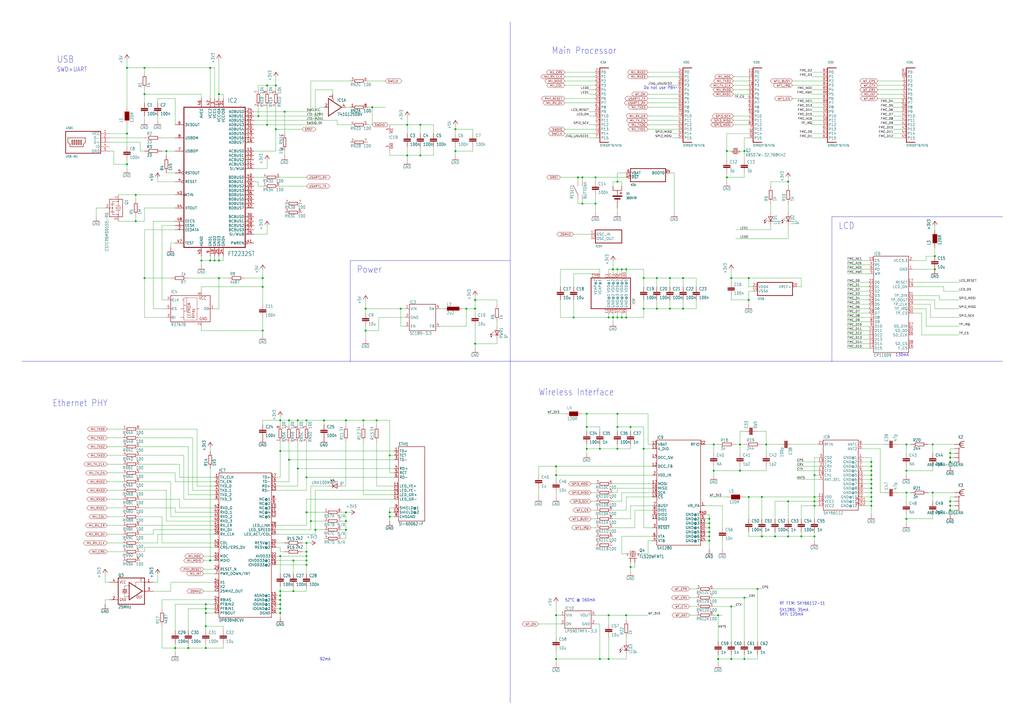
<source format=kicad_sch>
(kicad_sch (version 20250114) (generator "eeschema") (generator_version "9.0")
  (paper "A2")
  (text "LCD" (at 486.41 133.35 0) (effects (font (size 3.81 3.2385)) (justify left bottom)))
  (text "SX1280: 35mA" (at 452.12 354.965 0) (effects (font (size 1.778 1.5113)) (justify left bottom)))
  (text "Do not use PB4~~{}" (at 373.38 52.07 0) (effects (font (size 1.778 1.5113)) (justify left bottom)))
  (text "USB" (at 33.02 36.83 0) (effects (font (size 3.81 3.2385)) (justify left bottom)))
  (text "52°C @ 160mA" (at 327.66 349.25 0) (effects (font (size 1.778 1.5113)) (justify left bottom)))
  (text "Ethernet PHY" (at 30.48 236.22 0) (effects (font (size 3.81 3.2385)) (justify left bottom)))
  (text "Wireless Interface" (at 312.42 229.87 0) (effects (font (size 3.81 3.2385)) (justify left bottom)))
  (text "Main Processor" (at 320.04 31.75 0) (effects (font (size 3.81 3.2385)) (justify left bottom)))
  (text "SWD+UART" (at 33.02 41.91 0) (effects (font (size 2.54 2.159)) (justify left bottom)))
  (text "92mA" (at 185.42 383.54 0) (effects (font (size 1.778 1.5113)) (justify left bottom)))
  (text "130mA" (at 519.43 207.01 0) (effects (font (size 1.778 1.5113)) (justify left bottom)))
  (text "SKY: 125mA" (at 452.12 357.505 0) (effects (font (size 1.778 1.5113)) (justify left bottom)))
  (text "Power" (at 207.01 158.75 0) (effects (font (size 3.81 3.2385)) (justify left bottom)))
  (text "RF FEM: SKY66112-11" (at 452.12 351.155 0) (effects (font (size 1.778 1.5113)) (justify left bottom)))
  (junction (at 444.5 257.81))
  (junction (at 182.88 307.34))
  (junction (at 505.46 273.05))
  (junction (at 525.78 285.75))
  (junction (at 424.18 161.29))
  (junction (at 162.56 347.98))
  (junction (at 167.64 243.84))
  (junction (at 160.02 74.93))
  (junction (at 505.46 290.83))
  (junction (at 345.44 118.11))
  (junction (at 363.22 184.15))
  (junction (at 200.66 243.84))
  (junction (at 232.41 179.07))
  (junction (at 172.72 271.78))
  (junction (at 429.26 257.81))
  (junction (at 332.74 184.15))
  (junction (at 322.58 275.59))
  (junction (at 152.4 161.29))
  (junction (at 441.96 311.15))
  (junction (at 360.68 184.15))
  (junction (at 505.46 280.67))
  (junction (at 322.58 270.51))
  (junction (at 119.38 375.92))
  (junction (at 210.82 243.84))
  (junction (at 431.8 87.63))
  (junction (at 411.48 308.61))
  (junction (at 177.8 314.96))
  (junction (at 340.36 260.35))
  (junction (at 83.82 39.37))
  (junction (at 119.38 355.6))
  (junction (at 472.44 275.59))
  (junction (at 109.22 375.92))
  (junction (at 505.46 293.37))
  (junction (at 121.92 39.37))
  (junction (at 270.51 179.07))
  (junction (at 396.24 161.29))
  (junction (at 363.22 156.21))
  (junction (at 472.44 290.83))
  (junction (at 322.58 356.87))
  (junction (at 119.38 363.22))
  (junction (at 322.58 382.27))
  (junction (at 152.4 191.77))
  (junction (at 275.59 173.99))
  (junction (at 345.44 102.87))
  (junction (at 525.78 273.05))
  (junction (at 363.22 356.87))
  (junction (at 421.64 87.63))
  (junction (at 149.86 67.31))
  (junction (at 551.18 267.97))
  (junction (at 373.38 179.07))
  (junction (at 353.06 356.87))
  (junction (at 355.6 184.15))
  (junction (at 127 151.13))
  (junction (at 505.46 283.21))
  (junction (at 365.76 328.93))
  (junction (at 525.78 300.99))
  (junction (at 347.98 382.27))
  (junction (at 358.14 156.21))
  (junction (at 162.56 355.6))
  (junction (at 388.62 179.07))
  (junction (at 187.96 243.84))
  (junction (at 337.82 118.11))
  (junction (at 449.58 311.15))
  (junction (at 353.06 184.15))
  (junction (at 429.26 273.05))
  (junction (at 177.8 297.18))
  (junction (at 162.56 342.9))
  (junction (at 160.02 49.53))
  (junction (at 551.18 290.83))
  (junction (at 121.92 151.13))
  (junction (at 119.38 350.52))
  (junction (at 170.18 342.9))
  (junction (at 431.8 346.71))
  (junction (at 127 54.61))
  (junction (at 212.09 191.77))
  (junction (at 152.4 166.37))
  (junction (at 505.46 288.29))
  (junction (at 434.34 161.29))
  (junction (at 264.16 87.63))
  (junction (at 525.78 257.81))
  (junction (at 226.06 299.72))
  (junction (at 421.64 102.87))
  (junction (at 551.18 262.89))
  (junction (at 337.82 102.87))
  (junction (at 472.44 288.29))
  (junction (at 381 161.29))
  (junction (at 127 161.29))
  (junction (at 116.84 151.13))
  (junction (at 424.18 351.79))
  (junction (at 434.34 173.99))
  (junction (at 200.66 307.34))
  (junction (at 177.8 243.84))
  (junction (at 411.48 300.99))
  (junction (at 541.02 257.81))
  (junction (at 172.72 243.84))
  (junction (at 200.66 302.26))
  (junction (at 177.8 327.66))
  (junction (at 358.14 184.15))
  (junction (at 162.56 353.06))
  (junction (at 162.56 350.52))
  (junction (at 416.56 356.87))
  (junction (at 439.42 341.63))
  (junction (at 218.44 243.84))
  (junction (at 388.62 161.29))
  (junction (at 505.46 270.51))
  (junction (at 551.18 293.37))
  (junction (at 170.18 325.12))
  (junction (at 236.22 90.17))
  (junction (at 347.98 260.35))
  (junction (at 154.94 72.39))
  (junction (at 124.46 151.13))
  (junction (at 154.94 49.53))
  (junction (at 243.84 72.39))
  (junction (at 505.46 278.13))
  (junction (at 411.48 306.07))
  (junction (at 101.6 375.92))
  (junction (at 457.2 290.83))
  (junction (at 177.8 320.04))
  (junction (at 358.14 105.41))
  (junction (at 162.56 322.58))
  (junction (at 264.16 74.93))
  (junction (at 243.84 90.17))
  (junction (at 441.96 288.29))
  (junction (at 358.14 260.35))
  (junction (at 226.06 297.18))
  (junction (at 83.82 161.29))
  (junction (at 212.09 179.07))
  (junction (at 121.92 325.12))
  (junction (at 165.1 64.77))
  (junction (at 505.46 285.75))
  (junction (at 472.44 293.37))
  (junction (at 464.82 311.15))
  (junction (at 96.52 87.63))
  (junction (at 162.56 345.44))
  (junction (at 162.56 243.84))
  (junction (at 542.29 156.21))
  (junction (at 177.8 276.86))
  (junction (at 119.38 353.06))
  (junction (at 542.29 148.59))
  (junction (at 78.74 128.27))
  (junction (at 381 179.07))
  (junction (at 78.74 113.03))
  (junction (at 275.59 179.07))
  (junction (at 73.66 39.37))
  (junction (at 411.48 303.53))
  (junction (at 358.14 240.03))
  (junction (at 73.66 95.25))
  (junction (at 340.36 240.03))
  (junction (at 457.2 311.15))
  (junction (at 431.8 382.27))
  (junction (at 177.8 322.58))
  (junction (at 373.38 260.35))
  (junction (at 83.82 54.61))
  (junction (at 162.56 261.62))
  (junction (at 414.02 273.05))
  (junction (at 236.22 72.39))
  (junction (at 541.02 285.75))
  (junction (at 414.02 257.81))
  (junction (at 215.9 62.23))
  (junction (at 365.76 247.65))
  (junction (at 335.28 102.87))
  (junction (at 353.06 382.27))
  (junction (at 73.66 77.47))
  (junction (at 358.14 247.65))
  (junction (at 226.06 264.16))
  (junction (at 167.64 266.7))
  (junction (at 275.59 199.39))
  (junction (at 416.56 382.27))
  (junction (at 200.66 297.18))
  (junction (at 551.18 295.91))
  (junction (at 505.46 267.97))
  (junction (at 177.8 325.12))
  (junction (at 424.18 382.27))
  (junction (at 360.68 156.21))
  (junction (at 551.18 265.43))
  (junction (at 355.6 156.21))
  (junction (at 505.46 275.59))
  (junction (at 411.48 313.69))
  (junction (at 340.36 247.65))
  (junction (at 472.44 311.15))
  (junction (at 396.24 179.07))
  (junction (at 411.48 311.15))
  (junction (at 457.2 105.41))
  (junction (at 434.34 288.29))
  (junction (at 180.34 302.26))
  (junction (at 373.38 161.29))
  (wire (pts (xy 447.04 107.95) (xy 447.04 105.41)) (stroke (width 0.1524)))
  (wire (pts (xy 275.59 173.99) (xy 288.29 173.99)) (stroke (width 0.1524)))
  (wire (pts (xy 525.78 273.05) (xy 525.78 270.51)) (stroke (width 0.1524)))
  (wire (pts (xy 251.46 85.09) (xy 251.46 90.17)) (stroke (width 0.1524)))
  (wire (pts (xy 322.58 275.59) (xy 322.58 270.51)) (stroke (width 0.1524)))
  (wire (pts (xy 414.02 346.71) (xy 431.8 346.71)) (stroke (width 0.1524)))
  (wire (pts (xy 416.56 382.27) (xy 416.56 379.73)) (stroke (width 0.1524)))
  (wire (pts (xy 71.12 299.72) (xy 62.23 299.72)) (stroke (width 0.1524)))
  (wire (pts (xy 393.7 62.23) (xy 375.92 62.23)) (stroke (width 0.1524)))
  (wire (pts (xy 195.58 69.85) (xy 195.58 72.39)) (stroke (width 0.1524)))
  (wire (pts (xy 353.06 184.15) (xy 355.6 184.15)) (stroke (width 0.1524)))
  (wire (pts (xy 162.56 350.52) (xy 162.56 353.06)) (stroke (width 0.1524)))
  (wire (pts (xy 345.44 105.41) (xy 345.44 102.87)) (stroke (width 0.1524)))
  (wire (pts (xy 472.44 275.59) (xy 472.44 265.43)) (stroke (width 0.1524)))
  (wire (pts (xy 523.24 59.69) (xy 518.16 59.69)) (stroke (width 0.1524)))
  (wire (pts (xy 236.22 90.17) (xy 226.06 90.17)) (stroke (width 0.1524)))
  (wire (pts (xy 457.2 311.15) (xy 464.82 311.15)) (stroke (width 0.1524)))
  (wire (pts (xy 116.84 151.13) (xy 121.92 151.13)) (stroke (width 0.1524)))
  (wire (pts (xy 116.84 191.77) (xy 152.4 191.77)) (stroke (width 0.1524)))
  (wire (pts (xy 147.32 64.77) (xy 165.1 64.77)) (stroke (width 0.1524)))
  (wire (pts (xy 226.06 299.72) (xy 226.06 302.26)) (stroke (width 0.1524)))
  (wire (pts (xy 457.2 290.83) (xy 449.58 290.83)) (stroke (width 0.1524)))
  (wire (pts (xy 353.06 156.21) (xy 353.06 158.75)) (stroke (width 0.1524)))
  (wire (pts (xy 378.46 313.69) (xy 375.92 313.69)) (stroke (width 0.1524)))
  (wire (pts (xy 510.54 285.75) (xy 513.08 285.75)) (stroke (width 0.1524)))
  (wire (pts (xy 358.14 283.21) (xy 378.46 283.21)) (stroke (width 0.1524)))
  (wire (pts (xy 500.38 283.21) (xy 505.46 283.21)) (stroke (width 0.1524)))
  (wire (pts (xy 457.2 130.81) (xy 457.2 138.43)) (stroke (width 0.1524)))
  (wire (pts (xy 505.46 267.97) (xy 505.46 270.51)) (stroke (width 0.1524)))
  (wire (pts (xy 373.38 156.21) (xy 373.38 161.29)) (stroke (width 0.1524)))
  (wire (pts (xy 373.38 247.65) (xy 373.38 260.35)) (stroke (width 0.1524)))
  (wire (pts (xy 378.46 280.67) (xy 355.6 280.67)) (stroke (width 0.1524)))
  (wire (pts (xy 234.95 179.07) (xy 232.41 179.07)) (stroke (width 0.1524)))
  (wire (pts (xy 375.92 240.03) (xy 375.92 257.81)) (stroke (width 0.1524)))
  (wire (pts (xy 416.56 382.27) (xy 424.18 382.27)) (stroke (width 0.1524)))
  (wire (pts (xy 403.86 166.37) (xy 403.86 161.29)) (stroke (width 0.1524)))
  (wire (pts (xy 63.5 347.98) (xy 60.96 347.98)) (stroke (width 0.1524)))
  (wire (pts (xy 124.46 314.96) (xy 93.98 314.96)) (stroke (width 0.1524)))
  (wire (pts (xy 101.6 72.39) (xy 101.6 57.15)) (stroke (width 0.1524)))
  (wire (pts (xy 99.06 279.4) (xy 81.28 279.4)) (stroke (width 0.1524)))
  (wire (pts (xy 55.88 120.65) (xy 55.88 125.73)) (stroke (width 0.1524)))
  (wire (pts (xy 504.19 173.99) (xy 491.49 173.99)) (stroke (width 0.1524)))
  (wire (pts (xy 474.98 290.83) (xy 472.44 290.83)) (stroke (width 0.1524)))
  (wire (pts (xy 121.92 148.59) (xy 121.92 151.13)) (stroke (width 0.1524)))
  (wire (pts (xy 426.72 257.81) (xy 429.26 257.81)) (stroke (width 0.1524)))
  (wire (pts (xy 505.46 265.43) (xy 505.46 267.97)) (stroke (width 0.1524)))
  (wire (pts (xy 556.26 168.91) (xy 547.37 168.91)) (stroke (width 0.1524)))
  (wire (pts (xy 525.78 285.75) (xy 525.78 290.83)) (stroke (width 0.1524)))
  (wire (pts (xy 365.76 331.47) (xy 365.76 328.93)) (stroke (width 0.1524)))
  (wire (pts (xy 396.24 161.29) (xy 403.86 161.29)) (stroke (width 0.1524)))
  (wire (pts (xy 124.46 148.59) (xy 124.46 151.13)) (stroke (width 0.1524)))
  (wire (pts (xy 541.02 290.83) (xy 541.02 285.75)) (stroke (width 0.1524)))
  (wire (pts (xy 363.22 156.21) (xy 373.38 156.21)) (stroke (width 0.1524)))
  (wire (pts (xy 360.68 311.15) (xy 360.68 321.31)) (stroke (width 0.1524)))
  (wire (pts (xy 345.44 285.75) (xy 342.9 285.75)) (stroke (width 0.1524)))
  (wire (pts (xy 177.8 289.56) (xy 228.6 289.56)) (stroke (width 0.1524)))
  (wire (pts (xy 66.04 95.25) (xy 66.04 87.63)) (stroke (width 0.1524)))
  (wire (pts (xy 213.36 72.39) (xy 215.9 72.39)) (stroke (width 0.1524)))
  (wire (pts (xy 121.92 261.62) (xy 121.92 259.08)) (stroke (width 0.1524)))
  (wire (pts (xy 504.19 176.53) (xy 491.49 176.53)) (stroke (width 0.1524)))
  (wire (pts (xy 200.66 62.23) (xy 203.2 62.23)) (stroke (width 0.1524)))
  (wire (pts (xy 154.94 72.39) (xy 182.88 72.39)) (stroke (width 0.1524)))
  (wire (pts (xy 434.34 57.15) (xy 431.8 57.15)) (stroke (width 0.1524)))
  (wire (pts (xy 434.34 69.85) (xy 425.45 69.85)) (stroke (width 0.1524)))
  (wire (pts (xy 177.8 332.74) (xy 177.8 327.66)) (stroke (width 0.1524)))
  (wire (pts (xy 529.59 166.37) (xy 547.37 166.37)) (stroke (width 0.1524)))
  (wire (pts (xy 124.46 299.72) (xy 99.06 299.72)) (stroke (width 0.1524)))
  (wire (pts (xy 363.22 184.15) (xy 363.22 181.61)) (stroke (width 0.1524)))
  (wire (pts (xy 101.6 279.4) (xy 101.6 274.32)) (stroke (width 0.1524)))
  (wire (pts (xy 534.67 181.61) (xy 529.59 181.61)) (stroke (width 0.1524)))
  (wire (pts (xy 518.16 62.23) (xy 523.24 62.23)) (stroke (width 0.1524)))
  (wire (pts (xy 187.96 243.84) (xy 200.66 243.84)) (stroke (width 0.1524)))
  (wire (pts (xy 457.2 105.41) (xy 457.2 102.87)) (stroke (width 0.1524)))
  (wire (pts (xy 411.48 311.15) (xy 411.48 313.69)) (stroke (width 0.1524)))
  (wire (pts (xy 335.28 102.87) (xy 325.12 102.87)) (stroke (width 0.1524)))
  (wire (pts (xy 447.04 123.19) (xy 447.04 118.11)) (stroke (width 0.1524)))
  (wire (pts (xy 345.44 44.45) (xy 327.66 44.45)) (stroke (width 0.1524)))
  (wire (pts (xy 124.46 151.13) (xy 127 151.13)) (stroke (width 0.1524)))
  (wire (pts (xy 275.59 179.07) (xy 275.59 181.61)) (stroke (width 0.1524)))
  (wire (pts (xy 403.86 356.87) (xy 400.05 356.87)) (stroke (width 0.1524)))
  (wire (pts (xy 439.42 379.73) (xy 439.42 382.27)) (stroke (width 0.1524)))
  (wire (pts (xy 71.12 259.08) (xy 62.23 259.08)) (stroke (width 0.1524)))
  (wire (pts (xy 340.36 247.65) (xy 340.36 250.19)) (stroke (width 0.1524)))
  (wire (pts (xy 228.6 261.62) (xy 162.56 261.62)) (stroke (width 0.1524)))
  (wire (pts (xy 73.66 95.25) (xy 73.66 92.71)) (stroke (width 0.1524)))
  (wire (pts (xy 553.72 262.89) (xy 551.18 262.89)) (stroke (width 0.1524)))
  (wire (pts (xy 474.98 293.37) (xy 472.44 293.37)) (stroke (width 0.1524)))
  (wire (pts (xy 363.22 359.41) (xy 363.22 356.87)) (stroke (width 0.1524)))
  (wire (pts (xy 474.98 265.43) (xy 472.44 265.43)) (stroke (width 0.1524)))
  (wire (pts (xy 449.58 308.61) (xy 449.58 311.15)) (stroke (width 0.1524)))
  (wire (pts (xy 162.56 243.84) (xy 167.64 243.84)) (stroke (width 0.1524)))
  (wire (pts (xy 218.44 281.94) (xy 218.44 256.54)) (stroke (width 0.1524)))
  (wire (pts (xy 408.94 303.53) (xy 411.48 303.53)) (stroke (width 0.1524)))
  (wire (pts (xy 431.8 87.63) (xy 431.8 80.01)) (stroke (width 0.1524)))
  (wire (pts (xy 457.2 138.43) (xy 426.72 138.43)) (stroke (width 0.1524)))
  (wire (pts (xy 358.14 123.19) (xy 358.14 120.65)) (stroke (width 0.1524)))
  (wire (pts (xy 345.44 54.61) (xy 341.63 54.61)) (stroke (width 0.1524)))
  (wire (pts (xy 83.82 161.29) (xy 83.82 184.15)) (stroke (width 0.1524)))
  (wire (pts (xy 403.86 351.79) (xy 400.05 351.79)) (stroke (width 0.1524)))
  (wire (pts (xy 411.48 300.99) (xy 411.48 303.53)) (stroke (width 0.1524)))
  (wire (pts (xy 68.58 113.03) (xy 78.74 113.03)) (stroke (width 0.1524)))
  (wire (pts (xy 71.12 264.16) (xy 62.23 264.16)) (stroke (width 0.1524)))
  (wire (pts (xy 228.6 297.18) (xy 226.06 297.18)) (stroke (width 0.1524)))
  (wire (pts (xy 431.8 382.27) (xy 439.42 382.27)) (stroke (width 0.1524)))
  (wire (pts (xy 337.82 115.57) (xy 337.82 118.11)) (stroke (width 0.1524)))
  (wire (pts (xy 83.82 133.35) (xy 83.82 161.29)) (stroke (width 0.1524)))
  (wire (pts (xy 525.78 300.99) (xy 541.02 300.99)) (stroke (width 0.1524)))
  (wire (pts (xy 101.6 294.64) (xy 81.28 294.64)) (stroke (width 0.1524)))
  (wire (pts (xy 325.12 184.15) (xy 332.74 184.15)) (stroke (width 0.1524)))
  (wire (pts (xy 393.7 67.31) (xy 375.92 67.31)) (stroke (width 0.1524)))
  (wire (pts (xy 505.46 270.51) (xy 505.46 273.05)) (stroke (width 0.1524)))
  (wire (pts (xy 275.59 199.39) (xy 275.59 189.23)) (stroke (width 0.1524)))
  (wire (pts (xy 396.24 173.99) (xy 396.24 179.07)) (stroke (width 0.1524)))
  (wire (pts (xy 322.58 356.87) (xy 322.58 349.25)) (stroke (width 0.1524)))
  (wire (pts (xy 431.8 346.71) (xy 434.34 346.71)) (stroke (width 0.1524)))
  (wire (pts (xy 347.98 250.19) (xy 347.98 247.65)) (stroke (width 0.1524)))
  (wire (pts (xy 355.6 184.15) (xy 358.14 184.15)) (stroke (width 0.1524)))
  (wire (pts (xy 500.38 275.59) (xy 505.46 275.59)) (stroke (width 0.1524)))
  (wire (pts (xy 510.54 260.35) (xy 510.54 285.75)) (stroke (width 0.1524)))
  (wire (pts (xy 172.72 246.38) (xy 172.72 243.84)) (stroke (width 0.1524)))
  (wire (pts (xy 71.12 314.96) (xy 62.23 314.96)) (stroke (width 0.1524)))
  (wire (pts (xy 93.98 80.01) (xy 101.6 80.01)) (stroke (width 0.1524)))
  (wire (pts (xy 234.95 189.23) (xy 232.41 189.23)) (stroke (width 0.1524)))
  (wire (pts (xy 170.18 332.74) (xy 170.18 325.12)) (stroke (width 0.1524)))
  (wire (pts (xy 335.28 118.11) (xy 337.82 118.11)) (stroke (width 0.1524)))
  (wire (pts (xy 358.14 260.35) (xy 358.14 257.81)) (stroke (width 0.1524)))
  (wire (pts (xy 424.18 382.27) (xy 431.8 382.27)) (stroke (width 0.1524)))
  (wire (pts (xy 109.22 259.08) (xy 81.28 259.08)) (stroke (width 0.1524)))
  (wire (pts (xy 551.18 295.91) (xy 551.18 298.45)) (stroke (width 0.1524)))
  (wire (pts (xy 504.19 153.67) (xy 491.49 153.67)) (stroke (width 0.1524)))
  (wire (pts (xy 424.18 161.29) (xy 434.34 161.29)) (stroke (width 0.1524)))
  (wire (pts (xy 93.98 299.72) (xy 81.28 299.72)) (stroke (width 0.1524)))
  (wire (pts (xy 180.34 302.26) (xy 187.96 302.26)) (stroke (width 0.1524)))
  (polyline (pts (xy 295.91 151.13) (xy 203.2 151.13)) (stroke (width 0.1524) (type solid)))
  (wire (pts (xy 363.22 288.29) (xy 378.46 288.29)) (stroke (width 0.1524)))
  (wire (pts (xy 365.76 247.65) (xy 373.38 247.65)) (stroke (width 0.1524)))
  (wire (pts (xy 312.42 288.29) (xy 312.42 283.21)) (stroke (width 0.1524)))
  (wire (pts (xy 408.94 313.69) (xy 411.48 313.69)) (stroke (width 0.1524)))
  (wire (pts (xy 274.32 87.63) (xy 274.32 85.09)) (stroke (width 0.1524)))
  (wire (pts (xy 411.48 306.07) (xy 411.48 308.61)) (stroke (width 0.1524)))
  (wire (pts (xy 434.34 288.29) (xy 434.34 300.99)) (stroke (width 0.1524)))
  (wire (pts (xy 408.94 311.15) (xy 411.48 311.15)) (stroke (width 0.1524)))
  (wire (pts (xy 347.98 260.35) (xy 340.36 260.35)) (stroke (width 0.1524)))
  (wire (pts (xy 541.02 257.81) (xy 538.48 257.81)) (stroke (width 0.1524)))
  (wire (pts (xy 358.14 285.75) (xy 358.14 283.21)) (stroke (width 0.1524)))
  (wire (pts (xy 477.52 46.99) (xy 459.74 46.99)) (stroke (width 0.1524)))
  (wire (pts (xy 424.18 173.99) (xy 424.18 171.45)) (stroke (width 0.1524)))
  (wire (pts (xy 88.9 337.82) (xy 91.44 337.82)) (stroke (width 0.1524)))
  (wire (pts (xy 391.16 100.33) (xy 388.62 100.33)) (stroke (width 0.1524)))
  (wire (pts (xy 347.98 361.95) (xy 345.44 361.95)) (stroke (width 0.1524)))
  (wire (pts (xy 165.1 90.17) (xy 165.1 87.63)) (stroke (width 0.1524)))
  (wire (pts (xy 109.22 287.02) (xy 109.22 259.08)) (stroke (width 0.1524)))
  (wire (pts (xy 553.72 285.75) (xy 541.02 285.75)) (stroke (width 0.1524)))
  (wire (pts (xy 228.6 294.64) (xy 226.06 294.64)) (stroke (width 0.1524)))
  (wire (pts (xy 162.56 107.95) (xy 177.8 107.95)) (stroke (width 0.1524)))
  (wire (pts (xy 424.18 87.63) (xy 421.64 87.63)) (stroke (width 0.1524)))
  (wire (pts (xy 93.98 173.99) (xy 96.52 173.99)) (stroke (width 0.1524)))
  (wire (pts (xy 353.06 356.87) (xy 363.22 356.87)) (stroke (width 0.1524)))
  (wire (pts (xy 358.14 260.35) (xy 347.98 260.35)) (stroke (width 0.1524)))
  (wire (pts (xy 124.46 342.9) (xy 118.11 342.9)) (stroke (width 0.1524)))
  (wire (pts (xy 149.86 67.31) (xy 185.42 67.31)) (stroke (width 0.1524)))
  (wire (pts (xy 477.52 44.45) (xy 471.17 44.45)) (stroke (width 0.1524)))
  (wire (pts (xy 218.44 243.84) (xy 226.06 243.84)) (stroke (width 0.1524)))
  (wire (pts (xy 232.41 179.07) (xy 212.09 179.07)) (stroke (width 0.1524)))
  (wire (pts (xy 358.14 184.15) (xy 360.68 184.15)) (stroke (width 0.1524)))
  (wire (pts (xy 345.44 290.83) (xy 342.9 290.83)) (stroke (width 0.1524)))
  (wire (pts (xy 180.34 281.94) (xy 190.5 281.94)) (stroke (width 0.1524)))
  (wire (pts (xy 154.94 135.89) (xy 154.94 130.81)) (stroke (width 0.1524)))
  (wire (pts (xy 431.8 346.71) (xy 431.8 372.11)) (stroke (width 0.1524)))
  (wire (pts (xy 556.26 173.99) (xy 544.83 173.99)) (stroke (width 0.1524)))
  (wire (pts (xy 177.8 320.04) (xy 177.8 314.96)) (stroke (width 0.1524)))
  (wire (pts (xy 353.06 382.27) (xy 363.22 382.27)) (stroke (width 0.1524)))
  (wire (pts (xy 429.26 273.05) (xy 444.5 273.05)) (stroke (width 0.1524)))
  (wire (pts (xy 162.56 261.62) (xy 162.56 276.86)) (stroke (width 0.1524)))
  (wire (pts (xy 160.02 62.23) (xy 160.02 74.93)) (stroke (width 0.1524)))
  (wire (pts (xy 119.38 363.22) (xy 129.54 363.22)) (stroke (width 0.1524)))
  (wire (pts (xy 200.66 297.18) (xy 200.66 302.26)) (stroke (width 0.1524)))
  (wire (pts (xy 472.44 313.69) (xy 472.44 311.15)) (stroke (width 0.1524)))
  (wire (pts (xy 363.22 356.87) (xy 375.92 356.87)) (stroke (width 0.1524)))
  (wire (pts (xy 477.52 80.01) (xy 471.17 80.01)) (stroke (width 0.1524)))
  (wire (pts (xy 101.6 378.46) (xy 101.6 375.92)) (stroke (width 0.1524)))
  (wire (pts (xy 363.22 102.87) (xy 345.44 102.87)) (stroke (width 0.1524)))
  (wire (pts (xy 99.06 337.82) (xy 124.46 337.82)) (stroke (width 0.1524)))
  (wire (pts (xy 408.94 300.99) (xy 411.48 300.99)) (stroke (width 0.1524)))
  (wire (pts (xy 553.72 267.97) (xy 551.18 267.97)) (stroke (width 0.1524)))
  (wire (pts (xy 288.29 199.39) (xy 288.29 196.85)) (stroke (width 0.1524)))
  (wire (pts (xy 160.02 350.52) (xy 162.56 350.52)) (stroke (width 0.1524)))
  (wire (pts (xy 553.72 288.29) (xy 551.18 288.29)) (stroke (width 0.1524)))
  (wire (pts (xy 525.78 285.75) (xy 528.32 285.75)) (stroke (width 0.1524)))
  (wire (pts (xy 152.4 166.37) (xy 152.4 161.29)) (stroke (width 0.1524)))
  (wire (pts (xy 162.56 342.9) (xy 162.56 345.44)) (stroke (width 0.1524)))
  (wire (pts (xy 457.2 290.83) (xy 457.2 300.99)) (stroke (width 0.1524)))
  (wire (pts (xy 355.6 295.91) (xy 363.22 295.91)) (stroke (width 0.1524)))
  (wire (pts (xy 160.02 284.48) (xy 177.8 284.48)) (stroke (width 0.1524)))
  (wire (pts (xy 71.12 304.8) (xy 62.23 304.8)) (stroke (width 0.1524)))
  (wire (pts (xy 212.09 179.07) (xy 212.09 173.99)) (stroke (width 0.1524)))
  (wire (pts (xy 504.19 171.45) (xy 491.49 171.45)) (stroke (width 0.1524)))
  (wire (pts (xy 182.88 284.48) (xy 228.6 284.48)) (stroke (width 0.1524)))
  (wire (pts (xy 73.66 39.37) (xy 73.66 34.29)) (stroke (width 0.1524)))
  (wire (pts (xy 147.32 97.79) (xy 154.94 97.79)) (stroke (width 0.1524)))
  (wire (pts (xy 116.84 168.91) (xy 116.84 166.37)) (stroke (width 0.1524)))
  (wire (pts (xy 68.58 128.27) (xy 78.74 128.27)) (stroke (width 0.1524)))
  (wire (pts (xy 365.76 300.99) (xy 365.76 293.37)) (stroke (width 0.1524)))
  (wire (pts (xy 71.12 309.88) (xy 62.23 309.88)) (stroke (width 0.1524)))
  (wire (pts (xy 165.1 77.47) (xy 165.1 64.77)) (stroke (width 0.1524)))
  (wire (pts (xy 162.56 320.04) (xy 165.1 320.04)) (stroke (width 0.1524)))
  (wire (pts (xy 353.06 356.87) (xy 353.06 361.95)) (stroke (width 0.1524)))
  (wire (pts (xy 101.6 105.41) (xy 91.44 105.41)) (stroke (width 0.1524)))
  (wire (pts (xy 444.5 273.05) (xy 444.5 270.51)) (stroke (width 0.1524)))
  (wire (pts (xy 332.74 184.15) (xy 353.06 184.15)) (stroke (width 0.1524)))
  (wire (pts (xy 219.71 184.15) (xy 219.71 191.77)) (stroke (width 0.1524)))
  (wire (pts (xy 525.78 303.53) (xy 525.78 300.99)) (stroke (width 0.1524)))
  (wire (pts (xy 149.86 107.95) (xy 152.4 107.95)) (stroke (width 0.1524)))
  (wire (pts (xy 119.38 355.6) (xy 119.38 353.06)) (stroke (width 0.1524)))
  (wire (pts (xy 434.34 72.39) (xy 425.45 72.39)) (stroke (width 0.1524)))
  (wire (pts (xy 434.34 52.07) (xy 425.45 52.07)) (stroke (width 0.1524)))
  (wire (pts (xy 504.19 186.69) (xy 491.49 186.69)) (stroke (width 0.1524)))
  (wire (pts (xy 373.38 260.35) (xy 378.46 260.35)) (stroke (width 0.1524)))
  (wire (pts (xy 373.38 161.29) (xy 381 161.29)) (stroke (width 0.1524)))
  (wire (pts (xy 93.98 87.63) (xy 96.52 87.63)) (stroke (width 0.1524)))
  (wire (pts (xy 83.82 69.85) (xy 83.82 67.31)) (stroke (width 0.1524)))
  (wire (pts (xy 149.86 105.41) (xy 149.86 107.95)) (stroke (width 0.1524)))
  (wire (pts (xy 236.22 90.17) (xy 236.22 85.09)) (stroke (width 0.1524)))
  (wire (pts (xy 345.44 300.99) (xy 342.9 300.99)) (stroke (width 0.1524)))
  (wire (pts (xy 335.28 105.41) (xy 335.28 102.87)) (stroke (width 0.1524)))
  (wire (pts (xy 101.6 57.15) (xy 91.44 57.15)) (stroke (width 0.1524)))
  (wire (pts (xy 83.82 39.37) (xy 121.92 39.37)) (stroke (width 0.1524)))
  (wire (pts (xy 152.4 243.84) (xy 162.56 243.84)) (stroke (width 0.1524)))
  (wire (pts (xy 551.18 288.29) (xy 551.18 290.83)) (stroke (width 0.1524)))
  (wire (pts (xy 551.18 267.97) (xy 551.18 270.51)) (stroke (width 0.1524)))
  (wire (pts (xy 154.94 49.53) (xy 154.94 52.07)) (stroke (width 0.1524)))
  (wire (pts (xy 142.24 161.29) (xy 152.4 161.29)) (stroke (width 0.1524)))
  (wire (pts (xy 124.46 332.74) (xy 118.11 332.74)) (stroke (width 0.1524)))
  (wire (pts (xy 106.68 289.56) (xy 106.68 264.16)) (stroke (width 0.1524)))
  (wire (pts (xy 93.98 353.06) (xy 93.98 347.98)) (stroke (width 0.1524)))
  (wire (pts (xy 505.46 273.05) (xy 505.46 275.59)) (stroke (width 0.1524)))
  (wire (pts (xy 251.46 90.17) (xy 243.84 90.17)) (stroke (width 0.1524)))
  (wire (pts (xy 474.98 267.97) (xy 462.28 267.97)) (stroke (width 0.1524)))
  (wire (pts (xy 363.22 295.91) (xy 363.22 288.29)) (stroke (width 0.1524)))
  (wire (pts (xy 198.12 281.94) (xy 200.66 281.94)) (stroke (width 0.1524)))
  (wire (pts (xy 226.06 297.18) (xy 226.06 299.72)) (stroke (width 0.1524)))
  (wire (pts (xy 381 173.99) (xy 381 179.07)) (stroke (width 0.1524)))
  (wire (pts (xy 177.8 325.12) (xy 177.8 322.58)) (stroke (width 0.1524)))
  (wire (pts (xy 71.12 269.24) (xy 62.23 269.24)) (stroke (width 0.1524)))
  (wire (pts (xy 504.19 196.85) (xy 491.49 196.85)) (stroke (width 0.1524)))
  (wire (pts (xy 226.06 90.17) (xy 226.06 87.63)) (stroke (width 0.1524)))
  (wire (pts (xy 504.19 181.61) (xy 491.49 181.61)) (stroke (width 0.1524)))
  (wire (pts (xy 288.29 189.23) (xy 288.29 186.69)) (stroke (width 0.1524)))
  (wire (pts (xy 99.06 140.97) (xy 99.06 143.51)) (stroke (width 0.1524)))
  (wire (pts (xy 213.36 46.99) (xy 223.52 46.99)) (stroke (width 0.1524)))
  (wire (pts (xy 218.44 246.38) (xy 218.44 243.84)) (stroke (width 0.1524)))
  (wire (pts (xy 154.94 49.53) (xy 149.86 49.53)) (stroke (width 0.1524)))
  (wire (pts (xy 411.48 298.45) (xy 411.48 300.99)) (stroke (width 0.1524)))
  (wire (pts (xy 434.34 311.15) (xy 441.96 311.15)) (stroke (width 0.1524)))
  (wire (pts (xy 129.54 363.22) (xy 129.54 365.76)) (stroke (width 0.1524)))
  (wire (pts (xy 182.88 309.88) (xy 182.88 307.34)) (stroke (width 0.1524)))
  (wire (pts (xy 165.1 314.96) (xy 160.02 314.96)) (stroke (width 0.1524)))
  (wire (pts (xy 539.75 184.15) (xy 539.75 176.53)) (stroke (width 0.1524)))
  (wire (pts (xy 534.67 194.31) (xy 534.67 181.61)) (stroke (width 0.1524)))
  (wire (pts (xy 182.88 284.48) (xy 182.88 307.34)) (stroke (width 0.1524)))
  (wire (pts (xy 439.42 341.63) (xy 439.42 372.11)) (stroke (width 0.1524)))
  (wire (pts (xy 160.02 74.93) (xy 175.26 74.93)) (stroke (width 0.1524)))
  (wire (pts (xy 160.02 355.6) (xy 162.56 355.6)) (stroke (width 0.1524)))
  (wire (pts (xy 200.66 302.26) (xy 200.66 307.34)) (stroke (width 0.1524)))
  (wire (pts (xy 358.14 100.33) (xy 363.22 100.33)) (stroke (width 0.1524)))
  (wire (pts (xy 88.9 307.34) (xy 88.9 309.88)) (stroke (width 0.1524)))
  (wire (pts (xy 270.51 179.07) (xy 267.97 179.07)) (stroke (width 0.1524)))
  (wire (pts (xy 378.46 311.15) (xy 360.68 311.15)) (stroke (width 0.1524)))
  (wire (pts (xy 474.98 288.29) (xy 472.44 288.29)) (stroke (width 0.1524)))
  (wire (pts (xy 264.16 87.63) (xy 264.16 85.09)) (stroke (width 0.1524)))
  (wire (pts (xy 504.19 163.83) (xy 491.49 163.83)) (stroke (width 0.1524)))
  (wire (pts (xy 170.18 342.9) (xy 177.8 342.9)) (stroke (width 0.1524)))
  (wire (pts (xy 363.22 372.11) (xy 363.22 369.57)) (stroke (width 0.1524)))
  (wire (pts (xy 83.82 39.37) (xy 73.66 39.37)) (stroke (width 0.1524)))
  (wire (pts (xy 121.92 151.13) (xy 124.46 151.13)) (stroke (width 0.1524)))
  (wire (pts (xy 121.92 325.12) (xy 118.11 325.12)) (stroke (width 0.1524)))
  (wire (pts (xy 81.28 82.55) (xy 81.28 87.63)) (stroke (width 0.1524)))
  (wire (pts (xy 551.18 293.37) (xy 551.18 295.91)) (stroke (width 0.1524)))
  (wire (pts (xy 504.19 151.13) (xy 491.49 151.13)) (stroke (width 0.1524)))
  (wire (pts (xy 200.66 243.84) (xy 210.82 243.84)) (stroke (width 0.1524)))
  (wire (pts (xy 172.72 271.78) (xy 228.6 271.78)) (stroke (width 0.1524)))
  (wire (pts (xy 447.04 133.35) (xy 426.72 133.35)) (stroke (width 0.1524)))
  (wire (pts (xy 147.32 67.31) (xy 149.86 67.31)) (stroke (width 0.1524)))
  (wire (pts (xy 358.14 158.75) (xy 358.14 156.21)) (stroke (width 0.1524)))
  (wire (pts (xy 500.38 288.29) (xy 505.46 288.29)) (stroke (width 0.1524)))
  (wire (pts (xy 449.58 311.15) (xy 457.2 311.15)) (stroke (width 0.1524)))
  (wire (pts (xy 111.76 254) (xy 81.28 254)) (stroke (width 0.1524)))
  (wire (pts (xy 124.46 281.94) (xy 114.3 281.94)) (stroke (width 0.1524)))
  (wire (pts (xy 505.46 275.59) (xy 505.46 278.13)) (stroke (width 0.1524)))
  (wire (pts (xy 424.18 163.83) (xy 424.18 161.29)) (stroke (width 0.1524)))
  (wire (pts (xy 101.6 375.92) (xy 109.22 375.92)) (stroke (width 0.1524)))
  (wire (pts (xy 275.59 173.99) (xy 275.59 171.45)) (stroke (width 0.1524)))
  (wire (pts (xy 457.2 308.61) (xy 457.2 311.15)) (stroke (width 0.1524)))
  (wire (pts (xy 337.82 105.41) (xy 337.82 102.87)) (stroke (width 0.1524)))
  (wire (pts (xy 129.54 54.61) (xy 127 54.61)) (stroke (width 0.1524)))
  (wire (pts (xy 551.18 262.89) (xy 551.18 265.43)) (stroke (width 0.1524)))
  (wire (pts (xy 500.38 278.13) (xy 505.46 278.13)) (stroke (width 0.1524)))
  (wire (pts (xy 421.64 288.29) (xy 411.48 288.29)) (stroke (width 0.1524)))
  (wire (pts (xy 60.96 347.98) (xy 60.96 350.52)) (stroke (width 0.1524)))
  (wire (pts (xy 93.98 314.96) (xy 93.98 299.72)) (stroke (width 0.1524)))
  (wire (pts (xy 556.26 189.23) (xy 537.21 189.23)) (stroke (width 0.1524)))
  (wire (pts (xy 83.82 120.65) (xy 101.6 120.65)) (stroke (width 0.1524)))
  (wire (pts (xy 358.14 247.65) (xy 358.14 250.19)) (stroke (width 0.1524)))
  (wire (pts (xy 477.52 67.31) (xy 471.17 67.31)) (stroke (width 0.1524)))
  (wire (pts (xy 505.46 288.29) (xy 505.46 290.83)) (stroke (width 0.1524)))
  (wire (pts (xy 441.96 311.15) (xy 441.96 308.61)) (stroke (width 0.1524)))
  (wire (pts (xy 345.44 306.07) (xy 342.9 306.07)) (stroke (width 0.1524)))
  (wire (pts (xy 373.38 306.07) (xy 373.38 260.35)) (stroke (width 0.1524)))
  (wire (pts (xy 541.02 285.75) (xy 538.48 285.75)) (stroke (width 0.1524)))
  (wire (pts (xy 477.52 49.53) (xy 459.74 49.53)) (stroke (width 0.1524)))
  (wire (pts (xy 124.46 289.56) (xy 106.68 289.56)) (stroke (width 0.1524)))
  (wire (pts (xy 393.7 69.85) (xy 375.92 69.85)) (stroke (width 0.1524)))
  (wire (pts (xy 147.32 69.85) (xy 195.58 69.85)) (stroke (width 0.1524)))
  (wire (pts (xy 518.16 72.39) (xy 523.24 72.39)) (stroke (width 0.1524)))
  (wire (pts (xy 251.46 72.39) (xy 251.46 77.47)) (stroke (width 0.1524)))
  (wire (pts (xy 360.68 184.15) (xy 363.22 184.15)) (stroke (width 0.1524)))
  (wire (pts (xy 363.22 158.75) (xy 363.22 156.21)) (stroke (width 0.1524)))
  (wire (pts (xy 477.52 59.69) (xy 471.17 59.69)) (stroke (width 0.1524)))
  (wire (pts (xy 71.12 279.4) (xy 62.23 279.4)) (stroke (width 0.1524)))
  (wire (pts (xy 73.66 62.23) (xy 73.66 39.37)) (stroke (width 0.1524)))
  (wire (pts (xy 504.19 194.31) (xy 491.49 194.31)) (stroke (width 0.1524)))
  (wire (pts (xy 358.14 105.41) (xy 358.14 100.33)) (stroke (width 0.1524)))
  (wire (pts (xy 393.7 74.93) (xy 375.92 74.93)) (stroke (width 0.1524)))
  (wire (pts (xy 215.9 62.23) (xy 223.52 62.23)) (stroke (width 0.1524)))
  (wire (pts (xy 541.02 262.89) (xy 541.02 257.81)) (stroke (width 0.1524)))
  (wire (pts (xy 504.19 168.91) (xy 491.49 168.91)) (stroke (width 0.1524)))
  (wire (pts (xy 472.44 275.59) (xy 472.44 288.29)) (stroke (width 0.1524)))
  (wire (pts (xy 388.62 179.07) (xy 396.24 179.07)) (stroke (width 0.1524)))
  (wire (pts (xy 388.62 173.99) (xy 388.62 179.07)) (stroke (width 0.1524)))
  (wire (pts (xy 368.3 295.91) (xy 378.46 295.91)) (stroke (width 0.1524)))
  (wire (pts (xy 93.98 347.98) (xy 124.46 347.98)) (stroke (width 0.1524)))
  (wire (pts (xy 322.58 278.13) (xy 322.58 275.59)) (stroke (width 0.1524)))
  (wire (pts (xy 421.64 87.63) (xy 421.64 92.71)) (stroke (width 0.1524)))
  (wire (pts (xy 96.52 284.48) (xy 81.28 284.48)) (stroke (width 0.1524)))
  (wire (pts (xy 434.34 173.99) (xy 424.18 173.99)) (stroke (width 0.1524)))
  (wire (pts (xy 73.66 77.47) (xy 73.66 85.09)) (stroke (width 0.1524)))
  (wire (pts (xy 414.02 275.59) (xy 414.02 273.05)) (stroke (width 0.1524)))
  (wire (pts (xy 264.16 77.47) (xy 264.16 74.93)) (stroke (width 0.1524)))
  (wire (pts (xy 500.38 265.43) (xy 505.46 265.43)) (stroke (width 0.1524)))
  (wire (pts (xy 504.19 201.93) (xy 491.49 201.93)) (stroke (width 0.1524)))
  (wire (pts (xy 177.8 289.56) (xy 177.8 297.18)) (stroke (width 0.1524)))
  (wire (pts (xy 429.26 87.63) (xy 431.8 87.63)) (stroke (width 0.1524)))
  (wire (pts (xy 434.34 173.99) (xy 434.34 176.53)) (stroke (width 0.1524)))
  (wire (pts (xy 504.19 158.75) (xy 491.49 158.75)) (stroke (width 0.1524)))
  (wire (pts (xy 104.14 276.86) (xy 104.14 269.24)) (stroke (width 0.1524)))
  (wire (pts (xy 340.36 240.03) (xy 337.82 240.03)) (stroke (width 0.1524)))
  (wire (pts (xy 539.75 184.15) (xy 556.26 184.15)) (stroke (width 0.1524)))
  (wire (pts (xy 477.52 57.15) (xy 459.74 57.15)) (stroke (width 0.1524)))
  (wire (pts (xy 553.72 260.35) (xy 551.18 260.35)) (stroke (width 0.1524)))
  (wire (pts (xy 358.14 184.15) (xy 358.14 181.61)) (stroke (width 0.1524)))
  (wire (pts (xy 215.9 72.39) (xy 215.9 62.23)) (stroke (width 0.1524)))
  (wire (pts (xy 340.36 240.03) (xy 340.36 247.65)) (stroke (width 0.1524)))
  (wire (pts (xy 193.04 54.61) (xy 193.04 52.07)) (stroke (width 0.1524)))
  (wire (pts (xy 393.7 54.61) (xy 375.92 54.61)) (stroke (width 0.1524)))
  (wire (pts (xy 345.44 158.75) (xy 332.74 158.75)) (stroke (width 0.1524)))
  (wire (pts (xy 537.21 151.13) (xy 537.21 148.59)) (stroke (width 0.1524)))
  (wire (pts (xy 340.36 260.35) (xy 340.36 257.81)) (stroke (width 0.1524)))
  (wire (pts (xy 127 161.29) (xy 109.22 161.29)) (stroke (width 0.1524)))
  (wire (pts (xy 416.56 384.81) (xy 416.56 382.27)) (stroke (width 0.1524)))
  (wire (pts (xy 121.92 39.37) (xy 124.46 39.37)) (stroke (width 0.1524)))
  (wire (pts (xy 162.56 322.58) (xy 177.8 322.58)) (stroke (width 0.1524)))
  (wire (pts (xy 414.02 273.05) (xy 414.02 270.51)) (stroke (width 0.1524)))
  (wire (pts (xy 180.34 307.34) (xy 180.34 302.26)) (stroke (width 0.1524)))
  (wire (pts (xy 149.86 62.23) (xy 149.86 67.31)) (stroke (width 0.1524)))
  (wire (pts (xy 355.6 156.21) (xy 353.06 156.21)) (stroke (width 0.1524)))
  (wire (pts (xy 332.74 135.89) (xy 342.9 135.89)) (stroke (width 0.1524)))
  (wire (pts (xy 109.22 375.92) (xy 119.38 375.92)) (stroke (width 0.1524)))
  (wire (pts (xy 464.82 166.37) (xy 464.82 161.29)) (stroke (width 0.1524)))
  (wire (pts (xy 474.98 273.05) (xy 462.28 273.05)) (stroke (width 0.1524)))
  (wire (pts (xy 228.6 264.16) (xy 226.06 264.16)) (stroke (width 0.1524)))
  (wire (pts (xy 78.74 125.73) (xy 78.74 128.27)) (stroke (width 0.1524)))
  (wire (pts (xy 66.04 87.63) (xy 63.5 87.63)) (stroke (width 0.1524)))
  (wire (pts (xy 187.96 297.18) (xy 177.8 297.18)) (stroke (width 0.1524)))
  (wire (pts (xy 162.56 261.62) (xy 162.56 256.54)) (stroke (width 0.1524)))
  (wire (pts (xy 83.82 317.5) (xy 83.82 320.04)) (stroke (width 0.1524)))
  (wire (pts (xy 335.28 115.57) (xy 335.28 118.11)) (stroke (width 0.1524)))
  (wire (pts (xy 457.2 107.95) (xy 457.2 105.41)) (stroke (width 0.1524)))
  (wire (pts (xy 177.8 327.66) (xy 177.8 325.12)) (stroke (width 0.1524)))
  (wire (pts (xy 109.22 373.38) (xy 109.22 375.92)) (stroke (width 0.1524)))
  (wire (pts (xy 500.38 293.37) (xy 505.46 293.37)) (stroke (width 0.1524)))
  (wire (pts (xy 251.46 72.39) (xy 243.84 72.39)) (stroke (width 0.1524)))
  (wire (pts (xy 96.52 87.63) (xy 101.6 87.63)) (stroke (width 0.1524)))
  (wire (pts (xy 180.34 302.26) (xy 180.34 281.94)) (stroke (width 0.1524)))
  (wire (pts (xy 119.38 363.22) (xy 119.38 365.76)) (stroke (width 0.1524)))
  (wire (pts (xy 525.78 300.99) (xy 525.78 298.45)) (stroke (width 0.1524)))
  (wire (pts (xy 355.6 156.21) (xy 355.6 151.13)) (stroke (width 0.1524)))
  (wire (pts (xy 462.28 166.37) (xy 464.82 166.37)) (stroke (width 0.1524)))
  (wire (pts (xy 236.22 72.39) (xy 236.22 67.31)) (stroke (width 0.1524)))
  (wire (pts (xy 504.19 156.21) (xy 491.49 156.21)) (stroke (width 0.1524)))
  (wire (pts (xy 444.5 257.81) (xy 444.5 250.19)) (stroke (width 0.1524)))
  (wire (pts (xy 378.46 275.59) (xy 322.58 275.59)) (stroke (width 0.1524)))
  (wire (pts (xy 345.44 49.53) (xy 327.66 49.53)) (stroke (width 0.1524)))
  (wire (pts (xy 322.58 382.27) (xy 347.98 382.27)) (stroke (width 0.1524)))
  (wire (pts (xy 431.8 288.29) (xy 434.34 288.29)) (stroke (width 0.1524)))
  (wire (pts (xy 360.68 156.21) (xy 363.22 156.21)) (stroke (width 0.1524)))
  (wire (pts (xy 116.84 148.59) (xy 116.84 151.13)) (stroke (width 0.1524)))
  (wire (pts (xy 424.18 161.29) (xy 424.18 156.21)) (stroke (width 0.1524)))
  (wire (pts (xy 73.66 95.25) (xy 66.04 95.25)) (stroke (width 0.1524)))
  (wire (pts (xy 547.37 166.37) (xy 547.37 168.91)) (stroke (width 0.1524)))
  (wire (pts (xy 127 161.29) (xy 132.08 161.29)) (stroke (width 0.1524)))
  (wire (pts (xy 124.46 287.02) (xy 109.22 287.02)) (stroke (width 0.1524)))
  (wire (pts (xy 177.8 297.18) (xy 177.8 304.8)) (stroke (width 0.1524)))
  (wire (pts (xy 365.76 328.93) (xy 365.76 326.39)) (stroke (width 0.1524)))
  (wire (pts (xy 523.24 64.77) (xy 518.16 64.77)) (stroke (width 0.1524)))
  (wire (pts (xy 523.24 52.07) (xy 509.27 52.07)) (stroke (width 0.1524)))
  (wire (pts (xy 373.38 173.99) (xy 373.38 179.07)) (stroke (width 0.1524)))
  (wire (pts (xy 91.44 309.88) (xy 91.44 314.96)) (stroke (width 0.1524)))
  (wire (pts (xy 368.3 306.07) (xy 368.3 295.91)) (stroke (width 0.1524)))
  (wire (pts (xy 393.7 49.53) (xy 389.89 49.53)) (stroke (width 0.1524)))
  (wire (pts (xy 121.92 325.12) (xy 121.92 271.78)) (stroke (width 0.1524)))
  (wire (pts (xy 500.38 267.97) (xy 505.46 267.97)) (stroke (width 0.1524)))
  (wire (pts (xy 124.46 355.6) (xy 119.38 355.6)) (stroke (width 0.1524)))
  (wire (pts (xy 78.74 113.03) (xy 101.6 113.03)) (stroke (width 0.1524)))
  (wire (pts (xy 381 179.07) (xy 388.62 179.07)) (stroke (width 0.1524)))
  (wire (pts (xy 459.74 257.81) (xy 474.98 257.81)) (stroke (width 0.1524)))
  (wire (pts (xy 264.16 90.17) (xy 264.16 87.63)) (stroke (width 0.1524)))
  (wire (pts (xy 523.24 46.99) (xy 509.27 46.99)) (stroke (width 0.1524)))
  (wire (pts (xy 322.58 382.27) (xy 322.58 377.19)) (stroke (width 0.1524)))
  (wire (pts (xy 431.8 250.19) (xy 429.26 250.19)) (stroke (width 0.1524)))
  (wire (pts (xy 393.7 72.39) (xy 375.92 72.39)) (stroke (width 0.1524)))
  (wire (pts (xy 63.5 337.82) (xy 60.96 337.82)) (stroke (width 0.1524)))
  (wire (pts (xy 177.8 256.54) (xy 177.8 276.86)) (stroke (width 0.1524)))
  (wire (pts (xy 523.24 69.85) (xy 518.16 69.85)) (stroke (width 0.1524)))
  (wire (pts (xy 381 166.37) (xy 381 161.29)) (stroke (width 0.1524)))
  (wire (pts (xy 177.8 276.86) (xy 228.6 276.86)) (stroke (width 0.1524)))
  (wire (pts (xy 345.44 59.69) (xy 327.66 59.69)) (stroke (width 0.1524)))
  (wire (pts (xy 403.86 341.63) (xy 400.05 341.63)) (stroke (width 0.1524)))
  (wire (pts (xy 523.24 54.61) (xy 509.27 54.61)) (stroke (width 0.1524)))
  (wire (pts (xy 408.94 308.61) (xy 411.48 308.61)) (stroke (width 0.1524)))
  (wire (pts (xy 355.6 186.69) (xy 355.6 184.15)) (stroke (width 0.1524)))
  (wire (pts (xy 236.22 92.71) (xy 236.22 90.17)) (stroke (width 0.1524)))
  (wire (pts (xy 170.18 342.9) (xy 170.18 340.36)) (stroke (width 0.1524)))
  (wire (pts (xy 124.46 353.06) (xy 119.38 353.06)) (stroke (width 0.1524)))
  (wire (pts (xy 175.26 314.96) (xy 177.8 314.96)) (stroke (width 0.1524)))
  (wire (pts (xy 477.52 52.07) (xy 471.17 52.07)) (stroke (width 0.1524)))
  (wire (pts (xy 234.95 184.15) (xy 219.71 184.15)) (stroke (width 0.1524)))
  (wire (pts (xy 518.16 67.31) (xy 523.24 67.31)) (stroke (width 0.1524)))
  (wire (pts (xy 408.94 293.37) (xy 419.1 293.37)) (stroke (width 0.1524)))
  (wire (pts (xy 429.26 273.05) (xy 429.26 270.51)) (stroke (width 0.1524)))
  (wire (pts (xy 474.98 270.51) (xy 462.28 270.51)) (stroke (width 0.1524)))
  (wire (pts (xy 83.82 54.61) (xy 83.82 59.69)) (stroke (width 0.1524)))
  (wire (pts (xy 393.7 57.15) (xy 375.92 57.15)) (stroke (width 0.1524)))
  (wire (pts (xy 162.56 276.86) (xy 160.02 276.86)) (stroke (width 0.1524)))
  (wire (pts (xy 411.48 313.69) (xy 411.48 318.77)) (stroke (width 0.1524)))
  (wire (pts (xy 270.51 189.23) (xy 270.51 179.07)) (stroke (width 0.1524)))
  (wire (pts (xy 322.58 384.81) (xy 322.58 382.27)) (stroke (width 0.1524)))
  (wire (pts (xy 325.12 356.87) (xy 322.58 356.87)) (stroke (width 0.1524)))
  (wire (pts (xy 177.8 314.96) (xy 180.34 314.96)) (stroke (width 0.1524)))
  (wire (pts (xy 360.68 285.75) (xy 378.46 285.75)) (stroke (width 0.1524)))
  (wire (pts (xy 421.64 102.87) (xy 421.64 100.33)) (stroke (width 0.1524)))
  (wire (pts (xy 434.34 311.15) (xy 434.34 308.61)) (stroke (width 0.1524)))
  (wire (pts (xy 416.56 356.87) (xy 419.1 356.87)) (stroke (width 0.1524)))
  (wire (pts (xy 388.62 166.37) (xy 388.62 161.29)) (stroke (width 0.1524)))
  (wire (pts (xy 441.96 288.29) (xy 434.34 288.29)) (stroke (width 0.1524)))
  (wire (pts (xy 358.14 240.03) (xy 375.92 240.03)) (stroke (width 0.1524)))
  (wire (pts (xy 523.24 74.93) (xy 518.16 74.93)) (stroke (width 0.1524)))
  (wire (pts (xy 393.7 80.01) (xy 389.89 80.01)) (stroke (width 0.1524)))
  (wire (pts (xy 553.72 295.91) (xy 551.18 295.91)) (stroke (width 0.1524)))
  (wire (pts (xy 160.02 353.06) (xy 162.56 353.06)) (stroke (width 0.1524)))
  (wire (pts (xy 414.02 356.87) (xy 416.56 356.87)) (stroke (width 0.1524)))
  (wire (pts (xy 347.98 158.75) (xy 347.98 156.21)) (stroke (width 0.1524)))
  (wire (pts (xy 101.6 100.33) (xy 96.52 100.33)) (stroke (width 0.1524)))
  (wire (pts (xy 365.76 260.35) (xy 358.14 260.35)) (stroke (width 0.1524)))
  (wire (pts (xy 544.83 171.45) (xy 529.59 171.45)) (stroke (width 0.1524)))
  (wire (pts (xy 119.38 355.6) (xy 119.38 363.22)) (stroke (width 0.1524)))
  (wire (pts (xy 345.44 64.77) (xy 341.63 64.77)) (stroke (width 0.1524)))
  (wire (pts (xy 403.86 173.99) (xy 403.86 179.07)) (stroke (width 0.1524)))
  (wire (pts (xy 81.28 87.63) (xy 83.82 87.63)) (stroke (width 0.1524)))
  (wire (pts (xy 441.96 311.15) (xy 449.58 311.15)) (stroke (width 0.1524)))
  (wire (pts (xy 162.56 317.5) (xy 162.56 320.04)) (stroke (width 0.1524)))
  (wire (pts (xy 375.92 257.81) (xy 378.46 257.81)) (stroke (width 0.1524)))
  (wire (pts (xy 500.38 280.67) (xy 505.46 280.67)) (stroke (width 0.1524)))
  (wire (pts (xy 119.38 353.06) (xy 119.38 350.52)) (stroke (width 0.1524)))
  (wire (pts (xy 444.5 257.81) (xy 452.12 257.81)) (stroke (width 0.1524)))
  (wire (pts (xy 71.12 289.56) (xy 62.23 289.56)) (stroke (width 0.1524)))
  (wire (pts (xy 236.22 72.39) (xy 226.06 72.39)) (stroke (width 0.1524)))
  (wire (pts (xy 472.44 293.37) (xy 472.44 290.83)) (stroke (width 0.1524)))
  (wire (pts (xy 414.02 351.79) (xy 424.18 351.79)) (stroke (width 0.1524)))
  (wire (pts (xy 436.88 166.37) (xy 434.34 166.37)) (stroke (width 0.1524)))
  (wire (pts (xy 529.59 163.83) (xy 556.26 163.83)) (stroke (width 0.1524)))
  (wire (pts (xy 124.46 309.88) (xy 91.44 309.88)) (stroke (width 0.1524)))
  (wire (pts (xy 124.46 294.64) (xy 104.14 294.64)) (stroke (width 0.1524)))
  (wire (pts (xy 226.06 294.64) (xy 226.06 297.18)) (stroke (width 0.1524)))
  (wire (pts (xy 500.38 270.51) (xy 505.46 270.51)) (stroke (width 0.1524)))
  (wire (pts (xy 439.42 341.63) (xy 441.96 341.63)) (stroke (width 0.1524)))
  (wire (pts (xy 167.64 266.7) (xy 167.64 256.54)) (stroke (width 0.1524)))
  (wire (pts (xy 464.82 293.37) (xy 464.82 300.99)) (stroke (width 0.1524)))
  (wire (pts (xy 172.72 271.78) (xy 172.72 256.54)) (stroke (width 0.1524)))
  (wire (pts (xy 457.2 105.41) (xy 447.04 105.41)) (stroke (width 0.1524)))
  (wire (pts (xy 170.18 325.12) (xy 177.8 325.12)) (stroke (width 0.1524)))
  (wire (pts (xy 71.12 254) (xy 62.23 254)) (stroke (width 0.1524)))
  (wire (pts (xy 441.96 257.81) (xy 444.5 257.81)) (stroke (width 0.1524)))
  (wire (pts (xy 541.02 300.99) (xy 541.02 298.45)) (stroke (width 0.1524)))
  (wire (pts (xy 381 161.29) (xy 388.62 161.29)) (stroke (width 0.1524)))
  (wire (pts (xy 124.46 297.18) (xy 101.6 297.18)) (stroke (width 0.1524)))
  (wire (pts (xy 431.8 87.63) (xy 431.8 92.71)) (stroke (width 0.1524)))
  (wire (pts (xy 472.44 290.83) (xy 472.44 288.29)) (stroke (width 0.1524)))
  (wire (pts (xy 312.42 270.51) (xy 312.42 275.59)) (stroke (width 0.1524)))
  (wire (pts (xy 111.76 284.48) (xy 111.76 254)) (stroke (width 0.1524)))
  (wire (pts (xy 345.44 123.19) (xy 345.44 118.11)) (stroke (width 0.1524)))
  (wire (pts (xy 449.58 290.83) (xy 449.58 300.99)) (stroke (width 0.1524)))
  (wire (pts (xy 60.96 120.65) (xy 55.88 120.65)) (stroke (width 0.1524)))
  (wire (pts (xy 424.18 351.79) (xy 424.18 372.11)) (stroke (width 0.1524)))
  (wire (pts (xy 505.46 278.13) (xy 505.46 280.67)) (stroke (width 0.1524)))
  (wire (pts (xy 441.96 288.29) (xy 441.96 300.99)) (stroke (width 0.1524)))
  (wire (pts (xy 200.66 281.94) (xy 200.66 256.54)) (stroke (width 0.1524)))
  (wire (pts (xy 332.74 158.75) (xy 332.74 166.37)) (stroke (width 0.1524)))
  (wire (pts (xy 477.52 62.23) (xy 471.17 62.23)) (stroke (width 0.1524)))
  (wire (pts (xy 312.42 270.51) (xy 322.58 270.51)) (stroke (width 0.1524)))
  (wire (pts (xy 200.66 297.18) (xy 203.2 297.18)) (stroke (width 0.1524)))
  (wire (pts (xy 160.02 325.12) (xy 170.18 325.12)) (stroke (width 0.1524)))
  (wire (pts (xy 345.44 356.87) (xy 353.06 356.87)) (stroke (width 0.1524)))
  (wire (pts (xy 355.6 107.95) (xy 355.6 105.41)) (stroke (width 0.1524)))
  (wire (pts (xy 127 179.07) (xy 127 161.29)) (stroke (width 0.1524)))
  (wire (pts (xy 91.44 105.41) (xy 91.44 102.87)) (stroke (width 0.1524)))
  (wire (pts (xy 160.02 74.93) (xy 160.02 87.63)) (stroke (width 0.1524)))
  (wire (pts (xy 414.02 273.05) (xy 429.26 273.05)) (stroke (width 0.1524)))
  (wire (pts (xy 152.4 191.77) (xy 152.4 184.15)) (stroke (width 0.1524)))
  (wire (pts (xy 101.6 140.97) (xy 99.06 140.97)) (stroke (width 0.1524)))
  (wire (pts (xy 464.82 311.15) (xy 472.44 311.15)) (stroke (width 0.1524)))
  (wire (pts (xy 355.6 156.21) (xy 358.14 156.21)) (stroke (width 0.1524)))
  (wire (pts (xy 177.8 243.84) (xy 187.96 243.84)) (stroke (width 0.1524)))
  (wire (pts (xy 347.98 257.81) (xy 347.98 260.35)) (stroke (width 0.1524)))
  (wire (pts (xy 421.64 87.63) (xy 421.64 77.47)) (stroke (width 0.1524)))
  (wire (pts (xy 363.22 321.31) (xy 360.68 321.31)) (stroke (width 0.1524)))
  (wire (pts (xy 523.24 49.53) (xy 509.27 49.53)) (stroke (width 0.1524)))
  (wire (pts (xy 322.58 288.29) (xy 322.58 285.75)) (stroke (width 0.1524)))
  (wire (pts (xy 124.46 39.37) (xy 124.46 57.15)) (stroke (width 0.1524)))
  (wire (pts (xy 388.62 161.29) (xy 396.24 161.29)) (stroke (width 0.1524)))
  (wire (pts (xy 162.56 342.9) (xy 170.18 342.9)) (stroke (width 0.1524)))
  (wire (pts (xy 353.06 382.27) (xy 347.98 382.27)) (stroke (width 0.1524)))
  (wire (pts (xy 434.34 54.61) (xy 425.45 54.61)) (stroke (width 0.1524)))
  (wire (pts (xy 537.21 179.07) (xy 529.59 179.07)) (stroke (width 0.1524)))
  (wire (pts (xy 504.19 179.07) (xy 491.49 179.07)) (stroke (width 0.1524)))
  (wire (pts (xy 525.78 275.59) (xy 525.78 273.05)) (stroke (width 0.1524)))
  (wire (pts (xy 332.74 173.99) (xy 332.74 184.15)) (stroke (width 0.1524)))
  (wire (pts (xy 355.6 306.07) (xy 368.3 306.07)) (stroke (width 0.1524)))
  (wire (pts (xy 500.38 260.35) (xy 510.54 260.35)) (stroke (width 0.1524)))
  (wire (pts (xy 403.86 346.71) (xy 400.05 346.71)) (stroke (width 0.1524)))
  (wire (pts (xy 116.84 151.13) (xy 116.84 153.67)) (stroke (width 0.1524)))
  (wire (pts (xy 124.46 276.86) (xy 104.14 276.86)) (stroke (width 0.1524)))
  (wire (pts (xy 175.26 320.04) (xy 177.8 320.04)) (stroke (width 0.1524)))
  (wire (pts (xy 542.29 179.07) (xy 556.26 179.07)) (stroke (width 0.1524)))
  (wire (pts (xy 365.76 328.93) (xy 368.3 328.93)) (stroke (width 0.1524)))
  (wire (pts (xy 91.44 337.82) (xy 91.44 332.74)) (stroke (width 0.1524)))
  (wire (pts (xy 228.6 274.32) (xy 226.06 274.32)) (stroke (width 0.1524)))
  (wire (pts (xy 414.02 257.81) (xy 414.02 262.89)) (stroke (width 0.1524)))
  (wire (pts (xy 99.06 299.72) (xy 99.06 279.4)) (stroke (width 0.1524)))
  (wire (pts (xy 424.18 351.79) (xy 426.72 351.79)) (stroke (width 0.1524)))
  (wire (pts (xy 429.26 262.89) (xy 429.26 257.81)) (stroke (width 0.1524)))
  (wire (pts (xy 434.34 46.99) (xy 425.45 46.99)) (stroke (width 0.1524)))
  (wire (pts (xy 537.21 148.59) (xy 542.29 148.59)) (stroke (width 0.1524)))
  (wire (pts (xy 434.34 168.91) (xy 434.34 173.99)) (stroke (width 0.1524)))
  (wire (pts (xy 124.46 302.26) (xy 96.52 302.26)) (stroke (width 0.1524)))
  (wire (pts (xy 340.36 240.03) (xy 358.14 240.03)) (stroke (width 0.1524)))
  (wire (pts (xy 160.02 345.44) (xy 162.56 345.44)) (stroke (width 0.1524)))
  (wire (pts (xy 106.68 264.16) (xy 81.28 264.16)) (stroke (width 0.1524)))
  (wire (pts (xy 180.34 64.77) (xy 180.34 46.99)) (stroke (width 0.1524)))
  (wire (pts (xy 129.54 151.13) (xy 129.54 148.59)) (stroke (width 0.1524)))
  (wire (pts (xy 180.34 46.99) (xy 203.2 46.99)) (stroke (width 0.1524)))
  (wire (pts (xy 464.82 308.61) (xy 464.82 311.15)) (stroke (width 0.1524)))
  (wire (pts (xy 360.68 181.61) (xy 360.68 184.15)) (stroke (width 0.1524)))
  (wire (pts (xy 99.06 342.9) (xy 99.06 337.82)) (stroke (width 0.1524)))
  (wire (pts (xy 78.74 115.57) (xy 78.74 113.03)) (stroke (width 0.1524)))
  (wire (pts (xy 200.66 246.38) (xy 200.66 243.84)) (stroke (width 0.1524)))
  (wire (pts (xy 431.8 80.01) (xy 434.34 80.01)) (stroke (width 0.1524)))
  (wire (pts (xy 78.74 128.27) (xy 83.82 128.27)) (stroke (width 0.1524)))
  (wire (pts (xy 325.12 173.99) (xy 325.12 184.15)) (stroke (width 0.1524)))
  (polyline (pts (xy 12.7 209.55) (xy 581.66 209.55)))
  (wire (pts (xy 477.52 72.39) (xy 471.17 72.39)) (stroke (width 0.1524)))
  (wire (pts (xy 358.14 247.65) (xy 365.76 247.65)) (stroke (width 0.1524)))
  (wire (pts (xy 505.46 283.21) (xy 505.46 285.75)) (stroke (width 0.1524)))
  (wire (pts (xy 99.06 161.29) (xy 83.82 161.29)) (stroke (width 0.1524)))
  (wire (pts (xy 172.72 243.84) (xy 177.8 243.84)) (stroke (width 0.1524)))
  (wire (pts (xy 83.82 320.04) (xy 81.28 320.04)) (stroke (width 0.1524)))
  (wire (pts (xy 434.34 49.53) (xy 425.45 49.53)) (stroke (width 0.1524)))
  (wire (pts (xy 275.59 199.39) (xy 288.29 199.39)) (stroke (width 0.1524)))
  (wire (pts (xy 162.56 353.06) (xy 162.56 355.6)) (stroke (width 0.1524)))
  (wire (pts (xy 124.46 307.34) (xy 88.9 307.34)) (stroke (width 0.1524)))
  (wire (pts (xy 154.94 62.23) (xy 154.94 72.39)) (stroke (width 0.1524)))
  (wire (pts (xy 345.44 118.11) (xy 345.44 113.03)) (stroke (width 0.1524)))
  (wire (pts (xy 101.6 133.35) (xy 83.82 133.35)) (stroke (width 0.1524)))
  (wire (pts (xy 83.82 128.27) (xy 83.82 120.65)) (stroke (width 0.1524)))
  (wire (pts (xy 436.88 168.91) (xy 434.34 168.91)) (stroke (width 0.1524)))
  (wire (pts (xy 505.46 285.75) (xy 505.46 288.29)) (stroke (width 0.1524)))
  (wire (pts (xy 101.6 274.32) (xy 81.28 274.32)) (stroke (width 0.1524)))
  (wire (pts (xy 370.84 321.31) (xy 375.92 321.31)) (stroke (width 0.1524)))
  (wire (pts (xy 160.02 322.58) (xy 162.56 322.58)) (stroke (width 0.1524)))
  (wire (pts (xy 373.38 166.37) (xy 373.38 161.29)) (stroke (width 0.1524)))
  (wire (pts (xy 162.56 340.36) (xy 162.56 342.9)) (stroke (width 0.1524)))
  (wire (pts (xy 152.4 161.29) (xy 152.4 156.21)) (stroke (width 0.1524)))
  (wire (pts (xy 434.34 67.31) (xy 425.45 67.31)) (stroke (width 0.1524)))
  (wire (pts (xy 553.72 290.83) (xy 551.18 290.83)) (stroke (width 0.1524)))
  (wire (pts (xy 345.44 46.99) (xy 327.66 46.99)) (stroke (width 0.1524)))
  (wire (pts (xy 414.02 341.63) (xy 439.42 341.63)) (stroke (width 0.1524)))
  (polyline (pts (xy 482.6 125.73) (xy 482.6 209.804)) (stroke (width 0.1524) (type solid)))
  (wire (pts (xy 358.14 156.21) (xy 360.68 156.21)) (stroke (width 0.1524)))
  (wire (pts (xy 162.56 102.87) (xy 177.8 102.87)) (stroke (width 0.1524)))
  (wire (pts (xy 274.32 77.47) (xy 274.32 74.93)) (stroke (width 0.1524)))
  (wire (pts (xy 375.92 313.69) (xy 375.92 321.31)) (stroke (width 0.1524)))
  (wire (pts (xy 149.86 49.53) (xy 149.86 52.07)) (stroke (width 0.1524)))
  (wire (pts (xy 154.94 49.53) (xy 160.02 49.53)) (stroke (width 0.1524)))
  (wire (pts (xy 124.46 304.8) (xy 81.28 304.8)) (stroke (width 0.1524)))
  (wire (pts (xy 358.14 105.41) (xy 360.68 105.41)) (stroke (width 0.1524)))
  (wire (pts (xy 119.38 375.92) (xy 119.38 373.38)) (stroke (width 0.1524)))
  (wire (pts (xy 347.98 247.65) (xy 340.36 247.65)) (stroke (width 0.1524)))
  (wire (pts (xy 518.16 77.47) (xy 523.24 77.47)) (stroke (width 0.1524)))
  (wire (pts (xy 93.98 375.92) (xy 93.98 363.22)) (stroke (width 0.1524)))
  (wire (pts (xy 101.6 375.92) (xy 101.6 373.38)) (stroke (width 0.1524)))
  (wire (pts (xy 193.04 52.07) (xy 182.88 52.07)) (stroke (width 0.1524)))
  (wire (pts (xy 127 148.59) (xy 127 151.13)) (stroke (width 0.1524)))
  (wire (pts (xy 124.46 317.5) (xy 83.82 317.5)) (stroke (width 0.1524)))
  (wire (pts (xy 228.6 299.72) (xy 226.06 299.72)) (stroke (width 0.1524)))
  (wire (pts (xy 553.72 293.37) (xy 551.18 293.37)) (stroke (width 0.1524)))
  (wire (pts (xy 152.4 194.31) (xy 152.4 191.77)) (stroke (width 0.1524)))
  (wire (pts (xy 129.54 375.92) (xy 129.54 373.38)) (stroke (width 0.1524)))
  (wire (pts (xy 91.44 314.96) (xy 81.28 314.96)) (stroke (width 0.1524)))
  (wire (pts (xy 210.82 287.02) (xy 210.82 256.54)) (stroke (width 0.1524)))
  (wire (pts (xy 539.75 176.53) (xy 529.59 176.53)) (stroke (width 0.1524)))
  (wire (pts (xy 177.8 342.9) (xy 177.8 340.36)) (stroke (width 0.1524)))
  (wire (pts (xy 355.6 300.99) (xy 365.76 300.99)) (stroke (width 0.1524)))
  (wire (pts (xy 542.29 133.35) (xy 542.29 130.81)) (stroke (width 0.1524)))
  (wire (pts (xy 165.1 64.77) (xy 180.34 64.77)) (stroke (width 0.1524)))
  (wire (pts (xy 116.84 54.61) (xy 83.82 54.61)) (stroke (width 0.1524)))
  (wire (pts (xy 167.64 279.4) (xy 167.64 266.7)) (stroke (width 0.1524)))
  (wire (pts (xy 325.12 361.95) (xy 312.42 361.95)) (stroke (width 0.1524)))
  (wire (pts (xy 525.78 257.81) (xy 520.7 257.81)) (stroke (width 0.1524)))
  (wire (pts (xy 88.9 179.07) (xy 96.52 179.07)) (stroke (width 0.1524)))
  (wire (pts (xy 274.32 74.93) (xy 264.16 74.93)) (stroke (width 0.1524)))
  (wire (pts (xy 147.32 87.63) (xy 160.02 87.63)) (stroke (width 0.1524)))
  (wire (pts (xy 162.56 345.44) (xy 162.56 347.98)) (stroke (width 0.1524)))
  (wire (pts (xy 421.64 77.47) (xy 434.34 77.47)) (stroke (width 0.1524)))
  (wire (pts (xy 477.52 69.85) (xy 471.17 69.85)) (stroke (width 0.1524)))
  (wire (pts (xy 355.6 105.41) (xy 358.14 105.41)) (stroke (width 0.1524)))
  (wire (pts (xy 325.12 156.21) (xy 325.12 166.37)) (stroke (width 0.1524)))
  (wire (pts (xy 177.8 304.8) (xy 160.02 304.8)) (stroke (width 0.1524)))
  (wire (pts (xy 505.46 293.37) (xy 505.46 298.45)) (stroke (width 0.1524)))
  (wire (pts (xy 104.14 294.64) (xy 104.14 289.56)) (stroke (width 0.1524)))
  (wire (pts (xy 160.02 347.98) (xy 162.56 347.98)) (stroke (width 0.1524)))
  (wire (pts (xy 551.18 265.43) (xy 551.18 267.97)) (stroke (width 0.1524)))
  (wire (pts (xy 195.58 72.39) (xy 203.2 72.39)) (stroke (width 0.1524)))
  (wire (pts (xy 121.92 39.37) (xy 121.92 57.15)) (stroke (width 0.1524)))
  (wire (pts (xy 500.38 257.81) (xy 513.08 257.81)) (stroke (width 0.1524)))
  (wire (pts (xy 162.56 246.38) (xy 162.56 243.84)) (stroke (width 0.1524)))
  (wire (pts (xy 424.18 379.73) (xy 424.18 382.27)) (stroke (width 0.1524)))
  (wire (pts (xy 119.38 353.06) (xy 109.22 353.06)) (stroke (width 0.1524)))
  (wire (pts (xy 63.5 77.47) (xy 73.66 77.47)) (stroke (width 0.1524)))
  (wire (pts (xy 124.46 179.07) (xy 127 179.07)) (stroke (width 0.1524)))
  (wire (pts (xy 337.82 102.87) (xy 335.28 102.87)) (stroke (width 0.1524)))
  (wire (pts (xy 116.84 189.23) (xy 116.84 191.77)) (stroke (width 0.1524)))
  (wire (pts (xy 236.22 90.17) (xy 243.84 90.17)) (stroke (width 0.1524)))
  (wire (pts (xy 477.52 77.47) (xy 471.17 77.47)) (stroke (width 0.1524)))
  (wire (pts (xy 447.04 130.81) (xy 447.04 133.35)) (stroke (width 0.1524)))
  (wire (pts (xy 360.68 105.41) (xy 360.68 107.95)) (stroke (width 0.1524)))
  (wire (pts (xy 419.1 293.37) (xy 419.1 306.07)) (stroke (width 0.1524)))
  (wire (pts (xy 116.84 166.37) (xy 152.4 166.37)) (stroke (width 0.1524)))
  (wire (pts (xy 182.88 72.39) (xy 182.88 52.07)) (stroke (width 0.1524)))
  (wire (pts (xy 353.06 181.61) (xy 353.06 184.15)) (stroke (width 0.1524)))
  (wire (pts (xy 322.58 369.57) (xy 322.58 356.87)) (stroke (width 0.1524)))
  (wire (pts (xy 212.09 179.07) (xy 212.09 181.61)) (stroke (width 0.1524)))
  (wire (pts (xy 429.26 257.81) (xy 431.8 257.81)) (stroke (width 0.1524)))
  (wire (pts (xy 255.27 179.07) (xy 257.81 179.07)) (stroke (width 0.1524)))
  (wire (pts (xy 212.09 191.77) (xy 212.09 189.23)) (stroke (width 0.1524)))
  (wire (pts (xy 147.32 105.41) (xy 149.86 105.41)) (stroke (width 0.1524)))
  (wire (pts (xy 109.22 353.06) (xy 109.22 365.76)) (stroke (width 0.1524)))
  (wire (pts (xy 187.96 62.23) (xy 185.42 62.23)) (stroke (width 0.1524)))
  (wire (pts (xy 83.82 54.61) (xy 83.82 52.07)) (stroke (width 0.1524)))
  (wire (pts (xy 160.02 279.4) (xy 167.64 279.4)) (stroke (width 0.1524)))
  (wire (pts (xy 345.44 52.07) (xy 341.63 52.07)) (stroke (width 0.1524)))
  (wire (pts (xy 270.51 179.07) (xy 275.59 179.07)) (stroke (width 0.1524)))
  (wire (pts (xy 91.44 57.15) (xy 91.44 59.69)) (stroke (width 0.1524)))
  (wire (pts (xy 542.29 173.99) (xy 529.59 173.99)) (stroke (width 0.1524)))
  (wire (pts (xy 347.98 156.21) (xy 325.12 156.21)) (stroke (width 0.1524)))
  (wire (pts (xy 504.19 189.23) (xy 491.49 189.23)) (stroke (width 0.1524)))
  (wire (pts (xy 345.44 57.15) (xy 327.66 57.15)) (stroke (width 0.1524)))
  (wire (pts (xy 529.59 156.21) (xy 542.29 156.21)) (stroke (width 0.1524)))
  (wire (pts (xy 411.48 308.61) (xy 411.48 311.15)) (stroke (width 0.1524)))
  (wire (pts (xy 525.78 257.81) (xy 525.78 262.89)) (stroke (width 0.1524)))
  (wire (pts (xy 504.19 166.37) (xy 491.49 166.37)) (stroke (width 0.1524)))
  (wire (pts (xy 355.6 285.75) (xy 358.14 285.75)) (stroke (width 0.1524)))
  (wire (pts (xy 393.7 59.69) (xy 375.92 59.69)) (stroke (width 0.1524)))
  (wire (pts (xy 88.9 342.9) (xy 99.06 342.9)) (stroke (width 0.1524)))
  (wire (pts (xy 96.52 90.17) (xy 96.52 87.63)) (stroke (width 0.1524)))
  (wire (pts (xy 393.7 77.47) (xy 389.89 77.47)) (stroke (width 0.1524)))
  (wire (pts (xy 363.22 184.15) (xy 373.38 184.15)) (stroke (width 0.1524)))
  (wire (pts (xy 345.44 80.01) (xy 341.63 80.01)) (stroke (width 0.1524)))
  (wire (pts (xy 500.38 285.75) (xy 505.46 285.75)) (stroke (width 0.1524)))
  (wire (pts (xy 124.46 284.48) (xy 111.76 284.48)) (stroke (width 0.1524)))
  (wire (pts (xy 523.24 57.15) (xy 509.27 57.15)) (stroke (width 0.1524)))
  (wire (pts (xy 119.38 350.52) (xy 101.6 350.52)) (stroke (width 0.1524)))
  (wire (pts (xy 243.84 72.39) (xy 243.84 77.47)) (stroke (width 0.1524)))
  (wire (pts (xy 101.6 350.52) (xy 101.6 365.76)) (stroke (width 0.1524)))
  (wire (pts (xy 434.34 44.45) (xy 425.45 44.45)) (stroke (width 0.1524)))
  (wire (pts (xy 553.72 257.81) (xy 541.02 257.81)) (stroke (width 0.1524)))
  (wire (pts (xy 355.6 158.75) (xy 355.6 156.21)) (stroke (width 0.1524)))
  (wire (pts (xy 551.18 260.35) (xy 551.18 262.89)) (stroke (width 0.1524)))
  (wire (pts (xy 345.44 77.47) (xy 327.66 77.47)) (stroke (width 0.1524)))
  (wire (pts (xy 544.83 173.99) (xy 544.83 171.45)) (stroke (width 0.1524)))
  (wire (pts (xy 243.84 85.09) (xy 243.84 90.17)) (stroke (width 0.1524)))
  (wire (pts (xy 198.12 307.34) (xy 200.66 307.34)) (stroke (width 0.1524)))
  (wire (pts (xy 71.12 274.32) (xy 62.23 274.32)) (stroke (width 0.1524)))
  (wire (pts (xy 345.44 102.87) (xy 337.82 102.87)) (stroke (width 0.1524)))
  (wire (pts (xy 472.44 311.15) (xy 472.44 308.61)) (stroke (width 0.1524)))
  (wire (pts (xy 373.38 184.15) (xy 373.38 179.07)) (stroke (width 0.1524)))
  (wire (pts (xy 71.12 320.04) (xy 62.23 320.04)) (stroke (width 0.1524)))
  (polyline (pts (xy 295.91 12.7) (xy 295.91 407.67)))
  (wire (pts (xy 373.38 179.07) (xy 381 179.07)) (stroke (width 0.1524)))
  (wire (pts (xy 236.22 77.47) (xy 236.22 72.39)) (stroke (width 0.1524)))
  (wire (pts (xy 408.94 298.45) (xy 411.48 298.45)) (stroke (width 0.1524)))
  (wire (pts (xy 213.36 62.23) (xy 215.9 62.23)) (stroke (width 0.1524)))
  (wire (pts (xy 421.64 102.87) (xy 431.8 102.87)) (stroke (width 0.1524)))
  (wire (pts (xy 477.52 54.61) (xy 471.17 54.61)) (stroke (width 0.1524)))
  (wire (pts (xy 152.4 246.38) (xy 152.4 243.84)) (stroke (width 0.1524)))
  (wire (pts (xy 525.78 257.81) (xy 528.32 257.81)) (stroke (width 0.1524)))
  (wire (pts (xy 264.16 74.93) (xy 264.16 72.39)) (stroke (width 0.1524)))
  (wire (pts (xy 160.02 309.88) (xy 182.88 309.88)) (stroke (width 0.1524)))
  (wire (pts (xy 210.82 246.38) (xy 210.82 243.84)) (stroke (width 0.1524)))
  (wire (pts (xy 365.76 250.19) (xy 365.76 247.65)) (stroke (width 0.1524)))
  (wire (pts (xy 124.46 279.4) (xy 101.6 279.4)) (stroke (width 0.1524)))
  (wire (pts (xy 347.98 382.27) (xy 347.98 361.95)) (stroke (width 0.1524)))
  (wire (pts (xy 101.6 128.27) (xy 88.9 128.27)) (stroke (width 0.1524)))
  (wire (pts (xy 232.41 189.23) (xy 232.41 179.07)) (stroke (width 0.1524)))
  (wire (pts (xy 393.7 41.91) (xy 375.92 41.91)) (stroke (width 0.1524)))
  (wire (pts (xy 477.52 64.77) (xy 471.17 64.77)) (stroke (width 0.1524)))
  (wire (pts (xy 504.19 184.15) (xy 491.49 184.15)) (stroke (width 0.1524)))
  (wire (pts (xy 127 54.61) (xy 127 57.15)) (stroke (width 0.1524)))
  (wire (pts (xy 434.34 166.37) (xy 434.34 161.29)) (stroke (width 0.1524)))
  (wire (pts (xy 414.02 257.81) (xy 416.56 257.81)) (stroke (width 0.1524)))
  (wire (pts (xy 124.46 322.58) (xy 118.11 322.58)) (stroke (width 0.1524)))
  (wire (pts (xy 345.44 295.91) (xy 342.9 295.91)) (stroke (width 0.1524)))
  (wire (pts (xy 177.8 246.38) (xy 177.8 243.84)) (stroke (width 0.1524)))
  (wire (pts (xy 345.44 41.91) (xy 327.66 41.91)) (stroke (width 0.1524)))
  (wire (pts (xy 124.46 330.2) (xy 118.11 330.2)) (stroke (width 0.1524)))
  (wire (pts (xy 472.44 290.83) (xy 457.2 290.83)) (stroke (width 0.1524)))
  (wire (pts (xy 182.88 307.34) (xy 187.96 307.34)) (stroke (width 0.1524)))
  (wire (pts (xy 264.16 87.63) (xy 274.32 87.63)) (stroke (width 0.1524)))
  (wire (pts (xy 345.44 67.31) (xy 341.63 67.31)) (stroke (width 0.1524)))
  (wire (pts (xy 101.6 130.81) (xy 93.98 130.81)) (stroke (width 0.1524)))
  (wire (pts (xy 212.09 191.77) (xy 212.09 196.85)) (stroke (width 0.1524)))
  (wire (pts (xy 160.02 281.94) (xy 172.72 281.94)) (stroke (width 0.1524)))
  (wire (pts (xy 477.52 41.91) (xy 471.17 41.91)) (stroke (width 0.1524)))
  (wire (pts (xy 226.06 243.84) (xy 226.06 264.16)) (stroke (width 0.1524)))
  (wire (pts (xy 457.2 123.19) (xy 457.2 118.11)) (stroke (width 0.1524)))
  (wire (pts (xy 353.06 369.57) (xy 353.06 382.27)) (stroke (width 0.1524)))
  (wire (pts (xy 160.02 52.07) (xy 160.02 49.53)) (stroke (width 0.1524)))
  (wire (pts (xy 167.64 246.38) (xy 167.64 243.84)) (stroke (width 0.1524)))
  (wire (pts (xy 429.26 250.19) (xy 429.26 257.81)) (stroke (width 0.1524)))
  (wire (pts (xy 160.02 49.53) (xy 160.02 44.45)) (stroke (width 0.1524)))
  (wire (pts (xy 160.02 317.5) (xy 162.56 317.5)) (stroke (width 0.1524)))
  (wire (pts (xy 472.44 300.99) (xy 472.44 293.37)) (stroke (width 0.1524)))
  (wire (pts (xy 88.9 128.27) (xy 88.9 179.07)) (stroke (width 0.1524)))
  (wire (pts (xy 96.52 302.26) (xy 96.52 284.48)) (stroke (width 0.1524)))
  (wire (pts (xy 431.8 102.87) (xy 431.8 100.33)) (stroke (width 0.1524)))
  (wire (pts (xy 114.3 248.92) (xy 81.28 248.92)) (stroke (width 0.1524)))
  (wire (pts (xy 500.38 290.83) (xy 505.46 290.83)) (stroke (width 0.1524)))
  (wire (pts (xy 83.82 41.91) (xy 83.82 39.37)) (stroke (width 0.1524)))
  (wire (pts (xy 152.4 166.37) (xy 152.4 176.53)) (stroke (width 0.1524)))
  (wire (pts (xy 101.6 297.18) (xy 101.6 294.64)) (stroke (width 0.1524)))
  (wire (pts (xy 73.66 97.79) (xy 73.66 95.25)) (stroke (width 0.1524)))
  (wire (pts (xy 172.72 281.94) (xy 172.72 271.78)) (stroke (width 0.1524)))
  (wire (pts (xy 421.64 105.41) (xy 421.64 102.87)) (stroke (width 0.1524)))
  (wire (pts (xy 529.59 151.13) (xy 537.21 151.13)) (stroke (width 0.1524)))
  (wire (pts (xy 537.21 189.23) (xy 537.21 179.07)) (stroke (width 0.1524)))
  (wire (pts (xy 355.6 181.61) (xy 355.6 184.15)) (stroke (width 0.1524)))
  (wire (pts (xy 504.19 191.77) (xy 491.49 191.77)) (stroke (width 0.1524)))
  (wire (pts (xy 416.56 356.87) (xy 416.56 372.11)) (stroke (width 0.1524)))
  (wire (pts (xy 152.4 102.87) (xy 147.32 102.87)) (stroke (width 0.1524)))
  (wire (pts (xy 542.29 179.07) (xy 542.29 173.99)) (stroke (width 0.1524)))
  (wire (pts (xy 119.38 375.92) (xy 129.54 375.92)) (stroke (width 0.1524)))
  (wire (pts (xy 365.76 293.37) (xy 378.46 293.37)) (stroke (width 0.1524)))
  (wire (pts (xy 167.64 266.7) (xy 228.6 266.7)) (stroke (width 0.1524)))
  (wire (pts (xy 419.1 318.77) (xy 419.1 313.69)) (stroke (width 0.1524)))
  (wire (pts (xy 365.76 257.81) (xy 365.76 260.35)) (stroke (width 0.1524)))
  (wire (pts (xy 154.94 97.79) (xy 154.94 92.71)) (stroke (width 0.1524)))
  (wire (pts (xy 88.9 309.88) (xy 81.28 309.88)) (stroke (width 0.1524)))
  (wire (pts (xy 243.84 72.39) (xy 236.22 72.39)) (stroke (width 0.1524)))
  (wire (pts (xy 71.12 284.48) (xy 62.23 284.48)) (stroke (width 0.1524)))
  (wire (pts (xy 127 151.13) (xy 129.54 151.13)) (stroke (width 0.1524)))
  (wire (pts (xy 198.12 297.18) (xy 200.66 297.18)) (stroke (width 0.1524)))
  (wire (pts (xy 73.66 77.47) (xy 73.66 72.39)) (stroke (width 0.1524)))
  (wire (pts (xy 396.24 166.37) (xy 396.24 161.29)) (stroke (width 0.1524)))
  (wire (pts (xy 327.66 240.03) (xy 317.5 240.03)) (stroke (width 0.1524)))
  (wire (pts (xy 162.56 243.84) (xy 162.56 241.3)) (stroke (width 0.1524)))
  (wire (pts (xy 177.8 284.48) (xy 177.8 276.86)) (stroke (width 0.1524)))
  (wire (pts (xy 275.59 201.93) (xy 275.59 199.39)) (stroke (width 0.1524)))
  (wire (pts (xy 464.82 161.29) (xy 434.34 161.29)) (stroke (width 0.1524)))
  (wire (pts (xy 551.18 265.43) (xy 553.72 265.43)) (stroke (width 0.1524)))
  (wire (pts (xy 116.84 57.15) (xy 116.84 54.61)) (stroke (width 0.1524)))
  (wire (pts (xy 360.68 158.75) (xy 360.68 156.21)) (stroke (width 0.1524)))
  (wire (pts (xy 275.59 179.07) (xy 275.59 173.99)) (stroke (width 0.1524)))
  (wire (pts (xy 104.14 269.24) (xy 81.28 269.24)) (stroke (width 0.1524)))
  (wire (pts (xy 162.56 347.98) (xy 162.56 350.52)) (stroke (width 0.1524)))
  (wire (pts (xy 187.96 246.38) (xy 187.96 243.84)) (stroke (width 0.1524)))
  (wire (pts (xy 505.46 280.67) (xy 505.46 283.21)) (stroke (width 0.1524)))
  (wire (pts (xy 71.12 294.64) (xy 62.23 294.64)) (stroke (width 0.1524)))
  (wire (pts (xy 93.98 130.81) (xy 93.98 173.99)) (stroke (width 0.1524)))
  (wire (pts (xy 391.16 123.19) (xy 391.16 100.33)) (stroke (width 0.1524)))
  (wire (pts (xy 393.7 44.45) (xy 375.92 44.45)) (stroke (width 0.1524)))
  (wire (pts (xy 226.06 274.32) (xy 226.06 264.16)) (stroke (width 0.1524)))
  (wire (pts (xy 345.44 72.39) (xy 341.63 72.39)) (stroke (width 0.1524)))
  (polyline (pts (xy 581.66 125.73) (xy 482.6 125.73)) (stroke (width 0.1524) (type solid)))
  (wire (pts (xy 504.19 199.39) (xy 491.49 199.39)) (stroke (width 0.1524)))
  (wire (pts (xy 472.44 293.37) (xy 464.82 293.37)) (stroke (width 0.1524)))
  (wire (pts (xy 162.56 332.74) (xy 162.56 322.58)) (stroke (width 0.1524)))
  (wire (pts (xy 63.5 80.01) (xy 83.82 80.01)) (stroke (width 0.1524)))
  (wire (pts (xy 167.64 243.84) (xy 172.72 243.84)) (stroke (width 0.1524)))
  (wire (pts (xy 542.29 148.59) (xy 542.29 143.51)) (stroke (width 0.1524)))
  (wire (pts (xy 63.5 82.55) (xy 81.28 82.55)) (stroke (width 0.1524)))
  (wire (pts (xy 408.94 306.07) (xy 411.48 306.07)) (stroke (width 0.1524)))
  (wire (pts (xy 431.8 379.73) (xy 431.8 382.27)) (stroke (width 0.1524)))
  (wire (pts (xy 200.66 312.42) (xy 198.12 312.42)) (stroke (width 0.1524)))
  (wire (pts (xy 101.6 375.92) (xy 93.98 375.92)) (stroke (width 0.1524)))
  (wire (pts (xy 358.14 247.65) (xy 358.14 240.03)) (stroke (width 0.1524)))
  (wire (pts (xy 444.5 250.19) (xy 439.42 250.19)) (stroke (width 0.1524)))
  (wire (pts (xy 525.78 285.75) (xy 520.7 285.75)) (stroke (width 0.1524)))
  (wire (pts (xy 474.98 278.13) (xy 462.28 278.13)) (stroke (width 0.1524)))
  (wire (pts (xy 355.6 290.83) (xy 360.68 290.83)) (stroke (width 0.1524)))
  (wire (pts (xy 177.8 322.58) (xy 177.8 320.04)) (stroke (width 0.1524)))
  (wire (pts (xy 360.68 290.83) (xy 360.68 285.75)) (stroke (width 0.1524)))
  (wire (pts (xy 219.71 191.77) (xy 212.09 191.77)) (stroke (width 0.1524)))
  (wire (pts (xy 378.46 306.07) (xy 373.38 306.07)) (stroke (width 0.1524)))
  (wire (pts (xy 210.82 243.84) (xy 218.44 243.84)) (stroke (width 0.1524)))
  (wire (pts (xy 160.02 327.66) (xy 177.8 327.66)) (stroke (width 0.1524)))
  (wire (pts (xy 551.18 290.83) (xy 551.18 293.37)) (stroke (width 0.1524)))
  (wire (pts (xy 91.44 67.31) (xy 91.44 69.85)) (stroke (width 0.1524)))
  (wire (pts (xy 474.98 275.59) (xy 472.44 275.59)) (stroke (width 0.1524)))
  (wire (pts (xy 505.46 290.83) (xy 505.46 293.37)) (stroke (width 0.1524)))
  (wire (pts (xy 340.36 262.89) (xy 340.36 260.35)) (stroke (width 0.1524)))
  (wire (pts (xy 556.26 194.31) (xy 534.67 194.31)) (stroke (width 0.1524)))
  (wire (pts (xy 500.38 273.05) (xy 505.46 273.05)) (stroke (width 0.1524)))
  (wire (pts (xy 162.56 355.6) (xy 162.56 358.14)) (stroke (width 0.1524)))
  (wire (pts (xy 228.6 287.02) (xy 210.82 287.02)) (stroke (width 0.1524)))
  (wire (pts (xy 124.46 325.12) (xy 121.92 325.12)) (stroke (width 0.1524)))
  (polyline (pts (xy 203.2 151.13) (xy 203.2 209.804)) (stroke (width 0.1524) (type solid)))
  (wire (pts (xy 185.42 67.31) (xy 185.42 62.23)) (stroke (width 0.1524)))
  (wire (pts (xy 523.24 80.01) (xy 518.16 80.01)) (stroke (width 0.1524)))
  (wire (pts (xy 345.44 280.67) (xy 342.9 280.67)) (stroke (width 0.1524)))
  (wire (pts (xy 525.78 273.05) (xy 541.02 273.05)) (stroke (width 0.1524)))
  (wire (pts (xy 368.3 326.39) (xy 368.3 328.93)) (stroke (width 0.1524)))
  (wire (pts (xy 337.82 118.11) (xy 345.44 118.11)) (stroke (width 0.1524)))
  (wire (pts (xy 83.82 184.15) (xy 96.52 184.15)) (stroke (width 0.1524)))
  (wire (pts (xy 472.44 288.29) (xy 441.96 288.29)) (stroke (width 0.1524)))
  (wire (pts (xy 124.46 350.52) (xy 119.38 350.52)) (stroke (width 0.1524)))
  (wire (pts (xy 322.58 270.51) (xy 378.46 270.51)) (stroke (width 0.1524)))
  (wire (pts (xy 129.54 57.15) (xy 129.54 54.61)) (stroke (width 0.1524)))
  (wire (pts (xy 147.32 72.39) (xy 154.94 72.39)) (stroke (width 0.1524)))
  (wire (pts (xy 127 34.29) (xy 127 54.61)) (stroke (width 0.1524)))
  (wire (pts (xy 345.44 74.93) (xy 327.66 74.93)) (stroke (width 0.1524)))
  (wire (pts (xy 198.12 302.26) (xy 200.66 302.26)) (stroke (width 0.1524)))
  (wire (pts (xy 60.96 337.82) (xy 60.96 332.74)) (stroke (width 0.1524)))
  (wire (pts (xy 288.29 176.53) (xy 288.29 173.99)) (stroke (width 0.1524)))
  (wire (pts (xy 104.14 289.56) (xy 81.28 289.56)) (stroke (width 0.1524)))
  (wire (pts (xy 408.94 257.81) (xy 414.02 257.81)) (stroke (width 0.1524)))
  (wire (pts (xy 396.24 179.07) (xy 403.86 179.07)) (stroke (width 0.1524)))
  (wire (pts (xy 411.48 303.53) (xy 411.48 306.07)) (stroke (width 0.1524)))
  (wire (pts (xy 228.6 281.94) (xy 218.44 281.94)) (stroke (width 0.1524)))
  (wire (pts (xy 541.02 273.05) (xy 541.02 270.51)) (stroke (width 0.1524)))
  (wire (pts (xy 114.3 281.94) (xy 114.3 248.92)) (stroke (width 0.1524)))
  (wire (pts (xy 200.66 307.34) (xy 200.66 312.42)) (stroke (width 0.1524)))
  (wire (pts (xy 255.27 189.23) (xy 270.51 189.23)) (stroke (width 0.1524)))
  (wire (pts (xy 363.22 382.27) (xy 363.22 379.73)) (stroke (width 0.1524)))
  (wire (pts (xy 444.5 257.81) (xy 444.5 262.89)) (stroke (width 0.1524)))
  (wire (pts (xy 71.12 248.92) (xy 62.23 248.92)) (stroke (width 0.1524)))
  (wire (pts (xy 147.32 135.89) (xy 154.94 135.89)) (stroke (width 0.1524)))
  (wire (pts (xy 160.02 307.34) (xy 180.34 307.34)) (stroke (width 0.1524)))
  (label "FMC_D3" (at 491.49 171.45 0) (effects (font (size 1.2446 1.2446))))
  (label "LCD_RESET" (at 341.63 64.77 180) (effects (font (size 1.2446 1.2446))))
  (label "FMC_D6" (at 491.49 179.07 0) (effects (font (size 1.2446 1.2446))))
  (label "FMC_NE1" (at 491.49 151.13 0) (effects (font (size 1.2446 1.2446))))
  (label "FMC_D7" (at 518.16 67.31 180) (effects (font (size 1.2446 1.2446))))
  (label "FMC_NOE" (at 491.49 156.21 0) (effects (font (size 1.2446 1.2446))))
  (label "FMC_D2" (at 491.49 168.91 0) (effects (font (size 1.2446 1.2446))))
  (label "CPS" (at 462.28 267.97 0) (effects (font (size 1.2446 1.2446))))
  (label "LCD_RESET" (at 556.26 163.83 0) (effects (font (size 1.2446 1.2446))))
  (label "FMC_D11" (at 491.49 191.77 0) (effects (font (size 1.2446 1.2446))))
  (label "TP_IRQ" (at 556.26 189.23 0) (effects (font (size 1.2446 1.2446))))
  (label "FMC_D9" (at 518.16 72.39 180) (effects (font (size 1.2446 1.2446))))
  (label "JTD-M2A1" (at 177.8 69.85 0) (effects (font (size 1.2446 1.2446))))
  (label "FMC_D12" (at 518.16 80.01 180) (effects (font (size 1.2446 1.2446))))
  (label "JTAG_UNUSED2" (at 389.89 49.53 180) (effects (font (size 1.2446 1.2446))))
  (label "FMC_D13" (at 471.17 62.23 180) (effects (font (size 1.2446 1.2446))))
  (label "SPI2_SCK" (at 556.26 184.15 0) (effects (font (size 1.2446 1.2446))))
  (label "SWDIO_OE" (at 177.8 72.39 0) (effects (font (size 1.2446 1.2446))))
  (label "FMC_D15" (at 471.17 67.31 180) (effects (font (size 1.2446 1.2446))))
  (label "TP_IRQ" (at 471.17 72.39 180) (effects (font (size 1.2446 1.2446))))
  (label "FMC_D0" (at 471.17 77.47 180) (effects (font (size 1.2446 1.2446))))
  (label "LED0" (at 429.26 138.43 0) (effects (font (size 1.2446 1.2446))))
  (label "FMC_D4" (at 491.49 173.99 0) (effects (font (size 1.2446 1.2446))))
  (label "CPS" (at 441.96 341.63 0) (effects (font (size 1.2446 1.2446))))
  (label "LED1" (at 429.26 133.35 0) (effects (font (size 1.2446 1.2446))))
  (label "ANTS" (at 416.56 364.49 0) (effects (font (size 1.2446 1.2446))))
  (label "FMC_D15" (at 491.49 201.93 0) (effects (font (size 1.2446 1.2446))))
  (label "FMC_D14" (at 471.17 64.77 180) (effects (font (size 1.2446 1.2446))))
  (label "WF_3V3" (at 411.48 288.29 0) (effects (font (size 1.2446 1.2446))))
  (label "FMC_A16" (at 471.17 69.85 180) (effects (font (size 1.2446 1.2446))))
  (label "ANTS" (at 462.28 278.13 0) (effects (font (size 1.2446 1.2446))))
  (label "JTAG_UNUSED1" (at 341.63 80.01 180) (effects (font (size 1.2446 1.2446))))
  (label "FMC_D1" (at 471.17 80.01 180) (effects (font (size 1.2446 1.2446))))
  (label "FMC_D0" (at 491.49 163.83 0) (effects (font (size 1.2446 1.2446))))
  (label "FMC_D3" (at 471.17 44.45 180) (effects (font (size 1.2446 1.2446))))
  (label "SPI2_MOSI" (at 389.89 80.01 180) (effects (font (size 1.2446 1.2446))))
  (label "LCD_ON" (at 556.26 168.91 0) (effects (font (size 1.2446 1.2446))))
  (label "CTX" (at 462.28 273.05 0) (effects (font (size 1.2446 1.2446))))
  (label "LED0" (at 341.63 52.07 180) (effects (font (size 1.2446 1.2446))))
  (label "SPI2_MISO" (at 556.26 179.07 0) (effects (font (size 1.2446 1.2446))))
  (label "FMC_D12" (at 491.49 194.31 0) (effects (font (size 1.2446 1.2446))))
  (label "FMC_D10" (at 491.49 189.23 0) (effects (font (size 1.2446 1.2446))))
  (label "FMC_D10" (at 518.16 74.93 180) (effects (font (size 1.2446 1.2446))))
  (label "FMC_D8" (at 491.49 184.15 0) (effects (font (size 1.2446 1.2446))))
  (label "FMC_NWE" (at 471.17 54.61 180) (effects (font (size 1.2446 1.2446))))
  (label "FMC_A16" (at 491.49 153.67 0) (effects (font (size 1.2446 1.2446))))
  (label "FMC_D1" (at 491.49 166.37 0) (effects (font (size 1.2446 1.2446))))
  (label "TP_CS" (at 431.8 57.15 180) (effects (font (size 1.2446 1.2446))))
  (label "JTD-A2M1" (at 177.8 67.31 0) (effects (font (size 1.2446 1.2446))))
  (label "FMC_D5" (at 491.49 176.53 0) (effects (font (size 1.2446 1.2446))))
  (label "FMC_D11" (at 518.16 77.47 180) (effects (font (size 1.2446 1.2446))))
  (label "FMC_D13" (at 491.49 196.85 0) (effects (font (size 1.2446 1.2446))))
  (label "SPI2_MOSI" (at 556.26 173.99 0) (effects (font (size 1.2446 1.2446))))
  (label "FMC_D8" (at 518.16 69.85 180) (effects (font (size 1.2446 1.2446))))
  (label "SPI2_MISO" (at 389.89 77.47 180) (effects (font (size 1.2446 1.2446))))
  (label "LCD_ON" (at 341.63 67.31 180) (effects (font (size 1.2446 1.2446))))
  (label "FMC_D9" (at 491.49 186.69 0) (effects (font (size 1.2446 1.2446))))
  (label "FMC_NE1" (at 471.17 59.69 180) (effects (font (size 1.2446 1.2446))))
  (label "FMC_D7" (at 491.49 181.61 0) (effects (font (size 1.2446 1.2446))))
  (label "CRX" (at 462.28 270.51 0) (effects (font (size 1.2446 1.2446))))
  (label "FMC_NWE" (at 491.49 158.75 0) (effects (font (size 1.2446 1.2446))))
  (label "CRX" (at 434.34 346.71 0) (effects (font (size 1.2446 1.2446))))
  (label "SWCLK1" (at 177.8 64.77 0) (effects (font (size 1.2446 1.2446))))
  (label "WF_3V3" (at 317.5 240.03 0) (effects (font (size 1.2446 1.2446))))
  (label "FMC_D14" (at 491.49 199.39 0) (effects (font (size 1.2446 1.2446))))
  (label "LED1" (at 341.63 54.61 180) (effects (font (size 1.2446 1.2446))))
  (label "WF_3V3" (at 375.92 356.87 0) (effects (font (size 1.2446 1.2446))))
  (label "FMC_D2" (at 471.17 41.91 180) (effects (font (size 1.2446 1.2446))))
  (label "CTX" (at 426.72 351.79 0) (effects (font (size 1.2446 1.2446))))
  (label "FMC_D4" (at 518.16 59.69 180) (effects (font (size 1.2446 1.2446))))
  (label "SPI2_SCK" (at 341.63 72.39 180) (effects (font (size 1.2446 1.2446))))
  (label "FMC_D6" (at 518.16 64.77 180) (effects (font (size 1.2446 1.2446))))
  (label "FMC_NOE" (at 471.17 52.07 180) (effects (font (size 1.2446 1.2446))))
  (label "TP_CS" (at 556.26 194.31 0) (effects (font (size 1.2446 1.2446))))
  (label "FMC_D5" (at 518.16 62.23 180) (effects (font (size 1.2446 1.2446))))
  (global_label "SWDIO" (shape bidirectional) (at 215.9 72.39 0) (effects (font (size 1.2446 1.2446))) (property "Intersheetrefs" "${INTERSHEET_REFS}" (effects (hide yes))))
  (global_label "WF1_IRQ" (shape bidirectional) (at 342.9 306.07 180) (effects (font (size 1.2446 1.2446))) (property "Intersheetrefs" "${INTERSHEET_REFS}" (effects (hide yes))))
  (global_label "SRST" (shape bidirectional) (at 325.12 102.87 180) (effects (font (size 1.2446 1.2446))) (property "Intersheetrefs" "${INTERSHEET_REFS}" (effects (hide yes))))
  (global_label "MII_RX_ER" (shape bidirectional) (at 375.92 67.31 180) (effects (font (size 1.2446 1.2446))) (property "Intersheetrefs" "${INTERSHEET_REFS}" (effects (hide yes))))
  (global_label "PHY_RESET" (shape bidirectional) (at 327.66 57.15 180) (effects (font (size 1.2446 1.2446))) (property "Intersheetrefs" "${INTERSHEET_REFS}" (effects (hide yes))))
  (global_label "25MHZ" (shape bidirectional) (at 332.74 135.89 180) (effects (font (size 1.2446 1.2446))) (property "Intersheetrefs" "${INTERSHEET_REFS}" (effects (hide yes))))
  (global_label "MII_INT" (shape bidirectional) (at 509.27 54.61 180) (effects (font (size 1.2446 1.2446))) (property "Intersheetrefs" "${INTERSHEET_REFS}" (effects (hide yes))))
  (global_label "WF1_BUSY" (shape bidirectional) (at 342.9 300.99 180) (effects (font (size 1.2446 1.2446))) (property "Intersheetrefs" "${INTERSHEET_REFS}" (effects (hide yes))))
  (global_label "MII_TXD2" (shape bidirectional) (at 425.45 46.99 180) (effects (font (size 1.2446 1.2446))) (property "Intersheetrefs" "${INTERSHEET_REFS}" (effects (hide yes))))
  (global_label "MII_RXD3" (shape bidirectional) (at 375.92 44.45 180) (effects (font (size 1.2446 1.2446))) (property "Intersheetrefs" "${INTERSHEET_REFS}" (effects (hide yes))))
  (global_label "WF_ANT" (shape bidirectional) (at 509.27 57.15 180) (effects (font (size 1.2446 1.2446))) (property "Intersheetrefs" "${INTERSHEET_REFS}" (effects (hide yes))))
  (global_label "MII_COL" (shape bidirectional) (at 327.66 49.53 180) (effects (font (size 1.2446 1.2446))) (property "Intersheetrefs" "${INTERSHEET_REFS}" (effects (hide yes))))
  (global_label "MII_RX_DV" (shape bidirectional) (at 327.66 59.69 180) (effects (font (size 1.2446 1.2446))) (property "Intersheetrefs" "${INTERSHEET_REFS}" (effects (hide yes))))
  (global_label "MII_MDC" (shape bidirectional) (at 425.45 44.45 180) (effects (font (size 1.2446 1.2446))) (property "Intersheetrefs" "${INTERSHEET_REFS}" (effects (hide yes))))
  (global_label "MII_RXD1" (shape bidirectional) (at 62.23 294.64 180) (effects (font (size 1.2446 1.2446))) (property "Intersheetrefs" "${INTERSHEET_REFS}" (effects (hide yes))))
  (global_label "WF_ANT" (shape bidirectional) (at 400.05 356.87 180) (effects (font (size 1.2446 1.2446))) (property "Intersheetrefs" "${INTERSHEET_REFS}" (effects (hide yes))))
  (global_label "WF1_IRQ" (shape bidirectional) (at 459.74 49.53 180) (effects (font (size 1.2446 1.2446))) (property "Intersheetrefs" "${INTERSHEET_REFS}" (effects (hide yes))))
  (global_label "MII_CRS" (shape bidirectional) (at 327.66 41.91 180) (effects (font (size 1.2446 1.2446))) (property "Intersheetrefs" "${INTERSHEET_REFS}" (effects (hide yes))))
  (global_label "SPI3_MISO" (shape bidirectional) (at 342.9 285.75 180) (effects (font (size 1.2446 1.2446))) (property "Intersheetrefs" "${INTERSHEET_REFS}" (effects (hide yes))))
  (global_label "USART1_RX" (shape bidirectional) (at 177.8 102.87 0) (effects (font (size 1.2446 1.2446))) (property "Intersheetrefs" "${INTERSHEET_REFS}" (effects (hide yes))))
  (global_label "MII_MDC" (shape bidirectional) (at 118.11 322.58 180) (effects (font (size 1.2446 1.2446))) (property "Intersheetrefs" "${INTERSHEET_REFS}" (effects (hide yes))))
  (global_label "MII_TXD2" (shape bidirectional) (at 62.23 259.08 180) (effects (font (size 1.2446 1.2446))) (property "Intersheetrefs" "${INTERSHEET_REFS}" (effects (hide yes))))
  (global_label "PHY_RESET" (shape bidirectional) (at 118.11 330.2 180) (effects (font (size 1.2446 1.2446))) (property "Intersheetrefs" "${INTERSHEET_REFS}" (effects (hide yes))))
  (global_label "MII_CRS" (shape bidirectional) (at 62.23 320.04 180) (effects (font (size 1.2446 1.2446))) (property "Intersheetrefs" "${INTERSHEET_REFS}" (effects (hide yes))))
  (global_label "MII_INT" (shape bidirectional) (at 118.11 332.74 180) (effects (font (size 1.2446 1.2446))) (property "Intersheetrefs" "${INTERSHEET_REFS}" (effects (hide yes))))
  (global_label "SWCLK" (shape bidirectional) (at 327.66 77.47 180) (effects (font (size 1.2446 1.2446))) (property "Intersheetrefs" "${INTERSHEET_REFS}" (effects (hide yes))))
  (global_label "MII_RXD2" (shape bidirectional) (at 375.92 41.91 180) (effects (font (size 1.2446 1.2446))) (property "Intersheetrefs" "${INTERSHEET_REFS}" (effects (hide yes))))
  (global_label "USART1_RX" (shape bidirectional) (at 375.92 59.69 180) (effects (font (size 1.2446 1.2446))) (property "Intersheetrefs" "${INTERSHEET_REFS}" (effects (hide yes))))
  (global_label "WF1_CS" (shape bidirectional) (at 459.74 57.15 180) (effects (font (size 1.2446 1.2446))) (property "Intersheetrefs" "${INTERSHEET_REFS}" (effects (hide yes))))
  (global_label "MII_RX_DV" (shape bidirectional) (at 62.23 309.88 180) (effects (font (size 1.2446 1.2446))) (property "Intersheetrefs" "${INTERSHEET_REFS}" (effects (hide yes))))
  (global_label "MII_TXD0" (shape bidirectional) (at 62.23 248.92 180) (effects (font (size 1.2446 1.2446))) (property "Intersheetrefs" "${INTERSHEET_REFS}" (effects (hide yes))))
  (global_label "WF_ON" (shape bidirectional) (at 312.42 361.95 180) (effects (font (size 1.2446 1.2446))) (property "Intersheetrefs" "${INTERSHEET_REFS}" (effects (hide yes))))
  (global_label "MII_RXD3" (shape bidirectional) (at 62.23 284.48 180) (effects (font (size 1.2446 1.2446))) (property "Intersheetrefs" "${INTERSHEET_REFS}" (effects (hide yes))))
  (global_label "MII_TXD1" (shape bidirectional) (at 375.92 74.93 180) (effects (font (size 1.2446 1.2446))) (property "Intersheetrefs" "${INTERSHEET_REFS}" (effects (hide yes))))
  (global_label "SWDIO" (shape bidirectional) (at 327.66 74.93 180) (effects (font (size 1.2446 1.2446))) (property "Intersheetrefs" "${INTERSHEET_REFS}" (effects (hide yes))))
  (global_label "WF1_BUSY" (shape bidirectional) (at 459.74 46.99 180) (effects (font (size 1.2446 1.2446))) (property "Intersheetrefs" "${INTERSHEET_REFS}" (effects (hide yes))))
  (global_label "MII_RX_ER" (shape bidirectional) (at 62.23 304.8 180) (effects (font (size 1.2446 1.2446))) (property "Intersheetrefs" "${INTERSHEET_REFS}" (effects (hide yes))))
  (global_label "SWCLK" (shape bidirectional) (at 223.52 46.99 0) (effects (font (size 1.2446 1.2446))) (property "Intersheetrefs" "${INTERSHEET_REFS}" (effects (hide yes))))
  (global_label "WF_ON" (shape bidirectional) (at 375.92 54.61 180) (effects (font (size 1.2446 1.2446))) (property "Intersheetrefs" "${INTERSHEET_REFS}" (effects (hide yes))))
  (global_label "MII_RX_CLK" (shape bidirectional) (at 327.66 44.45 180) (effects (font (size 1.2446 1.2446))) (property "Intersheetrefs" "${INTERSHEET_REFS}" (effects (hide yes))))
  (global_label "MII_TXD1" (shape bidirectional) (at 62.23 254 180) (effects (font (size 1.2446 1.2446))) (property "Intersheetrefs" "${INTERSHEET_REFS}" (effects (hide yes))))
  (global_label "MII_TX_CLK" (shape bidirectional) (at 425.45 49.53 180) (effects (font (size 1.2446 1.2446))) (property "Intersheetrefs" "${INTERSHEET_REFS}" (effects (hide yes))))
  (global_label "MII_TXD0" (shape bidirectional) (at 375.92 72.39 180) (effects (font (size 1.2446 1.2446))) (property "Intersheetrefs" "${INTERSHEET_REFS}" (effects (hide yes))))
  (global_label "MII_RX_CLK" (shape bidirectional) (at 62.23 314.96 180) (effects (font (size 1.2446 1.2446))) (property "Intersheetrefs" "${INTERSHEET_REFS}" (effects (hide yes))))
  (global_label "SPI3_SCK" (shape bidirectional) (at 425.45 67.31 180) (effects (font (size 1.2446 1.2446))) (property "Intersheetrefs" "${INTERSHEET_REFS}" (effects (hide yes))))
  (global_label "USART1_TX" (shape bidirectional) (at 375.92 57.15 180) (effects (font (size 1.2446 1.2446))) (property "Intersheetrefs" "${INTERSHEET_REFS}" (effects (hide yes))))
  (global_label "WF_CPS" (shape bidirectional) (at 509.27 46.99 180) (effects (font (size 1.2446 1.2446))) (property "Intersheetrefs" "${INTERSHEET_REFS}" (effects (hide yes))))
  (global_label "SPI3_MOSI" (shape bidirectional) (at 425.45 72.39 180) (effects (font (size 1.2446 1.2446))) (property "Intersheetrefs" "${INTERSHEET_REFS}" (effects (hide yes))))
  (global_label "MII_MDIO" (shape bidirectional) (at 118.11 325.12 180) (effects (font (size 1.2446 1.2446))) (property "Intersheetrefs" "${INTERSHEET_REFS}" (effects (hide yes))))
  (global_label "MII_COL" (shape bidirectional) (at 62.23 299.72 180) (effects (font (size 1.2446 1.2446))) (property "Intersheetrefs" "${INTERSHEET_REFS}" (effects (hide yes))))
  (global_label "MII_TXD3" (shape bidirectional) (at 375.92 62.23 180) (effects (font (size 1.2446 1.2446))) (property "Intersheetrefs" "${INTERSHEET_REFS}" (effects (hide yes))))
  (global_label "SPI3_MISO" (shape bidirectional) (at 425.45 69.85 180) (effects (font (size 1.2446 1.2446))) (property "Intersheetrefs" "${INTERSHEET_REFS}" (effects (hide yes))))
  (global_label "USART1_TX" (shape bidirectional) (at 177.8 107.95 0) (effects (font (size 1.2446 1.2446))) (property "Intersheetrefs" "${INTERSHEET_REFS}" (effects (hide yes))))
  (global_label "MII_TX_CLK" (shape bidirectional) (at 62.23 269.24 180) (effects (font (size 1.2446 1.2446))) (property "Intersheetrefs" "${INTERSHEET_REFS}" (effects (hide yes))))
  (global_label "SPI3_SCK" (shape bidirectional) (at 342.9 290.83 180) (effects (font (size 1.2446 1.2446))) (property "Intersheetrefs" "${INTERSHEET_REFS}" (effects (hide yes))))
  (global_label "WF_CPS" (shape bidirectional) (at 400.05 341.63 180) (effects (font (size 1.2446 1.2446))) (property "Intersheetrefs" "${INTERSHEET_REFS}" (effects (hide yes))))
  (global_label "MII_RXD0" (shape bidirectional) (at 425.45 52.07 180) (effects (font (size 1.2446 1.2446))) (property "Intersheetrefs" "${INTERSHEET_REFS}" (effects (hide yes))))
  (global_label "MII_MDIO" (shape bidirectional) (at 327.66 46.99 180) (effects (font (size 1.2446 1.2446))) (property "Intersheetrefs" "${INTERSHEET_REFS}" (effects (hide yes))))
  (global_label "MII_RXD1" (shape bidirectional) (at 425.45 54.61 180) (effects (font (size 1.2446 1.2446))) (property "Intersheetrefs" "${INTERSHEET_REFS}" (effects (hide yes))))
  (global_label "SPI3_MOSI" (shape bidirectional) (at 342.9 280.67 180) (effects (font (size 1.2446 1.2446))) (property "Intersheetrefs" "${INTERSHEET_REFS}" (effects (hide yes))))
  (global_label "MII_TX_EN" (shape bidirectional) (at 375.92 69.85 180) (effects (font (size 1.2446 1.2446))) (property "Intersheetrefs" "${INTERSHEET_REFS}" (effects (hide yes))))
  (global_label "WF_CRX" (shape bidirectional) (at 509.27 52.07 180) (effects (font (size 1.2446 1.2446))) (property "Intersheetrefs" "${INTERSHEET_REFS}" (effects (hide yes))))
  (global_label "MII_TXD3" (shape bidirectional) (at 62.23 264.16 180) (effects (font (size 1.2446 1.2446))) (property "Intersheetrefs" "${INTERSHEET_REFS}" (effects (hide yes))))
  (global_label "WF_CTX" (shape bidirectional) (at 400.05 351.79 180) (effects (font (size 1.2446 1.2446))) (property "Intersheetrefs" "${INTERSHEET_REFS}" (effects (hide yes))))
  (global_label "SRST" (shape bidirectional) (at 175.26 74.93 0) (effects (font (size 1.2446 1.2446))) (property "Intersheetrefs" "${INTERSHEET_REFS}" (effects (hide yes))))
  (global_label "WF_CTX" (shape bidirectional) (at 509.27 49.53 180) (effects (font (size 1.2446 1.2446))) (property "Intersheetrefs" "${INTERSHEET_REFS}" (effects (hide yes))))
  (global_label "WF_CRX" (shape bidirectional) (at 400.05 346.71 180) (effects (font (size 1.2446 1.2446))) (property "Intersheetrefs" "${INTERSHEET_REFS}" (effects (hide yes))))
  (global_label "MII_RXD0" (shape bidirectional) (at 62.23 289.56 180) (effects (font (size 1.2446 1.2446))) (property "Intersheetrefs" "${INTERSHEET_REFS}" (effects (hide yes))))
  (global_label "25MHZ" (shape bidirectional) (at 118.11 342.9 180) (effects (font (size 1.2446 1.2446))) (property "Intersheetrefs" "${INTERSHEET_REFS}" (effects (hide yes))))
  (global_label "WF1_CS" (shape bidirectional) (at 342.9 295.91 180) (effects (font (size 1.2446 1.2446))) (property "Intersheetrefs" "${INTERSHEET_REFS}" (effects (hide yes))))
  (global_label "MII_TX_EN" (shape bidirectional) (at 62.23 274.32 180) (effects (font (size 1.2446 1.2446))) (property "Intersheetrefs" "${INTERSHEET_REFS}" (effects (hide yes))))
  (global_label "MII_RXD2" (shape bidirectional) (at 62.23 279.4 180) (effects (font (size 1.2446 1.2446))) (property "Intersheetrefs" "${INTERSHEET_REFS}" (effects (hide yes))))
  (symbol (lib_id "Base Station v3b-eagle-import:GND") (at 365.76 334.01 0) (unit 1)
    (property "Reference" "#GND040" (effects (hide yes)))
    (property "Value" "GND" (at 363.22 336.55 0) (effects (font (size 1.778 1.5113)) (justify left bottom)))
  )
  (symbol (lib_id "Base Station v3b-eagle-import:4R-NEXB28V") (at 76.2 264.16 0) (unit 4)
    (property "Reference" "RN4" (at 71.12 267.208 0) (effects (font (size 1.778 1.5113)) (justify left bottom)))
    (property "Value" "100" (at 78.74 267.208 0) (effects (font (size 1.778 1.5113)) (justify left bottom)))
    (property "Footprint" "Base Station v3b:EXB28V" (effects (hide yes)))
  )
  (symbol (lib_id "Base Station v3b-eagle-import:C-EUC0603") (at 243.84 80.01 0) (unit 1)
    (property "Reference" "C4" (at 245.364 79.629 0) (effects (font (size 1.778 1.5113)) (justify left bottom)))
    (property "Value" "100n" (at 245.364 84.709 0) (effects (font (size 1.778 1.5113)) (justify left bottom)))
    (property "Footprint" "Base Station v3b:C0603" (effects (hide yes)))
  )
  (symbol (lib_id "Base Station v3b-eagle-import:4R-NEXB28V") (at 76.2 269.24 0) (unit 3)
    (property "Reference" "RN6" (at 71.12 272.288 0) (effects (font (size 1.778 1.5113)) (justify left bottom)))
    (property "Value" "100" (at 78.74 272.288 0) (effects (font (size 1.778 1.5113)) (justify left bottom)))
    (property "Footprint" "Base Station v3b:EXB28V" (effects (hide yes)))
  )
  (symbol (lib_id "Base Station v3b-eagle-import:STM32F76_V") (at 375.92 102.87 0) (unit 9)
    (property "Reference" "IC5" (at 365.76 107.95 0) (effects (font (size 1.27 1.0795)) (justify left bottom)))
    (property "Value" "STM32F767VIT6" (effects (hide yes)))
    (property "Footprint" "Base Station v3b:LQFP100-ST" (effects (hide yes)))
  )
  (symbol (lib_id "Base Station v3b-eagle-import:4R-NEXB28V") (at 350.52 280.67 0) (unit 3)
    (property "Reference" "RN10" (at 345.44 283.718 0) (effects (font (size 1.778 1.5113)) (justify left bottom)))
    (property "Value" "100" (at 353.06 283.718 0) (effects (font (size 1.778 1.5113)) (justify left bottom)))
    (property "Footprint" "Base Station v3b:EXB28V" (effects (hide yes)))
  )
  (symbol (lib_id "Base Station v3b-eagle-import:4R-NEXB28V") (at 167.64 251.46 90) (unit 2)
    (property "Reference" "RN5" (at 170.688 256.54 0) (effects (font (size 1.778 1.5113)) (justify left bottom)))
    (property "Value" "100" (at 170.688 248.92 0) (effects (font (size 1.778 1.5113)) (justify left bottom)))
    (property "Footprint" "Base Station v3b:EXB28V" (effects (hide yes)))
  )
  (symbol (lib_id "Base Station v3b-eagle-import:C-EUC0603") (at 212.09 184.15 0) (unit 1)
    (property "Reference" "C9" (at 213.614 183.769 0) (effects (font (size 1.778 1.5113)) (justify left bottom)))
    (property "Value" "10u" (at 213.614 188.849 0) (effects (font (size 1.778 1.5113)) (justify left bottom)))
    (property "Footprint" "Base Station v3b:C0603" (effects (hide yes)))
  )
  (symbol (lib_id "Base Station v3b-eagle-import:C-EUC0603") (at 358.14 252.73 0) (unit 1)
    (property "Reference" "C36" (at 359.664 252.349 0) (effects (font (size 1.778 1.5113)) (justify left bottom)))
    (property "Value" "100n" (at 359.664 257.429 0) (effects (font (size 1.778 1.5113)) (justify left bottom)))
    (property "Footprint" "Base Station v3b:C0603" (effects (hide yes)))
  )
  (symbol (lib_id "Base Station v3b-eagle-import:GND") (at 73.66 100.33 0) (unit 1)
    (property "Reference" "#GND049" (effects (hide yes)))
    (property "Value" "GND" (at 71.12 102.87 0) (effects (font (size 1.778 1.5113)) (justify left bottom)))
  )
  (symbol (lib_id "Base Station v3b-eagle-import:C-EUC0603") (at 439.42 374.65 0) (unit 1)
    (property "Reference" "C62" (at 440.944 374.269 0) (effects (font (size 1.778 1.5113)) (justify left bottom)))
    (property "Value" "1n" (at 440.944 379.349 0) (effects (font (size 1.778 1.5113)) (justify left bottom)))
    (property "Footprint" "Base Station v3b:C0603" (effects (hide yes)))
  )
  (symbol (lib_id "Base Station v3b-eagle-import:4R-NEXB28V") (at 208.28 82.55 0) (unit 2)
    (property "Reference" "RN2" (at 203.2 85.598 0) (effects (font (size 1.778 1.5113)) (justify left bottom)))
    (property "Value" "100" (at 210.82 85.598 0) (effects (font (size 1.778 1.5113)) (justify left bottom)))
    (property "Footprint" "Base Station v3b:EXB28V" (effects (hide yes)))
  )
  (symbol (lib_id "Base Station v3b-eagle-import:GND") (at 101.6 381 0) (unit 1)
    (property "Reference" "#GND022" (effects (hide yes)))
    (property "Value" "GND" (at 99.06 383.54 0) (effects (font (size 1.778 1.5113)) (justify left bottom)))
  )
  (symbol (lib_id "Base Station v3b-eagle-import:C-EUC0603") (at 264.16 80.01 0) (unit 1)
    (property "Reference" "C6" (at 265.684 79.629 0) (effects (font (size 1.778 1.5113)) (justify left bottom)))
    (property "Value" "100n" (at 265.684 84.709 0) (effects (font (size 1.778 1.5113)) (justify left bottom)))
    (property "Footprint" "Base Station v3b:C0603" (effects (hide yes)))
  )
  (symbol (lib_id "Base Station v3b-eagle-import:GND") (at 419.1 321.31 0) (unit 1)
    (property "Reference" "#GND047" (effects (hide yes)))
    (property "Value" "GND" (at 416.56 323.85 0) (effects (font (size 1.778 1.5113)) (justify left bottom)))
  )
  (symbol (lib_id "Base Station v3b-eagle-import:C-EUC0603") (at 353.06 364.49 0) (unit 1)
    (property "Reference" "C57" (at 354.584 364.109 0) (effects (font (size 1.778 1.5113)) (justify left bottom)))
    (property "Value" "10u" (at 354.584 369.189 0) (effects (font (size 1.778 1.5113)) (justify left bottom)))
    (property "Footprint" "Base Station v3b:C0603" (effects (hide yes)))
  )
  (symbol (lib_id "Base Station v3b-eagle-import:LIHLP") (at 262.89 179.07 270) (unit 1)
    (property "Reference" "L2" (at 259.08 177.5714 90) (effects (font (size 1.778 1.5113)) (justify left bottom)))
    (property "Value" "2u2" (at 259.08 182.372 90) (effects (font (size 1.778 1.5113)) (justify left bottom)))
    (property "Footprint" "Base Station v3b:IHLP1616" (effects (hide yes)))
    (property "OC_FARNELL" "1741293" (effects (hide yes)))
  )
  (symbol (lib_id "Base Station v3b-eagle-import:+3V3") (at 154.94 128.27 0) (unit 1)
    (property "Reference" "#+3V02" (effects (hide yes)))
    (property "Value" "+3V3" (at 152.4 133.35 90) (effects (font (size 1.778 1.5113)) (justify left bottom)))
  )
  (symbol (lib_id "Base Station v3b-eagle-import:WE-CBF_0603") (at 332.74 242.57 0) (unit 1)
    (property "Reference" "L4" (at 328.93 237.49 0) (effects (font (size 1.778 1.5113)) (justify left bottom)))
    (property "Value" "120R" (at 328.93 243.84 0) (effects (font (size 1.778 1.5113)) (justify left bottom)))
    (property "Footprint" "Base Station v3b:0603" (effects (hide yes)))
  )
  (symbol (lib_id "Base Station v3b-eagle-import:4R-NEXB28V") (at 76.2 289.56 0) (unit 3)
    (property "Reference" "RN8" (at 71.12 292.608 0) (effects (font (size 1.778 1.5113)) (justify left bottom)))
    (property "Value" "100" (at 78.74 292.608 0) (effects (font (size 1.778 1.5113)) (justify left bottom)))
    (property "Footprint" "Base Station v3b:EXB28V" (effects (hide yes)))
  )
  (symbol (lib_id "Base Station v3b-eagle-import:GND") (at 322.58 290.83 0) (unit 1)
    (property "Reference" "#GND044" (effects (hide yes)))
    (property "Value" "GND" (at 320.04 293.37 0) (effects (font (size 1.778 1.5113)) (justify left bottom)))
  )
  (symbol (lib_id "Base Station v3b-eagle-import:4R-NEXB28V") (at 76.2 274.32 0) (unit 4)
    (property "Reference" "RN6" (at 71.12 277.368 0) (effects (font (size 1.778 1.5113)) (justify left bottom)))
    (property "Value" "100" (at 78.74 277.368 0) (effects (font (size 1.778 1.5113)) (justify left bottom)))
    (property "Footprint" "Base Station v3b:EXB28V" (effects (hide yes)))
  )
  (symbol (lib_id "Base Station v3b-eagle-import:LEDCHIP-LED0603") (at 457.2 125.73 0) (unit 1)
    (property "Reference" "LED2" (at 460.756 130.302 90) (effects (font (size 1.778 1.5113)) (justify left bottom)))
    (property "Value" "gr" (at 462.915 130.302 90) (effects (font (size 1.778 1.5113)) (justify left bottom)))
    (property "Footprint" "Base Station v3b:CHIP-LED0603" (effects (hide yes)))
  )
  (symbol (lib_id "Base Station v3b-eagle-import:C-EUC0603") (at 275.59 184.15 0) (unit 1)
    (property "Reference" "C10" (at 277.114 183.769 0) (effects (font (size 1.778 1.5113)) (justify left bottom)))
    (property "Value" "10u" (at 277.114 188.849 0) (effects (font (size 1.778 1.5113)) (justify left bottom)))
    (property "Footprint" "Base Station v3b:C0603" (effects (hide yes)))
  )
  (symbol (lib_id "Base Station v3b-eagle-import:C-EUC0603") (at 177.8 335.28 0) (unit 1)
    (property "Reference" "C28" (at 179.324 334.899 0) (effects (font (size 1.778 1.5113)) (justify left bottom)))
    (property "Value" "100n" (at 179.324 339.979 0) (effects (font (size 1.778 1.5113)) (justify left bottom)))
    (property "Footprint" "Base Station v3b:C0603" (effects (hide yes)))
  )
  (symbol (lib_id "Base Station v3b-eagle-import:STM32F76_V") (at 528.32 59.69 0) (unit 7)
    (property "Reference" "IC5" (at 525.78 36.83 0) (effects (font (size 1.27 1.0795)) (justify left bottom)))
    (property "Value" "STM32F767VIT6" (at 525.78 85.09 0) (effects (font (size 1.27 1.0795)) (justify left bottom)))
    (property "Footprint" "Base Station v3b:LQFP100-ST" (effects (hide yes)))
  )
  (symbol (lib_id "Base Station v3b-eagle-import:C-EUC0603") (at 431.8 374.65 0) (unit 1)
    (property "Reference" "C61" (at 433.324 374.269 0) (effects (font (size 1.778 1.5113)) (justify left bottom)))
    (property "Value" "1n" (at 433.324 379.349 0) (effects (font (size 1.778 1.5113)) (justify left bottom)))
    (property "Footprint" "Base Station v3b:C0603" (effects (hide yes)))
  )
  (symbol (lib_id "Base Station v3b-eagle-import:R-EU_R0603") (at 96.52 95.25 90) (unit 1)
    (property "Reference" "R4" (at 95.0214 99.06 0) (effects (font (size 1.778 1.5113)) (justify left bottom)))
    (property "Value" "1k5" (at 99.822 99.06 0) (effects (font (size 1.778 1.5113)) (justify left bottom)))
    (property "Footprint" "Base Station v3b:R0603" (effects (hide yes)))
  )
  (symbol (lib_id "Base Station v3b-eagle-import:C-EUC0603") (at 449.58 303.53 0) (unit 1)
    (property "Reference" "C52" (at 451.104 303.149 0) (effects (font (size 1.778 1.5113)) (justify left bottom)))
    (property "Value" "100n" (at 451.104 308.229 0) (effects (font (size 1.778 1.5113)) (justify left bottom)))
    (property "Footprint" "Base Station v3b:C0603" (effects (hide yes)))
  )
  (symbol (lib_id "Base Station v3b-eagle-import:GND") (at 355.6 189.23 0) (unit 1)
    (property "Reference" "#GND020" (effects (hide yes)))
    (property "Value" "GND" (at 353.06 191.77 0) (effects (font (size 1.778 1.5113)) (justify left bottom)))
  )
  (symbol (lib_id "Base Station v3b-eagle-import:C-EUC0603") (at 434.34 303.53 0) (unit 1)
    (property "Reference" "C50" (at 435.864 303.149 0) (effects (font (size 1.778 1.5113)) (justify left bottom)))
    (property "Value" "100n" (at 435.864 308.229 0) (effects (font (size 1.778 1.5113)) (justify left bottom)))
    (property "Footprint" "Base Station v3b:C0603" (effects (hide yes)))
  )
  (symbol (lib_id "Base Station v3b-eagle-import:FT2232ST") (at 124.46 97.79 0) (unit 1)
    (property "Reference" "IC2" (at 132.08 59.69 0) (effects (font (size 2.54 2.159)) (justify left bottom)))
    (property "Value" "FT2232ST" (at 132.08 148.59 0) (effects (font (size 2.54 2.159)) (justify left bottom)))
    (property "Footprint" "Base Station v3b:LQFP48-ST" (effects (hide yes)))
  )
  (symbol (lib_id "Base Station v3b-eagle-import:C-EUC0603") (at 322.58 280.67 0) (unit 1)
    (property "Reference" "C46" (at 324.104 280.289 0) (effects (font (size 1.778 1.5113)) (justify left bottom)))
    (property "Value" "10n" (at 324.104 285.369 0) (effects (font (size 1.778 1.5113)) (justify left bottom)))
    (property "Footprint" "Base Station v3b:C0603" (effects (hide yes)))
  )
  (symbol (lib_id "Base Station v3b-eagle-import:+3V3") (at 182.88 314.96 270) (unit 1)
    (property "Reference" "#+3V09" (effects (hide yes)))
    (property "Value" "+3V3" (at 177.8 312.42 90) (effects (font (size 1.778 1.5113)) (justify left bottom)))
  )
  (symbol (lib_id "Base Station v3b-eagle-import:C-EUC0603") (at 421.64 95.25 0) (unit 1)
    (property "Reference" "C12" (at 423.164 94.869 0) (effects (font (size 1.778 1.5113)) (justify left bottom)))
    (property "Value" "3p" (at 423.164 99.949 0) (effects (font (size 1.778 1.5113)) (justify left bottom)))
    (property "Footprint" "Base Station v3b:C0603" (effects (hide yes)))
  )
  (symbol (lib_id "Base Station v3b-eagle-import:C-EUC0603") (at 91.44 62.23 0) (unit 1)
    (property "Reference" "C2" (at 92.964 61.849 0) (effects (font (size 1.778 1.5113)) (justify left bottom)))
    (property "Value" "100n" (at 92.964 66.929 0) (effects (font (size 1.778 1.5113)) (justify left bottom)))
    (property "Footprint" "Base Station v3b:C0603" (effects (hide yes)))
  )
  (symbol (lib_id "Base Station v3b-eagle-import:GND") (at 55.88 128.27 0) (unit 1)
    (property "Reference" "#GND039" (effects (hide yes)))
    (property "Value" "GND" (at 53.34 130.81 0) (effects (font (size 1.778 1.5113)) (justify left bottom)))
  )
  (symbol (lib_id "Base Station v3b-eagle-import:4R-NEXB28V") (at 408.94 346.71 0) (unit 2)
    (property "Reference" "RN12" (at 403.86 349.758 0) (effects (font (size 1.778 1.5113)) (justify left bottom)))
    (property "Value" "100" (at 411.48 349.758 0) (effects (font (size 1.778 1.5113)) (justify left bottom)))
    (property "Footprint" "Base Station v3b:EXB28V" (effects (hide yes)))
  )
  (symbol (lib_id "Base Station v3b-eagle-import:4R-NEXB28V") (at 208.28 72.39 0) (unit 4)
    (property "Reference" "RN2" (at 203.2 75.438 0) (effects (font (size 1.778 1.5113)) (justify left bottom)))
    (property "Value" "100" (at 210.82 75.438 0) (effects (font (size 1.778 1.5113)) (justify left bottom)))
    (property "Footprint" "Base Station v3b:EXB28V" (effects (hide yes)))
  )
  (symbol (lib_id "Base Station v3b-eagle-import:GND") (at 83.82 72.39 0) (unit 1)
    (property "Reference" "#GND058" (effects (hide yes)))
    (property "Value" "GND" (at 81.28 74.93 0) (effects (font (size 1.778 1.5113)) (justify left bottom)))
  )
  (symbol (lib_id "Base Station v3b-eagle-import:4R-NEXB28V") (at 170.18 123.19 0) (unit 3)
    (property "Reference" "RN3" (at 165.1 126.238 0) (effects (font (size 1.778 1.5113)) (justify left bottom)))
    (property "Value" "100" (at 172.72 126.238 0) (effects (font (size 1.778 1.5113)) (justify left bottom)))
    (property "Footprint" "Base Station v3b:EXB28V" (effects (hide yes)))
  )
  (symbol (lib_id "Base Station v3b-eagle-import:R-EU_R0603") (at 137.16 161.29 0) (unit 1)
    (property "Reference" "R8" (at 133.35 159.7914 0) (effects (font (size 1.778 1.5113)) (justify left bottom)))
    (property "Value" "4k87" (at 133.35 164.592 0) (effects (font (size 1.778 1.5113)) (justify left bottom)))
    (property "Footprint" "Base Station v3b:R0603" (effects (hide yes)))
  )
  (symbol (lib_id "Base Station v3b-eagle-import:C-EUC0402") (at 525.78 293.37 0) (unit 1)
    (property "Reference" "C48" (at 527.304 292.989 0) (effects (font (size 1.778 1.5113)) (justify left bottom)))
    (property "Value" "NA" (at 527.304 298.069 0) (effects (font (size 1.778 1.5113)) (justify left bottom)))
    (property "Footprint" "Base Station v3b:C0402" (effects (hide yes)))
  )
  (symbol (lib_id "Base Station v3b-eagle-import:+3V3") (at 60.96 330.2 0) (unit 1)
    (property "Reference" "#+3V016" (effects (hide yes)))
    (property "Value" "+3V3" (at 58.42 335.28 90) (effects (font (size 1.778 1.5113)) (justify left bottom)))
  )
  (symbol (lib_id "Base Station v3b-eagle-import:RJ45-LED") (at 238.76 279.4 0) (unit 1)
    (property "Reference" "ETH1" (at 231.14 258.572 0) (effects (font (size 1.778 1.5113)) (justify left bottom)))
    (property "Value" "SI-60062-F" (at 231.14 304.8 0) (effects (font (size 1.778 1.5113)) (justify left bottom)))
    (property "Footprint" "Base Station v3b:RJ45-LED" (effects (hide yes)))
  )
  (symbol (lib_id "Base Station v3b-eagle-import:GND") (at 60.96 353.06 0) (unit 1)
    (property "Reference" "#GND029" (effects (hide yes)))
    (property "Value" "GND" (at 58.42 355.6 0) (effects (font (size 1.778 1.5113)) (justify left bottom)))
  )
  (symbol (lib_id "Base Station v3b-eagle-import:GND") (at 505.46 300.99 0) (unit 1)
    (property "Reference" "#GND052" (effects (hide yes)))
    (property "Value" "GND" (at 502.92 303.53 0) (effects (font (size 1.778 1.5113)) (justify left bottom)))
  )
  (symbol (lib_id "Base Station v3b-eagle-import:+3V3") (at 205.74 297.18 270) (unit 1)
    (property "Reference" "#+3V011" (effects (hide yes)))
    (property "Value" "+3V3" (at 200.66 294.64 90) (effects (font (size 1.778 1.5113)) (justify left bottom)))
  )
  (symbol (lib_id "Base Station v3b-eagle-import:C-EUC0603") (at 325.12 168.91 0) (unit 1)
    (property "Reference" "C17" (at 326.644 168.529 0) (effects (font (size 1.778 1.5113)) (justify left bottom)))
    (property "Value" "10u" (at 326.644 173.609 0) (effects (font (size 1.778 1.5113)) (justify left bottom)))
    (property "Footprint" "Base Station v3b:C0603" (effects (hide yes)))
  )
  (symbol (lib_id "Base Station v3b-eagle-import:GND") (at 152.4 256.54 0) (unit 1)
    (property "Reference" "#GND028" (effects (hide yes)))
    (property "Value" "GND" (at 149.86 259.08 0) (effects (font (size 1.778 1.5113)) (justify left bottom)))
  )
  (symbol (lib_id "Base Station v3b-eagle-import:C-EUC0402") (at 434.34 250.19 90) (unit 1)
    (property "Reference" "C33" (at 433.959 248.666 0) (effects (font (size 1.778 1.5113)) (justify left bottom)))
    (property "Value" "0p5" (at 439.039 248.666 0) (effects (font (size 1.778 1.5113)) (justify left bottom)))
    (property "Footprint" "Base Station v3b:C0402" (effects (hide yes)))
  )
  (symbol (lib_id "Base Station v3b-eagle-import:LEDCHIP-LED0603") (at 363.22 374.65 0) (unit 1)
    (property "Reference" "LED3" (at 366.776 379.222 90) (effects (font (size 1.778 1.5113)) (justify left bottom)))
    (property "Value" "gr" (at 368.935 379.222 90) (effects (font (size 1.778 1.5113)) (justify left bottom)))
    (property "Footprint" "Base Station v3b:CHIP-LED0603" (effects (hide yes)))
  )
  (symbol (lib_id "Base Station v3b-eagle-import:GND") (at 340.36 265.43 0) (unit 1)
    (property "Reference" "#GND050" (effects (hide yes)))
    (property "Value" "GND" (at 337.82 267.97 0) (effects (font (size 1.778 1.5113)) (justify left bottom)))
  )
  (symbol (lib_id "Base Station v3b-eagle-import:4R-NEXB28V") (at 350.52 290.83 0) (unit 2)
    (property "Reference" "RN10" (at 345.44 293.878 0) (effects (font (size 1.778 1.5113)) (justify left bottom)))
    (property "Value" "100" (at 353.06 293.878 0) (effects (font (size 1.778 1.5113)) (justify left bottom)))
    (property "Footprint" "Base Station v3b:EXB28V" (effects (hide yes)))
  )
  (symbol (lib_id "Base Station v3b-eagle-import:C-EUC0402") (at 541.02 265.43 0) (unit 1)
    (property "Reference" "C44" (at 542.544 265.049 0) (effects (font (size 1.778 1.5113)) (justify left bottom)))
    (property "Value" "0p5" (at 542.544 270.129 0) (effects (font (size 1.778 1.5113)) (justify left bottom)))
    (property "Footprint" "Base Station v3b:C0402" (effects (hide yes)))
  )
  (symbol (lib_id "Base Station v3b-eagle-import:C-EUC0603") (at 345.44 107.95 0) (unit 1)
    (property "Reference" "C14" (at 346.964 107.569 0) (effects (font (size 1.778 1.5113)) (justify left bottom)))
    (property "Value" "100n" (at 346.964 112.649 0) (effects (font (size 1.778 1.5113)) (justify left bottom)))
    (property "Footprint" "Base Station v3b:C0603" (effects (hide yes)))
  )
  (symbol (lib_id "Base Station v3b-eagle-import:C-EUC0402") (at 515.62 285.75 90) (unit 1)
    (property "Reference" "C47" (at 515.239 284.226 0) (effects (font (size 1.778 1.5113)) (justify left bottom)))
    (property "Value" "47p" (at 520.319 284.226 0) (effects (font (size 1.778 1.5113)) (justify left bottom)))
    (property "Footprint" "Base Station v3b:C0402" (effects (hide yes)))
  )
  (symbol (lib_id "Base Station v3b-eagle-import:C-EUC0603") (at 403.86 168.91 0) (unit 1)
    (property "Reference" "C23" (at 405.384 168.529 0) (effects (font (size 1.778 1.5113)) (justify left bottom)))
    (property "Value" "100n" (at 405.384 173.609 0) (effects (font (size 1.778 1.5113)) (justify left bottom)))
    (property "Footprint" "Base Station v3b:C0603" (effects (hide yes)))
  )
  (symbol (lib_id "Base Station v3b-eagle-import:GND") (at 345.44 125.73 0) (unit 1)
    (property "Reference" "#GND075" (effects (hide yes)))
    (property "Value" "GND" (at 342.9 128.27 0) (effects (font (size 1.778 1.5113)) (justify left bottom)))
  )
  (symbol (lib_id "Base Station v3b-eagle-import:4R-NEXB28V") (at 149.86 57.15 90) (unit 2)
    (property "Reference" "RN1" (at 152.908 62.23 0) (effects (font (size 1.778 1.5113)) (justify left bottom)))
    (property "Value" "10k" (at 152.908 54.61 0) (effects (font (size 1.778 1.5113)) (justify left bottom)))
    (property "Footprint" "Base Station v3b:EXB28V" (effects (hide yes)))
  )
  (symbol (lib_id "Base Station v3b-eagle-import:+3V3") (at 127 31.75 0) (unit 1)
    (property "Reference" "#+3V03" (effects (hide yes)))
    (property "Value" "+3V3" (at 124.46 36.83 90) (effects (font (size 1.778 1.5113)) (justify left bottom)))
  )
  (symbol (lib_id "Base Station v3b-eagle-import:CSTCR") (at 68.58 120.65 270) (unit 1)
    (property "Reference" "Q1" (at 72.39 115.57 0) (effects (font (size 1.778 1.5113)) (justify left bottom)))
    (property "Value" "CSTCR6M00G55-R0" (at 60.96 123.19 0) (effects (font (size 1.778 1.5113)) (justify left bottom)))
    (property "Footprint" "Base Station v3b:CSTCR6M" (effects (hide yes)))
  )
  (symbol (lib_id "Base Station v3b-eagle-import:GND") (at 212.09 199.39 0) (unit 1)
    (property "Reference" "#GND026" (effects (hide yes)))
    (property "Value" "GND" (at 209.55 201.93 0) (effects (font (size 1.778 1.5113)) (justify left bottom)))
  )
  (symbol (lib_id "Base Station v3b-eagle-import:9376?B") (at 109.22 179.07 0) (unit 1)
    (property "Reference" "IC4" (at 99.06 170.18 0) (effects (font (size 1.778 1.5113)) (justify left bottom)))
    (property "Value" "9376?B" (at 99.06 189.23 0) (effects (font (size 1.778 1.5113)) (justify left bottom)))
    (property "Footprint" "Base Station v3b:SOT23-6" (effects (hide yes)))
  )
  (symbol (lib_id "Base Station v3b-eagle-import:GND") (at 275.59 204.47 0) (unit 1)
    (property "Reference" "#GND027" (effects (hide yes)))
    (property "Value" "GND" (at 273.05 207.01 0) (effects (font (size 1.778 1.5113)) (justify left bottom)))
  )
  (symbol (lib_id "Base Station v3b-eagle-import:BUTTON4") (at 335.28 110.49 90) (unit 1)
    (property "Reference" "RESET1" (at 332.74 115.57 0) (effects (font (size 1.778 1.5113)) (justify left bottom)))
    (property "Value" "BUTTON4" (at 340.36 115.57 0) (effects (font (size 1.778 1.5113)) (justify left bottom)))
    (property "Footprint" "Base Station v3b:BUTTON4" (effects (hide yes)))
  )
  (symbol (lib_id "Base Station v3b-eagle-import:4R-NEXB28V") (at 160.02 57.15 90) (unit 4)
    (property "Reference" "RN1" (at 163.068 62.23 0) (effects (font (size 1.778 1.5113)) (justify left bottom)))
    (property "Value" "10k" (at 163.068 54.61 0) (effects (font (size 1.778 1.5113)) (justify left bottom)))
    (property "Footprint" "Base Station v3b:EXB28V" (effects (hide yes)))
  )
  (symbol (lib_id "Base Station v3b-eagle-import:C-EUC0603") (at 424.18 374.65 0) (unit 1)
    (property "Reference" "C60" (at 425.704 374.269 0) (effects (font (size 1.778 1.5113)) (justify left bottom)))
    (property "Value" "1n" (at 425.704 379.349 0) (effects (font (size 1.778 1.5113)) (justify left bottom)))
    (property "Footprint" "Base Station v3b:C0603" (effects (hide yes)))
  )
  (symbol (lib_id "Base Station v3b-eagle-import:4R-NEXB28V") (at 76.2 320.04 0) (unit 4)
    (property "Reference" "RN9" (at 71.12 323.088 0) (effects (font (size 1.778 1.5113)) (justify left bottom)))
    (property "Value" "100" (at 78.74 323.088 0) (effects (font (size 1.778 1.5113)) (justify left bottom)))
    (property "Footprint" "Base Station v3b:EXB28V" (effects (hide yes)))
  )
  (symbol (lib_id "Base Station v3b-eagle-import:GND") (at 525.78 306.07 0) (unit 1)
    (property "Reference" "#GND055" (effects (hide yes)))
    (property "Value" "GND" (at 523.24 308.61 0) (effects (font (size 1.778 1.5113)) (justify left bottom)))
  )
  (symbol (lib_id "Base Station v3b-eagle-import:C-EUC0603") (at 457.2 303.53 0) (unit 1)
    (property "Reference" "C53" (at 458.724 303.149 0) (effects (font (size 1.778 1.5113)) (justify left bottom)))
    (property "Value" "1n" (at 458.724 308.229 0) (effects (font (size 1.778 1.5113)) (justify left bottom)))
    (property "Footprint" "Base Station v3b:C0603" (effects (hide yes)))
  )
  (symbol (lib_id "Base Station v3b-eagle-import:C-EUC0603") (at 152.4 248.92 0) (unit 1)
    (property "Reference" "C24" (at 153.924 248.539 0) (effects (font (size 1.778 1.5113)) (justify left bottom)))
    (property "Value" "100n" (at 153.924 253.619 0) (effects (font (size 1.778 1.5113)) (justify left bottom)))
    (property "Footprint" "Base Station v3b:C0603" (effects (hide yes)))
  )
  (symbol (lib_id "Base Station v3b-eagle-import:4R-NEXB28V") (at 408.94 351.79 0) (unit 4)
    (property "Reference" "RN12" (at 403.86 354.838 0) (effects (font (size 1.778 1.5113)) (justify left bottom)))
    (property "Value" "100" (at 411.48 354.838 0) (effects (font (size 1.778 1.5113)) (justify left bottom)))
    (property "Footprint" "Base Station v3b:EXB28V" (effects (hide yes)))
  )
  (symbol (lib_id "Base Station v3b-eagle-import:4R-NEXB28V") (at 350.52 311.15 0) (unit 3)
    (property "Reference" "RN11" (at 345.44 314.198 0) (effects (font (size 1.778 1.5113)) (justify left bottom)))
    (property "Value" "100" (at 353.06 314.198 0) (effects (font (size 1.778 1.5113)) (justify left bottom)))
    (property "Footprint" "Base Station v3b:EXB28V" (effects (hide yes)))
  )
  (symbol (lib_id "Base Station v3b-eagle-import:C-EUC0603") (at 431.8 95.25 0) (unit 1)
    (property "Reference" "C13" (at 433.324 94.869 0) (effects (font (size 1.778 1.5113)) (justify left bottom)))
    (property "Value" "3p" (at 433.324 99.949 0) (effects (font (size 1.778 1.5113)) (justify left bottom)))
    (property "Footprint" "Base Station v3b:C0603" (effects (hide yes)))
  )
  (symbol (lib_id "Base Station v3b-eagle-import:4R-NEXB28V") (at 76.2 294.64 0) (unit 4)
    (property "Reference" "RN8" (at 71.12 297.688 0) (effects (font (size 1.778 1.5113)) (justify left bottom)))
    (property "Value" "100" (at 78.74 297.688 0) (effects (font (size 1.778 1.5113)) (justify left bottom)))
    (property "Footprint" "Base Station v3b:EXB28V" (effects (hide yes)))
  )
  (symbol (lib_id "Base Station v3b-eagle-import:CRYSTAL47M") (at 365.76 321.31 0) (unit 1)
    (property "Reference" "Q4" (at 370.84 320.294 0) (effects (font (size 1.778 1.5113)) (justify left bottom)))
    (property "Value" "FL520WFMT1" (at 370.84 323.85 0) (effects (font (size 1.778 1.5113)) (justify left bottom)))
    (property "Footprint" "Base Station v3b:CRYSTAL-7M" (effects (hide yes)))
  )
  (symbol (lib_id "Base Station v3b-eagle-import:+3V3") (at 91.44 330.2 0) (unit 1)
    (property "Reference" "#+3V017" (effects (hide yes)))
    (property "Value" "+3V3" (at 88.9 335.28 90) (effects (font (size 1.778 1.5113)) (justify left bottom)))
  )
  (symbol (lib_id "Base Station v3b-eagle-import:R-EU_R0603") (at 88.9 87.63 0) (unit 1)
    (property "Reference" "R3" (at 85.09 86.1314 0) (effects (font (size 1.778 1.5113)) (justify left bottom)))
    (property "Value" "33" (at 85.09 90.932 0) (effects (font (size 1.778 1.5113)) (justify left bottom)))
    (property "Footprint" "Base Station v3b:R0603" (effects (hide yes)))
  )
  (symbol (lib_id "Base Station v3b-eagle-import:C-EUC0603") (at 129.54 368.3 0) (unit 1)
    (property "Reference" "C32" (at 131.064 367.919 0) (effects (font (size 1.778 1.5113)) (justify left bottom)))
    (property "Value" "10u" (at 131.064 372.999 0) (effects (font (size 1.778 1.5113)) (justify left bottom)))
    (property "Footprint" "Base Station v3b:C0603" (effects (hide yes)))
  )
  (symbol (lib_id "Base Station v3b-eagle-import:GND") (at 411.48 321.31 0) (unit 1)
    (property "Reference" "#GND046" (effects (hide yes)))
    (property "Value" "GND" (at 408.94 323.85 0) (effects (font (size 1.778 1.5113)) (justify left bottom)))
  )
  (symbol (lib_id "Base Station v3b-eagle-import:4R-NEXB28V") (at 157.48 107.95 0) (unit 1)
    (property "Reference" "RN3" (at 152.4 110.998 0) (effects (font (size 1.778 1.5113)) (justify left bottom)))
    (property "Value" "100" (at 160.02 110.998 0) (effects (font (size 1.778 1.5113)) (justify left bottom)))
    (property "Footprint" "Base Station v3b:EXB28V" (effects (hide yes)))
  )
  (symbol (lib_id "Base Station v3b-eagle-import:USB-BU") (at 55.88 87.63 0) (unit 1)
    (property "Reference" "USB1" (at 38.1 74.93 0) (effects (font (size 1.27 1.0795)) (justify left bottom)))
    (property "Value" "USB-BU" (at 38.1 91.44 0) (effects (font (size 1.27 1.0795)) (justify left bottom)))
    (property "Footprint" "Base Station v3b:USB-BMICRO" (effects (hide yes)))
  )
  (symbol (lib_id "Base Station v3b-eagle-import:GND") (at 551.18 300.99 0) (unit 1)
    (property "Reference" "#GND057" (effects (hide yes)))
    (property "Value" "GND" (at 548.64 303.53 0) (effects (font (size 1.778 1.5113)) (justify left bottom)))
  )
  (symbol (lib_id "Base Station v3b-eagle-import:STM32F76_V") (at 353.06 138.43 0) (unit 8)
    (property "Reference" "IC5" (at 345.44 143.51 0) (effects (font (size 1.27 1.0795)) (justify left bottom)))
    (property "Value" "STM32F767VIT6" (effects (hide yes)))
    (property "Footprint" "Base Station v3b:LQFP100-ST" (effects (hide yes)))
  )
  (symbol (lib_id "Base Station v3b-eagle-import:C-EUC0603") (at 542.29 151.13 0) (unit 1)
    (property "Reference" "C15" (at 543.814 150.749 0) (effects (font (size 1.778 1.5113)) (justify left bottom)))
    (property "Value" "10u" (at 543.814 155.829 0) (effects (font (size 1.778 1.5113)) (justify left bottom)))
    (property "Footprint" "Base Station v3b:C0603" (effects (hide yes)))
  )
  (symbol (lib_id "Base Station v3b-eagle-import:4R-NEXB28V") (at 76.2 299.72 0) (unit 2)
    (property "Reference" "RN8" (at 71.12 302.768 0) (effects (font (size 1.778 1.5113)) (justify left bottom)))
    (property "Value" "100" (at 78.74 302.768 0) (effects (font (size 1.778 1.5113)) (justify left bottom)))
    (property "Footprint" "Base Station v3b:EXB28V" (effects (hide yes)))
  )
  (symbol (lib_id "Base Station v3b-eagle-import:R-EU_R0402") (at 533.4 257.81 0) (unit 1)
    (property "Reference" "R20" (at 529.59 256.3114 0) (effects (font (size 1.778 1.5113)) (justify left bottom)))
    (property "Value" "2n4" (at 529.59 261.112 0) (effects (font (size 1.778 1.5113)) (justify left bottom)))
    (property "Footprint" "Base Station v3b:R0402" (effects (hide yes)))
  )
  (symbol (lib_id "Base Station v3b-eagle-import:4R-NEXB28V") (at 350.52 285.75 0) (unit 4)
    (property "Reference" "RN10" (at 345.44 288.798 0) (effects (font (size 1.778 1.5113)) (justify left bottom)))
    (property "Value" "100" (at 353.06 288.798 0) (effects (font (size 1.778 1.5113)) (justify left bottom)))
    (property "Footprint" "Base Station v3b:EXB28V" (effects (hide yes)))
  )
  (symbol (lib_id "Base Station v3b-eagle-import:+3V3") (at 457.2 100.33 0) (unit 1)
    (property "Reference" "#+3V026" (effects (hide yes)))
    (property "Value" "+3V3" (at 454.66 105.41 90) (effects (font (size 1.778 1.5113)) (justify left bottom)))
  )
  (symbol (lib_id "Base Station v3b-eagle-import:C-EUC0603") (at 416.56 374.65 0) (unit 1)
    (property "Reference" "C59" (at 418.084 374.269 0) (effects (font (size 1.778 1.5113)) (justify left bottom)))
    (property "Value" "1n" (at 418.084 379.349 0) (effects (font (size 1.778 1.5113)) (justify left bottom)))
    (property "Footprint" "Base Station v3b:C0603" (effects (hide yes)))
  )
  (symbol (lib_id "Base Station v3b-eagle-import:R-EU_R0603") (at 288.29 181.61 90) (unit 1)
    (property "Reference" "R6" (at 286.7914 185.42 0) (effects (font (size 1.778 1.5113)) (justify left bottom)))
    (property "Value" "1k" (at 291.592 185.42 0) (effects (font (size 1.778 1.5113)) (justify left bottom)))
    (property "Footprint" "Base Station v3b:R0603" (effects (hide yes)))
  )
  (symbol (lib_id "Base Station v3b-eagle-import:4R-NEXB28V") (at 408.94 356.87 0) (unit 1)
    (property "Reference" "RN12" (at 403.86 359.918 0) (effects (font (size 1.778 1.5113)) (justify left bottom)))
    (property "Value" "100" (at 411.48 359.918 0) (effects (font (size 1.778 1.5113)) (justify left bottom)))
    (property "Footprint" "Base Station v3b:EXB28V" (effects (hide yes)))
  )
  (symbol (lib_id "Base Station v3b-eagle-import:4R-NEXB28V") (at 76.2 314.96 0) (unit 2)
    (property "Reference" "RN9" (at 71.12 318.008 0) (effects (font (size 1.778 1.5113)) (justify left bottom)))
    (property "Value" "100" (at 78.74 318.008 0) (effects (font (size 1.778 1.5113)) (justify left bottom)))
    (property "Footprint" "Base Station v3b:EXB28V" (effects (hide yes)))
  )
  (symbol (lib_id "Base Station v3b-eagle-import:R-EU_R0402") (at 421.64 257.81 0) (unit 1)
    (property "Reference" "R18" (at 417.83 256.3114 0) (effects (font (size 1.778 1.5113)) (justify left bottom)))
    (property "Value" "3n" (at 417.83 261.112 0) (effects (font (size 1.778 1.5113)) (justify left bottom)))
    (property "Footprint" "Base Station v3b:R0402" (effects (hide yes)))
  )
  (symbol (lib_id "Base Station v3b-eagle-import:R-EU_R0603") (at 200.66 251.46 90) (unit 1)
    (property "Reference" "R11" (at 199.1614 255.27 0) (effects (font (size 1.778 1.5113)) (justify left bottom)))
    (property "Value" "1k" (at 198.882 250.19 0) (effects (font (size 1.778 1.5113)) (justify left bottom)))
    (property "Footprint" "Base Station v3b:R0603" (effects (hide yes)))
  )
  (symbol (lib_id "Base Station v3b-eagle-import:C-EUC0603") (at 274.32 80.01 0) (unit 1)
    (property "Reference" "C7" (at 275.844 79.629 0) (effects (font (size 1.778 1.5113)) (justify left bottom)))
    (property "Value" "100n" (at 275.844 84.709 0) (effects (font (size 1.778 1.5113)) (justify left bottom)))
    (property "Footprint" "Base Station v3b:C0603" (effects (hide yes)))
  )
  (symbol (lib_id "Base Station v3b-eagle-import:R-EU_R0603") (at 447.04 113.03 90) (unit 1)
    (property "Reference" "R9" (at 445.5414 116.84 0) (effects (font (size 1.778 1.5113)) (justify left bottom)))
    (property "Value" "1k" (at 450.342 116.84 0) (effects (font (size 1.778 1.5113)) (justify left bottom)))
    (property "Footprint" "Base Station v3b:R0603" (effects (hide yes)))
  )
  (symbol (lib_id "Base Station v3b-eagle-import:4R-NEXB28V") (at 157.48 102.87 0) (unit 4)
    (property "Reference" "RN3" (at 152.4 105.918 0) (effects (font (size 1.778 1.5113)) (justify left bottom)))
    (property "Value" "100" (at 160.02 105.918 0) (effects (font (size 1.778 1.5113)) (justify left bottom)))
    (property "Footprint" "Base Station v3b:EXB28V" (effects (hide yes)))
  )
  (symbol (lib_id "Base Station v3b-eagle-import:4R-NEXB28V") (at 76.2 284.48 0) (unit 2)
    (property "Reference" "RN6" (at 71.12 287.528 0) (effects (font (size 1.778 1.5113)) (justify left bottom)))
    (property "Value" "100" (at 78.74 287.528 0) (effects (font (size 1.778 1.5113)) (justify left bottom)))
    (property "Footprint" "Base Station v3b:EXB28V" (effects (hide yes)))
  )
  (symbol (lib_id "Base Station v3b-eagle-import:C-EUC0603") (at 396.24 168.91 0) (unit 1)
    (property "Reference" "C22" (at 397.764 168.529 0) (effects (font (size 1.778 1.5113)) (justify left bottom)))
    (property "Value" "100n" (at 397.764 173.609 0) (effects (font (size 1.778 1.5113)) (justify left bottom)))
    (property "Footprint" "Base Station v3b:C0603" (effects (hide yes)))
  )
  (symbol (lib_id "Base Station v3b-eagle-import:C-EUC0402") (at 525.78 265.43 0) (unit 1)
    (property "Reference" "C43" (at 527.304 265.049 0) (effects (font (size 1.778 1.5113)) (justify left bottom)))
    (property "Value" "NA" (at 527.304 270.129 0) (effects (font (size 1.778 1.5113)) (justify left bottom)))
    (property "Footprint" "Base Station v3b:C0402" (effects (hide yes)))
  )
  (symbol (lib_id "Base Station v3b-eagle-import:+3V3") (at 160.02 41.91 0) (unit 1)
    (property "Reference" "#+3V020" (effects (hide yes)))
    (property "Value" "+3V3" (at 157.48 46.99 90) (effects (font (size 1.778 1.5113)) (justify left bottom)))
  )
  (symbol (lib_id "Base Station v3b-eagle-import:+3V3") (at 275.59 168.91 0) (unit 1)
    (property "Reference" "#+3V014" (effects (hide yes)))
    (property "Value" "+3V3" (at 273.05 173.99 90) (effects (font (size 1.778 1.5113)) (justify left bottom)))
  )
  (symbol (lib_id "Base Station v3b-eagle-import:+3V3") (at 542.29 128.27 0) (unit 1)
    (property "Reference" "#+3V013" (effects (hide yes)))
    (property "Value" "+3V3" (at 539.75 133.35 90) (effects (font (size 1.778 1.5113)) (justify left bottom)))
  )
  (symbol (lib_id "Base Station v3b-eagle-import:4R-NEXB28V") (at 76.2 325.12 0) (unit 1)
    (property "Reference" "RN9" (at 71.12 328.168 0) (effects (font (size 1.778 1.5113)) (justify left bottom)))
    (property "Value" "100" (at 78.74 328.168 0) (effects (font (size 1.778 1.5113)) (justify left bottom)))
    (property "Footprint" "Base Station v3b:EXB28V" (effects (hide yes)))
  )
  (symbol (lib_id "Base Station v3b-eagle-import:+3V3") (at 355.6 148.59 0) (unit 1)
    (property "Reference" "#+3V04" (effects (hide yes)))
    (property "Value" "+3V3" (at 353.06 153.67 90) (effects (font (size 1.778 1.5113)) (justify left bottom)))
  )
  (symbol (lib_id "Base Station v3b-eagle-import:C-EUC0603") (at 472.44 303.53 0) (unit 1)
    (property "Reference" "C55" (at 473.964 303.149 0) (effects (font (size 1.778 1.5113)) (justify left bottom)))
    (property "Value" "1n" (at 473.964 308.229 0) (effects (font (size 1.778 1.5113)) (justify left bottom)))
    (property "Footprint" "Base Station v3b:C0603" (effects (hide yes)))
  )
  (symbol (lib_id "Base Station v3b-eagle-import:LP2980") (at 335.28 359.41 0) (unit 1)
    (property "Reference" "IC10" (at 327.66 353.822 0) (effects (font (size 1.778 1.5113)) (justify left bottom)))
    (property "Value" "LP5907MFX-3.3" (at 327.66 367.03 0) (effects (font (size 1.778 1.5113)) (justify left bottom)))
    (property "Footprint" "Base Station v3b:SOT23-5L" (effects (hide yes)))
  )
  (symbol (lib_id "Base Station v3b-eagle-import:C-EUC0603") (at 152.4 179.07 0) (unit 1)
    (property "Reference" "C11" (at 153.924 178.689 0) (effects (font (size 1.778 1.5113)) (justify left bottom)))
    (property "Value" "100n" (at 153.924 183.769 0) (effects (font (size 1.778 1.5113)) (justify left bottom)))
    (property "Footprint" "Base Station v3b:C0603" (effects (hide yes)))
  )
  (symbol (lib_id "Base Station v3b-eagle-import:741G125DBV") (at 193.04 62.23 0) (unit 1)
    (property "Reference" "IC1" (at 195.58 59.055 0) (effects (font (size 1.778 1.5113)) (justify left bottom)))
    (property "Value" "741G125DBV" (at 195.58 67.31 0) (effects (font (size 1.778 1.5113)) (justify left bottom)))
    (property "Footprint" "Base Station v3b:SOT23-5" (effects (hide yes)))
  )
  (symbol (lib_id "Base Station v3b-eagle-import:R-EU_R0603") (at 170.18 320.04 0) (unit 1)
    (property "Reference" "R16" (at 166.37 318.5414 0) (effects (font (size 1.778 1.5113)) (justify left bottom)))
    (property "Value" "2k2" (at 171.45 318.262 0) (effects (font (size 1.778 1.5113)) (justify left bottom)))
    (property "Footprint" "Base Station v3b:R0603" (effects (hide yes)))
  )
  (symbol (lib_id "Base Station v3b-eagle-import:C-EUC0603") (at 441.96 303.53 0) (unit 1)
    (property "Reference" "C51" (at 443.484 303.149 0) (effects (font (size 1.778 1.5113)) (justify left bottom)))
    (property "Value" "1n" (at 443.484 308.229 0) (effects (font (size 1.778 1.5113)) (justify left bottom)))
    (property "Footprint" "Base Station v3b:C0603" (effects (hide yes)))
  )
  (symbol (lib_id "Base Station v3b-eagle-import:STM32F76_V") (at 398.78 59.69 0) (unit 3)
    (property "Reference" "IC5" (at 396.24 36.83 0) (effects (font (size 1.27 1.0795)) (justify left bottom)))
    (property "Value" "STM32F767VIT6" (at 396.24 85.09 0) (effects (font (size 1.27 1.0795)) (justify left bottom)))
    (property "Footprint" "Base Station v3b:LQFP100-ST" (effects (hide yes)))
  )
  (symbol (lib_id "Base Station v3b-eagle-import:C-EUC0402") (at 414.02 265.43 0) (unit 1)
    (property "Reference" "C40" (at 415.544 265.049 0) (effects (font (size 1.778 1.5113)) (justify left bottom)))
    (property "Value" "NA" (at 415.544 270.129 0) (effects (font (size 1.778 1.5113)) (justify left bottom)))
    (property "Footprint" "Base Station v3b:C0402" (effects (hide yes)))
  )
  (symbol (lib_id "Base Station v3b-eagle-import:4R-NEXB28V") (at 76.2 304.8 0) (unit 1)
    (property "Reference" "RN8" (at 71.12 307.848 0) (effects (font (size 1.778 1.5113)) (justify left bottom)))
    (property "Value" "100" (at 78.74 307.848 0) (effects (font (size 1.778 1.5113)) (justify left bottom)))
    (property "Footprint" "Base Station v3b:EXB28V" (effects (hide yes)))
  )
  (symbol (lib_id "Base Station v3b-eagle-import:R-EU_R0603") (at 170.18 314.96 0) (unit 1)
    (property "Reference" "R15" (at 166.37 313.4614 0) (effects (font (size 1.778 1.5113)) (justify left bottom)))
    (property "Value" "2k2" (at 171.45 313.182 0) (effects (font (size 1.778 1.5113)) (justify left bottom)))
    (property "Footprint" "Base Station v3b:R0603" (effects (hide yes)))
  )
  (symbol (lib_id "Base Station v3b-eagle-import:C-EUC0603") (at 424.18 166.37 0) (unit 1)
    (property "Reference" "C16" (at 425.704 165.989 0) (effects (font (size 1.778 1.5113)) (justify left bottom)))
    (property "Value" "100n" (at 425.704 171.069 0) (effects (font (size 1.778 1.5113)) (justify left bottom)))
    (property "Footprint" "Base Station v3b:C0603" (effects (hide yes)))
  )
  (symbol (lib_id "Base Station v3b-eagle-import:C-EUC0603") (at 332.74 168.91 0) (unit 1)
    (property "Reference" "C18" (at 334.264 168.529 0) (effects (font (size 1.778 1.5113)) (justify left bottom)))
    (property "Value" "10u" (at 334.264 173.609 0) (effects (font (size 1.778 1.5113)) (justify left bottom)))
    (property "Footprint" "Base Station v3b:C0603" (effects (hide yes)))
  )
  (symbol (lib_id "Base Station v3b-eagle-import:GND") (at 236.22 95.25 0) (unit 1)
    (property "Reference" "#GND060" (effects (hide yes)))
    (property "Value" "GND" (at 233.68 97.79 0) (effects (font (size 1.778 1.5113)) (justify left bottom)))
  )
  (symbol (lib_id "Base Station v3b-eagle-import:4R-NEXB28V") (at 193.04 312.42 0) (unit 4)
    (property "Reference" "RN7" (at 187.96 315.468 0) (effects (font (size 1.778 1.5113)) (justify left bottom)))
    (property "Value" "N/A" (at 195.58 315.468 0) (effects (font (size 1.778 1.5113)) (justify left bottom)))
    (property "Footprint" "Base Station v3b:EXB28V" (effects (hide yes)))
  )
  (symbol (lib_id "Base Station v3b-eagle-import:LEDCHIP-LED0603") (at 195.58 281.94 270) (unit 1)
    (property "Reference" "UNK100MBIT1" (at 180.594 280.924 90) (effects (font (size 1.778 1.5113)) (justify left bottom)))
    (property "Value" "gr" (at 197.104 280.924 90) (effects (font (size 1.778 1.5113)) (justify left bottom)))
    (property "Footprint" "Base Station v3b:CHIP-LED0603" (effects (hide yes)))
  )
  (symbol (lib_id "Base Station v3b-eagle-import:GND") (at 416.56 387.35 0) (unit 1)
    (property "Reference" "#GND048" (effects (hide yes)))
    (property "Value" "GND" (at 414.02 389.89 0) (effects (font (size 1.778 1.5113)) (justify left bottom)))
  )
  (symbol (lib_id "Base Station v3b-eagle-import:STM32F76_V") (at 449.58 168.91 0) (unit 2)
    (property "Reference" "IC5" (at 439.42 173.99 0) (effects (font (size 1.27 1.0795)) (justify left bottom)))
    (property "Value" "STM32F767VIT6" (effects (hide yes)))
    (property "Footprint" "Base Station v3b:LQFP100-ST" (effects (hide yes)))
  )
  (symbol (lib_id "Base Station v3b-eagle-import:CRYSTAL07W") (at 426.72 87.63 0) (unit 1)
    (property "Reference" "Q2" (at 432.435 88.265 0) (effects (font (size 1.778 1.5113)) (justify left bottom)))
    (property "Value" "ABS07W-32.768KHZ" (at 432.435 90.805 0) (effects (font (size 1.778 1.5113)) (justify left bottom)))
    (property "Footprint" "Base Station v3b:CRYSTAL-07W" (effects (hide yes)))
  )
  (symbol (lib_id "Base Station v3b-eagle-import:C-EUC0603") (at 251.46 80.01 0) (unit 1)
    (property "Reference" "C5" (at 252.984 79.629 0) (effects (font (size 1.778 1.5113)) (justify left bottom)))
    (property "Value" "100n" (at 252.984 84.709 0) (effects (font (size 1.778 1.5113)) (justify left bottom)))
    (property "Footprint" "Base Station v3b:C0603" (effects (hide yes)))
  )
  (symbol (lib_id "Base Station v3b-eagle-import:+3V3") (at 154.94 90.17 0) (unit 1)
    (property "Reference" "#+3V01" (effects (hide yes)))
    (property "Value" "+3V3" (at 152.4 95.25 90) (effects (font (size 1.778 1.5113)) (justify left bottom)))
  )
  (symbol (lib_id "Base Station v3b-eagle-import:4R-NEXB28V") (at 76.2 259.08 0) (unit 3)
    (property "Reference" "RN4" (at 71.12 262.128 0) (effects (font (size 1.778 1.5113)) (justify left bottom)))
    (property "Value" "100" (at 78.74 262.128 0) (effects (font (size 1.778 1.5113)) (justify left bottom)))
    (property "Footprint" "Base Station v3b:EXB28V" (effects (hide yes)))
  )
  (symbol (lib_id "Base Station v3b-eagle-import:ANT-SMA-EDGERA") (at 556.26 285.75 0) (mirror y) (unit 1)
    (property "Reference" "X3" (at 558.8 282.448 0) (effects (font (size 1.778 1.5113)) (justify left bottom)))
    (property "Value" "ANT-SMA-EDGERA" (at 558.8 298.45 0) (effects (font (size 1.778 1.5113)) (justify left bottom)))
    (property "Footprint" "Base Station v3b:ANT-SMA-RA" (effects (hide yes)))
  )
  (symbol (lib_id "Base Station v3b-eagle-import:CP11009X") (at 516.89 176.53 0) (unit 1)
    (property "Reference" "IC6" (at 506.984 148.082 0) (effects (font (size 1.778 1.5113)) (justify left bottom)))
    (property "Value" "CP11009" (at 506.73 207.01 0) (effects (font (size 1.778 1.5113)) (justify left bottom)))
    (property "Footprint" "Base Station v3b:CP11009-THX" (effects (hide yes)))
  )
  (symbol (lib_id "Base Station v3b-eagle-import:4R-NEXB28V") (at 193.04 297.18 0) (unit 1)
    (property "Reference" "RN7" (at 187.96 300.228 0) (effects (font (size 1.778 1.5113)) (justify left bottom)))
    (property "Value" "N/A" (at 195.58 300.228 0) (effects (font (size 1.778 1.5113)) (justify left bottom)))
    (property "Footprint" "Base Station v3b:EXB28V" (effects (hide yes)))
  )
  (symbol (lib_id "Base Station v3b-eagle-import:C-EUC0603") (at 340.36 252.73 0) (unit 1)
    (property "Reference" "C34" (at 341.884 252.349 0) (effects (font (size 1.778 1.5113)) (justify left bottom)))
    (property "Value" "100n" (at 341.884 257.429 0) (effects (font (size 1.778 1.5113)) (justify left bottom)))
    (property "Footprint" "Base Station v3b:C0603" (effects (hide yes)))
  )
  (symbol (lib_id "Base Station v3b-eagle-import:4R-NEXB28V") (at 350.52 295.91 0) (unit 1)
    (property "Reference" "RN10" (at 345.44 298.958 0) (effects (font (size 1.778 1.5113)) (justify left bottom)))
    (property "Value" "100" (at 353.06 298.958 0) (effects (font (size 1.778 1.5113)) (justify left bottom)))
    (property "Footprint" "Base Station v3b:EXB28V" (effects (hide yes)))
  )
  (symbol (lib_id "Base Station v3b-eagle-import:C-EUC0603") (at 73.66 87.63 0) (unit 1)
    (property "Reference" "C8" (at 75.184 87.249 0) (effects (font (size 1.778 1.5113)) (justify left bottom)))
    (property "Value" "100n" (at 75.184 92.329 0) (effects (font (size 1.778 1.5113)) (justify left bottom)))
    (property "Footprint" "Base Station v3b:C0603" (effects (hide yes)))
  )
  (symbol (lib_id "Base Station v3b-eagle-import:ANT-SMA-EDGERA") (at 556.26 257.81 0) (mirror y) (unit 1)
    (property "Reference" "X2" (at 558.8 254.508 0) (effects (font (size 1.778 1.5113)) (justify left bottom)))
    (property "Value" "ANT-SMA-EDGERA" (at 558.8 270.51 0) (effects (font (size 1.778 1.5113)) (justify left bottom)))
    (property "Footprint" "Base Station v3b:ANT-SMA-RA" (effects (hide yes)))
  )
  (symbol (lib_id "Base Station v3b-eagle-import:C-EUC0603") (at 119.38 368.3 0) (unit 1)
    (property "Reference" "C31" (at 120.904 367.919 0) (effects (font (size 1.778 1.5113)) (justify left bottom)))
    (property "Value" "100n" (at 120.904 372.999 0) (effects (font (size 1.778 1.5113)) (justify left bottom)))
    (property "Footprint" "Base Station v3b:C0603" (effects (hide yes)))
  )
  (symbol (lib_id "Base Station v3b-eagle-import:4R-NEXB28V") (at 165.1 82.55 270) (unit 3)
    (property "Reference" "RN1" (at 162.052 77.47 0) (effects (font (size 1.778 1.5113)) (justify left bottom)))
    (property "Value" "10k" (at 162.052 85.09 0) (effects (font (size 1.778 1.5113)) (justify left bottom)))
    (property "Footprint" "Base Station v3b:EXB28V" (effects (hide yes)))
  )
  (symbol (lib_id "Base Station v3b-eagle-import:R-EU_R0603") (at 88.9 80.01 0) (unit 1)
    (property "Reference" "R2" (at 85.09 78.5114 0) (effects (font (size 1.778 1.5113)) (justify left bottom)))
    (property "Value" "33" (at 85.09 83.312 0) (effects (font (size 1.778 1.5113)) (justify left bottom)))
    (property "Footprint" "Base Station v3b:R0603" (effects (hide yes)))
  )
  (symbol (lib_id "Base Station v3b-eagle-import:R-EU_R0603") (at 457.2 113.03 90) (unit 1)
    (property "Reference" "R10" (at 455.7014 116.84 0) (effects (font (size 1.778 1.5113)) (justify left bottom)))
    (property "Value" "1k" (at 460.502 116.84 0) (effects (font (size 1.778 1.5113)) (justify left bottom)))
    (property "Footprint" "Base Station v3b:R0603" (effects (hide yes)))
  )
  (symbol (lib_id "Base Station v3b-eagle-import:+3V3") (at 236.22 64.77 0) (unit 1)
    (property "Reference" "#+3V08" (effects (hide yes)))
    (property "Value" "+3V3" (at 233.68 69.85 90) (effects (font (size 1.778 1.5113)) (justify left bottom)))
  )
  (symbol (lib_id "Base Station v3b-eagle-import:+3V3") (at 424.18 153.67 0) (unit 1)
    (property "Reference" "#+3V07" (effects (hide yes)))
    (property "Value" "+3V3" (at 421.64 158.75 90) (effects (font (size 1.778 1.5113)) (justify left bottom)))
  )
  (symbol (lib_id "Base Station v3b-eagle-import:4R-NEXB28V") (at 172.72 251.46 90) (unit 3)
    (property "Reference" "RN5" (at 175.768 256.54 0) (effects (font (size 1.778 1.5113)) (justify left bottom)))
    (property "Value" "100" (at 175.768 248.92 0) (effects (font (size 1.778 1.5113)) (justify left bottom)))
    (property "Footprint" "Base Station v3b:EXB28V" (effects (hide yes)))
  )
  (symbol (lib_id "Base Station v3b-eagle-import:C-EUC0402") (at 429.26 265.43 0) (unit 1)
    (property "Reference" "C41" (at 430.784 265.049 0) (effects (font (size 1.778 1.5113)) (justify left bottom)))
    (property "Value" "1p2" (at 430.784 270.129 0) (effects (font (size 1.778 1.5113)) (justify left bottom)))
    (property "Footprint" "Base Station v3b:C0402" (effects (hide yes)))
  )
  (symbol (lib_id "Base Station v3b-eagle-import:R-EU_R0603") (at 93.98 358.14 90) (unit 1)
    (property "Reference" "R17" (at 92.4814 361.95 0) (effects (font (size 1.778 1.5113)) (justify left bottom)))
    (property "Value" "4k87" (at 97.282 361.95 0) (effects (font (size 1.778 1.5113)) (justify left bottom)))
    (property "Footprint" "Base Station v3b:R0603" (effects (hide yes)))
  )
  (symbol (lib_id "Base Station v3b-eagle-import:4R-NEXB28V") (at 350.52 300.99 0) (unit 1)
    (property "Reference" "RN11" (at 345.44 304.038 0) (effects (font (size 1.778 1.5113)) (justify left bottom)))
    (property "Value" "100" (at 353.06 304.038 0) (effects (font (size 1.778 1.5113)) (justify left bottom)))
    (property "Footprint" "Base Station v3b:EXB28V" (effects (hide yes)))
  )
  (symbol (lib_id "Base Station v3b-eagle-import:SKY66112") (at 487.68 273.05 0) (unit 1)
    (property "Reference" "IC8" (at 477.52 254.508 0) (effects (font (size 1.778 1.5113)) (justify left bottom)))
    (property "Value" "SKY66112" (at 477.52 298.45 0) (effects (font (size 1.778 1.5113)) (justify left bottom)))
    (property "Footprint" "Base Station v3b:SMCM-22" (effects (hide yes)))
  )
  (symbol (lib_id "Base Station v3b-eagle-import:R-EU_R0402") (at 436.88 257.81 0) (unit 1)
    (property "Reference" "R19" (at 433.07 256.3114 0) (effects (font (size 1.778 1.5113)) (justify left bottom)))
    (property "Value" "2n4" (at 433.07 261.112 0) (effects (font (size 1.778 1.5113)) (justify left bottom)))
    (property "Footprint" "Base Station v3b:R0402" (effects (hide yes)))
  )
  (symbol (lib_id "Base Station v3b-eagle-import:C-EUC0603") (at 170.18 335.28 0) (unit 1)
    (property "Reference" "C27" (at 171.704 334.899 0) (effects (font (size 1.778 1.5113)) (justify left bottom)))
    (property "Value" "100n" (at 171.704 339.979 0) (effects (font (size 1.778 1.5113)) (justify left bottom)))
    (property "Footprint" "Base Station v3b:C0603" (effects (hide yes)))
  )
  (symbol (lib_id "Base Station v3b-eagle-import:R-EU_R0603") (at 210.82 251.46 90) (unit 1)
    (property "Reference" "R12" (at 209.3214 255.27 0) (effects (font (size 1.778 1.5113)) (justify left bottom)))
    (property "Value" "1k" (at 209.042 250.19 0) (effects (font (size 1.778 1.5113)) (justify left bottom)))
    (property "Footprint" "Base Station v3b:R0603" (effects (hide yes)))
  )
  (symbol (lib_id "Base Station v3b-eagle-import:GND") (at 165.1 92.71 0) (unit 1)
    (property "Reference" "#GND042" (effects (hide yes)))
    (property "Value" "GND" (at 162.56 95.25 0) (effects (font (size 1.778 1.5113)) (justify left bottom)))
  )
  (symbol (lib_id "Base Station v3b-eagle-import:C-EUC0603") (at 419.1 308.61 0) (unit 1)
    (property "Reference" "C56" (at 420.624 308.229 0) (effects (font (size 1.778 1.5113)) (justify left bottom)))
    (property "Value" "10n" (at 420.624 313.309 0) (effects (font (size 1.778 1.5113)) (justify left bottom)))
    (property "Footprint" "Base Station v3b:C0603" (effects (hide yes)))
  )
  (symbol (lib_id "Base Station v3b-eagle-import:4R-NEXB28V") (at 350.52 316.23 0) (unit 2)
    (property "Reference" "RN11" (at 345.44 319.278 0) (effects (font (size 1.778 1.5113)) (justify left bottom)))
    (property "Value" "100" (at 353.06 319.278 0) (effects (font (size 1.778 1.5113)) (justify left bottom)))
    (property "Footprint" "Base Station v3b:EXB28V" (effects (hide yes)))
  )
  (symbol (lib_id "Base Station v3b-eagle-import:C-EUC0603") (at 365.76 252.73 0) (unit 1)
    (property "Reference" "C37" (at 367.284 252.349 0) (effects (font (size 1.778 1.5113)) (justify left bottom)))
    (property "Value" "1n" (at 367.284 257.429 0) (effects (font (size 1.778 1.5113)) (justify left bottom)))
    (property "Footprint" "Base Station v3b:C0603" (effects (hide yes)))
  )
  (symbol (lib_id "Base Station v3b-eagle-import:GND") (at 414.02 278.13 0) (unit 1)
    (property "Reference" "#GND043" (effects (hide yes)))
    (property "Value" "GND" (at 411.48 280.67 0) (effects (font (size 1.778 1.5113)) (justify left bottom)))
  )
  (symbol (lib_id "Base Station v3b-eagle-import:R-EU_R0603") (at 104.14 161.29 180) (unit 1)
    (property "Reference" "R7" (at 107.95 162.7886 0) (effects (font (size 1.778 1.5113)) (justify left bottom)))
    (property "Value" "1k" (at 107.95 157.988 0) (effects (font (size 1.778 1.5113)) (justify left bottom)))
    (property "Footprint" "Base Station v3b:R0603" (effects (hide yes)))
  )
  (symbol (lib_id "Base Station v3b-eagle-import:C-EUC0603") (at 388.62 168.91 0) (unit 1)
    (property "Reference" "C21" (at 390.144 168.529 0) (effects (font (size 1.778 1.5113)) (justify left bottom)))
    (property "Value" "100n" (at 390.144 173.609 0) (effects (font (size 1.778 1.5113)) (justify left bottom)))
    (property "Footprint" "Base Station v3b:C0603" (effects (hide yes)))
  )
  (symbol (lib_id "Base Station v3b-eagle-import:GND") (at 434.34 179.07 0) (unit 1)
    (property "Reference" "#GND019" (effects (hide yes)))
    (property "Value" "GND" (at 431.8 181.61 0) (effects (font (size 1.778 1.5113)) (justify left bottom)))
  )
  (symbol (lib_id "Base Station v3b-eagle-import:4R-NEXB28V") (at 177.8 251.46 90) (unit 4)
    (property "Reference" "RN5" (at 180.848 256.54 0) (effects (font (size 1.778 1.5113)) (justify left bottom)))
    (property "Value" "100" (at 180.848 248.92 0) (effects (font (size 1.778 1.5113)) (justify left bottom)))
    (property "Footprint" "Base Station v3b:EXB28V" (effects (hide yes)))
  )
  (symbol (lib_id "Base Station v3b-eagle-import:+5V") (at 91.44 100.33 0) (unit 1)
    (property "Reference" "#P+07" (effects (hide yes)))
    (property "Value" "+5V" (at 88.9 105.41 90) (effects (font (size 1.778 1.5113)) (justify left bottom)))
  )
  (symbol (lib_id "Base Station v3b-eagle-import:GND") (at 162.56 360.68 0) (unit 1)
    (property "Reference" "#GND023" (effects (hide yes)))
    (property "Value" "GND" (at 160.02 363.22 0) (effects (font (size 1.778 1.5113)) (justify left bottom)))
  )
  (symbol (lib_id "Base Station v3b-eagle-import:WE-CBF_0603") (at 426.72 290.83 0) (unit 1)
    (property "Reference" "L5" (at 422.91 285.75 0) (effects (font (size 1.778 1.5113)) (justify left bottom)))
    (property "Value" "120R" (at 422.91 292.1 0) (effects (font (size 1.778 1.5113)) (justify left bottom)))
    (property "Footprint" "Base Station v3b:0603" (effects (hide yes)))
  )
  (symbol (lib_id "Base Station v3b-eagle-import:R-EU_R0603") (at 83.82 46.99 90) (unit 1)
    (property "Reference" "R1" (at 82.3214 50.8 0) (effects (font (size 1.778 1.5113)) (justify left bottom)))
    (property "Value" "1k" (at 87.122 50.8 0) (effects (font (size 1.778 1.5113)) (justify left bottom)))
    (property "Footprint" "Base Station v3b:R0603" (effects (hide yes)))
  )
  (symbol (lib_id "Base Station v3b-eagle-import:OSCI7X") (at 76.2 342.9 0) (unit 1)
    (property "Reference" "Q3" (at 68.58 334.645 0) (effects (font (size 1.778 1.5113)) (justify left bottom)))
    (property "Value" "25MHz" (at 68.58 353.06 0) (effects (font (size 1.778 1.5113)) (justify left bottom)))
    (property "Footprint" "Base Station v3b:7X" (effects (hide yes)))
  )
  (symbol (lib_id "Base Station v3b-eagle-import:C-EUC0603") (at 109.22 368.3 0) (unit 1)
    (property "Reference" "C30" (at 110.744 367.919 0) (effects (font (size 1.778 1.5113)) (justify left bottom)))
    (property "Value" "100n" (at 110.744 372.999 0) (effects (font (size 1.778 1.5113)) (justify left bottom)))
    (property "Footprint" "Base Station v3b:C0603" (effects (hide yes)))
  )
  (symbol (lib_id "Base Station v3b-eagle-import:+3V3") (at 162.56 238.76 0) (unit 1)
    (property "Reference" "#+3V012" (effects (hide yes)))
    (property "Value" "+3V3" (at 160.02 243.84 90) (effects (font (size 1.778 1.5113)) (justify left bottom)))
  )
  (symbol (lib_id "Base Station v3b-eagle-import:C-EUC0603") (at 464.82 303.53 0) (unit 1)
    (property "Reference" "C54" (at 466.344 303.149 0) (effects (font (size 1.778 1.5113)) (justify left bottom)))
    (property "Value" "100n" (at 466.344 308.229 0) (effects (font (size 1.778 1.5113)) (justify left bottom)))
    (property "Footprint" "Base Station v3b:C0603" (effects (hide yes)))
  )
  (symbol (lib_id "Base Station v3b-eagle-import:GND") (at 187.96 256.54 0) (unit 1)
    (property "Reference" "#GND025" (effects (hide yes)))
    (property "Value" "GND" (at 185.42 259.08 0) (effects (font (size 1.778 1.5113)) (justify left bottom)))
  )
  (symbol (lib_id "Base Station v3b-eagle-import:R-EU_R0603") (at 121.92 266.7 90) (unit 1)
    (property "Reference" "R14" (at 120.4214 270.51 0) (effects (font (size 1.778 1.5113)) (justify left bottom)))
    (property "Value" "1k5" (at 125.222 270.51 0) (effects (font (size 1.778 1.5113)) (justify left bottom)))
    (property "Footprint" "Base Station v3b:R0603" (effects (hide yes)))
  )
  (symbol (lib_id "Base Station v3b-eagle-import:4R-NEXB28V") (at 193.04 302.26 0) (unit 2)
    (property "Reference" "RN7" (at 187.96 305.308 0) (effects (font (size 1.778 1.5113)) (justify left bottom)))
    (property "Value" "N/A" (at 195.58 305.308 0) (effects (font (size 1.778 1.5113)) (justify left bottom)))
    (property "Footprint" "Base Station v3b:EXB28V" (effects (hide yes)))
  )
  (symbol (lib_id "Base Station v3b-eagle-import:GND") (at 226.06 304.8 0) (unit 1)
    (property "Reference" "#GND024" (effects (hide yes)))
    (property "Value" "GND" (at 223.52 307.34 0) (effects (font (size 1.778 1.5113)) (justify left bottom)))
  )
  (symbol (lib_id "Base Station v3b-eagle-import:4R-NEXB28V") (at 193.04 307.34 0) (unit 3)
    (property "Reference" "RN7" (at 187.96 310.388 0) (effects (font (size 1.778 1.5113)) (justify left bottom)))
    (property "Value" "N/A" (at 195.58 310.388 0) (effects (font (size 1.778 1.5113)) (justify left bottom)))
    (property "Footprint" "Base Station v3b:EXB28V" (effects (hide yes)))
  )
  (symbol (lib_id "Base Station v3b-eagle-import:4R-NEXB28V") (at 76.2 279.4 0) (unit 1)
    (property "Reference" "RN6" (at 71.12 282.448 0) (effects (font (size 1.778 1.5113)) (justify left bottom)))
    (property "Value" "100" (at 78.74 282.448 0) (effects (font (size 1.778 1.5113)) (justify left bottom)))
    (property "Footprint" "Base Station v3b:EXB28V" (effects (hide yes)))
  )
  (symbol (lib_id "Base Station v3b-eagle-import:WE-CBF_0603") (at 76.2 67.31 90) (unit 1)
    (property "Reference" "L1" (at 71.12 71.12 0) (effects (font (size 1.778 1.5113)) (justify left bottom)))
    (property "Value" "120R" (at 77.47 71.12 0) (effects (font (size 1.778 1.5113)) (justify left bottom)))
    (property "Footprint" "Base Station v3b:0603" (effects (hide yes)))
  )
  (symbol (lib_id "Base Station v3b-eagle-import:C-EUC0402") (at 515.62 257.81 90) (unit 1)
    (property "Reference" "C39" (at 515.239 256.286 0) (effects (font (size 1.778 1.5113)) (justify left bottom)))
    (property "Value" "47p" (at 520.319 256.286 0) (effects (font (size 1.778 1.5113)) (justify left bottom)))
    (property "Footprint" "Base Station v3b:C0402" (effects (hide yes)))
  )
  (symbol (lib_id "Base Station v3b-eagle-import:R-EU_R0603") (at 218.44 251.46 90) (unit 1)
    (property "Reference" "R13" (at 216.9414 255.27 0) (effects (font (size 1.778 1.5113)) (justify left bottom)))
    (property "Value" "1k" (at 216.662 250.19 0) (effects (font (size 1.778 1.5113)) (justify left bottom)))
    (property "Footprint" "Base Station v3b:R0603" (effects (hide yes)))
  )
  (symbol (lib_id "Base Station v3b-eagle-import:R-EU_R0402") (at 533.4 285.75 0) (unit 1)
    (property "Reference" "R21" (at 529.59 284.2514 0) (effects (font (size 1.778 1.5113)) (justify left bottom)))
    (property "Value" "3n" (at 529.59 289.052 0) (effects (font (size 1.778 1.5113)) (justify left bottom)))
    (property "Footprint" "Base Station v3b:R0402" (effects (hide yes)))
  )
  (symbol (lib_id "Base Station v3b-eagle-import:DB8348C") (at 142.24 314.96 0) (unit 1)
    (property "Reference" "IC7" (at 127 273.812 0) (effects (font (size 1.778 1.5113)) (justify left bottom)))
    (property "Value" "DP83848CVV" (at 127 360.68 0) (effects (font (size 1.778 1.5113)) (justify left bottom)))
    (property "Footprint" "Base Station v3b:LQFP48" (effects (hide yes)))
  )
  (symbol (lib_id "Base Station v3b-eagle-import:+5V") (at 212.09 171.45 0) (unit 1)
    (property "Reference" "#P+02" (effects (hide yes)))
    (property "Value" "+5V" (at 209.55 176.53 90) (effects (font (size 1.778 1.5113)) (justify left bottom)))
  )
  (symbol (lib_id "Base Station v3b-eagle-import:GND") (at 116.84 156.21 0) (unit 1)
    (property "Reference" "#GND059" (effects (hide yes)))
    (property "Value" "GND" (at 114.3 158.75 0) (effects (font (size 1.778 1.5113)) (justify left bottom)))
  )
  (symbol (lib_id "Base Station v3b-eagle-import:GND") (at 391.16 125.73 0) (unit 1)
    (property "Reference" "#GND09" (effects (hide yes)))
    (property "Value" "GND" (at 388.62 128.27 0) (effects (font (size 1.778 1.5113)) (justify left bottom)))
  )
  (symbol (lib_id "Base Station v3b-eagle-import:BAT3") (at 358.14 115.57 0) (unit 1)
    (property "Reference" "X1" (at 363.22 113.03 0) (effects (font (size 1.27 1.0795)) (justify left bottom)))
    (property "Value" "3034TR" (at 363.22 115.57 0) (effects (font (size 1.27 1.0795)) (justify left bottom)))
    (property "Footprint" "Base Station v3b:CR2025" (effects (hide yes)))
  )
  (symbol (lib_id "Base Station v3b-eagle-import:GND") (at 358.14 125.73 0) (unit 1)
    (property "Reference" "#GND01" (effects (hide yes)))
    (property "Value" "GND" (at 355.6 128.27 0) (effects (font (size 1.778 1.5113)) (justify left bottom)))
  )
  (symbol (lib_id "Base Station v3b-eagle-import:C-EUC0603") (at 83.82 62.23 0) (unit 1)
    (property "Reference" "C1" (at 85.344 61.849 0) (effects (font (size 1.778 1.5113)) (justify left bottom)))
    (property "Value" "100n" (at 85.344 66.929 0) (effects (font (size 1.778 1.5113)) (justify left bottom)))
    (property "Footprint" "Base Station v3b:C0603" (effects (hide yes)))
  )
  (symbol (lib_id "Base Station v3b-eagle-import:+5V") (at 152.4 153.67 0) (unit 1)
    (property "Reference" "#P+08" (effects (hide yes)))
    (property "Value" "+5V" (at 149.86 158.75 90) (effects (font (size 1.778 1.5113)) (justify left bottom)))
  )
  (symbol (lib_id "Base Station v3b-eagle-import:+5V") (at 322.58 346.71 0) (unit 1)
    (property "Reference" "#P+03" (effects (hide yes)))
    (property "Value" "+5V" (at 320.04 351.79 90) (effects (font (size 1.778 1.5113)) (justify left bottom)))
  )
  (symbol (lib_id "Base Station v3b-eagle-import:STM32F76_V") (at 350.52 59.69 0) (unit 1)
    (property "Reference" "IC5" (at 347.98 36.83 0) (effects (font (size 1.27 1.0795)) (justify left bottom)))
    (property "Value" "STM32F767VIT6" (at 347.98 85.09 0) (effects (font (size 1.27 1.0795)) (justify left bottom)))
    (property "Footprint" "Base Station v3b:LQFP100-ST" (effects (hide yes)))
  )
  (symbol (lib_id "Base Station v3b-eagle-import:C-EUC0603") (at 101.6 368.3 0) (unit 1)
    (property "Reference" "C29" (at 103.124 367.919 0) (effects (font (size 1.778 1.5113)) (justify left bottom)))
    (property "Value" "100n" (at 103.124 372.999 0) (effects (font (size 1.778 1.5113)) (justify left bottom)))
    (property "Footprint" "Base Station v3b:C0603" (effects (hide yes)))
  )
  (symbol (lib_id "Base Station v3b-eagle-import:LM3671") (at 245.11 184.15 0) (unit 1)
    (property "Reference" "IC3" (at 237.49 176.276 0) (effects (font (size 1.778 1.5113)) (justify left bottom)))
    (property "Value" "SC189-3.3" (at 237.49 194.31 0) (effects (font (size 1.778 1.5113)) (justify left bottom)))
    (property "Footprint" "Base Station v3b:SOT23-5" (effects (hide yes)))
  )
  (symbol (lib_id "Base Station v3b-eagle-import:C-EUC0402") (at 541.02 293.37 0) (unit 1)
    (property "Reference" "C49" (at 542.544 292.989 0) (effects (font (size 1.778 1.5113)) (justify left bottom)))
    (property "Value" "0p7" (at 542.544 298.069 0) (effects (font (size 1.778 1.5113)) (justify left bottom)))
    (property "Footprint" "Base Station v3b:C0402" (effects (hide yes)))
  )
  (symbol (lib_id "Base Station v3b-eagle-import:+5V") (at 73.66 31.75 0) (unit 1)
    (property "Reference" "#P+06" (effects (hide yes)))
    (property "Value" "+5V" (at 71.12 36.83 90) (effects (font (size 1.778 1.5113)) (justify left bottom)))
  )
  (symbol (lib_id "Base Station v3b-eagle-import:GND") (at 322.58 387.35 0) (unit 1)
    (property "Reference" "#GND03" (effects (hide yes)))
    (property "Value" "GND" (at 320.04 389.89 0) (effects (font (size 1.778 1.5113)) (justify left bottom)))
  )
  (symbol (lib_id "Base Station v3b-eagle-import:+5V") (at 264.16 69.85 0) (unit 1)
    (property "Reference" "#P+01" (effects (hide yes)))
    (property "Value" "+5V" (at 261.62 74.93 90) (effects (font (size 1.778 1.5113)) (justify left bottom)))
  )
  (symbol (lib_id "Base Station v3b-eagle-import:GND") (at 91.44 72.39 0) (unit 1)
    (property "Reference" "#GND037" (effects (hide yes)))
    (property "Value" "GND" (at 88.9 74.93 0) (effects (font (size 1.778 1.5113)) (justify left bottom)))
  )
  (symbol (lib_id "Base Station v3b-eagle-import:GND") (at 264.16 92.71 0) (unit 1)
    (property "Reference" "#GND030" (effects (hide yes)))
    (property "Value" "GND" (at 261.62 95.25 0) (effects (font (size 1.778 1.5113)) (justify left bottom)))
  )
  (symbol (lib_id "Base Station v3b-eagle-import:4R-NEXB28V") (at 170.18 118.11 0) (unit 2)
    (property "Reference" "RN3" (at 165.1 121.158 0) (effects (font (size 1.778 1.5113)) (justify left bottom)))
    (property "Value" "100" (at 172.72 121.158 0) (effects (font (size 1.778 1.5113)) (justify left bottom)))
    (property "Footprint" "Base Station v3b:EXB28V" (effects (hide yes)))
  )
  (symbol (lib_id "Base Station v3b-eagle-import:C-EUC0603") (at 236.22 80.01 0) (unit 1)
    (property "Reference" "C3" (at 237.744 79.629 0) (effects (font (size 1.778 1.5113)) (justify left bottom)))
    (property "Value" "100n" (at 237.744 84.709 0) (effects (font (size 1.778 1.5113)) (justify left bottom)))
    (property "Footprint" "Base Station v3b:C0603" (effects (hide yes)))
  )
  (symbol (lib_id "Base Station v3b-eagle-import:GND") (at 152.4 196.85 0) (unit 1)
    (property "Reference" "#GND04" (effects (hide yes)))
    (property "Value" "GND" (at 149.86 199.39 0) (effects (font (size 1.778 1.5113)) (justify left bottom)))
  )
  (symbol (lib_id "Base Station v3b-eagle-import:4R-NEXB28V") (at 162.56 251.46 90) (unit 1)
    (property "Reference" "RN5" (at 165.608 256.54 0) (effects (font (size 1.778 1.5113)) (justify left bottom)))
    (property "Value" "100" (at 165.608 248.92 0) (effects (font (size 1.778 1.5113)) (justify left bottom)))
    (property "Footprint" "Base Station v3b:EXB28V" (effects (hide yes)))
  )
  (symbol (lib_id "Base Station v3b-eagle-import:4R-NEXB28V") (at 76.2 309.88 0) (unit 3)
    (property "Reference" "RN9" (at 71.12 312.928 0) (effects (font (size 1.778 1.5113)) (justify left bottom)))
    (property "Value" "100" (at 78.74 312.928 0) (effects (font (size 1.778 1.5113)) (justify left bottom)))
    (property "Footprint" "Base Station v3b:EXB28V" (effects (hide yes)))
  )
  (symbol (lib_id "Base Station v3b-eagle-import:R-EU_R0603") (at 363.22 364.49 90) (unit 1)
    (property "Reference" "R22" (at 361.7214 368.3 0) (effects (font (size 1.778 1.5113)) (justify left bottom)))
    (property "Value" "1k" (at 366.522 368.3 0) (effects (font (size 1.778 1.5113)) (justify left bottom)))
    (property "Footprint" "Base Station v3b:R0603" (effects (hide yes)))
  )
  (symbol (lib_id "Base Station v3b-eagle-import:GND") (at 312.42 290.83 0) (unit 1)
    (property "Reference" "#GND038" (effects (hide yes)))
    (property "Value" "GND" (at 309.88 293.37 0) (effects (font (size 1.778 1.5113)) (justify left bottom)))
  )
  (symbol (lib_id "Base Station v3b-eagle-import:GND") (at 551.18 273.05 0) (unit 1)
    (property "Reference" "#GND056" (effects (hide yes)))
    (property "Value" "GND" (at 548.64 275.59 0) (effects (font (size 1.778 1.5113)) (justify left bottom)))
  )
  (symbol (lib_id "Base Station v3b-eagle-import:4R-NEXB28V") (at 208.28 62.23 0) (unit 1)
    (property "Reference" "RN2" (at 203.2 65.278 0) (effects (font (size 1.778 1.5113)) (justify left bottom)))
    (property "Value" "100" (at 210.82 65.278 0) (effects (font (size 1.778 1.5113)) (justify left bottom)))
    (property "Footprint" "Base Station v3b:EXB28V" (effects (hide yes)))
  )
  (symbol (lib_id "Base Station v3b-eagle-import:GND") (at 472.44 316.23 0) (unit 1)
    (property "Reference" "#GND053" (effects (hide yes)))
    (property "Value" "GND" (at 469.9 318.77 0) (effects (font (size 1.778 1.5113)) (justify left bottom)))
  )
  (symbol (lib_id "Base Station v3b-eagle-import:STM32F76_V") (at 353.06 168.91 0) (unit 6)
    (property "Reference" "IC5" (at 368.3 176.53 90) (effects (font (size 1.27 1.0795)) (justify left bottom)))
    (property "Value" "STM32F767VIT6" (effects (hide yes)))
    (property "Footprint" "Base Station v3b:LQFP100-ST" (effects (hide yes)))
  )
  (symbol (lib_id "Base Station v3b-eagle-import:4R-NEXB28V") (at 408.94 341.63 0) (unit 3)
    (property "Reference" "RN12" (at 403.86 344.678 0) (effects (font (size 1.778 1.5113)) (justify left bottom)))
    (property "Value" "100" (at 411.48 344.678 0) (effects (font (size 1.778 1.5113)) (justify left bottom)))
    (property "Footprint" "Base Station v3b:EXB28V" (effects (hide yes)))
  )
  (symbol (lib_id "Base Station v3b-eagle-import:C-EUC0402") (at 457.2 257.81 270) (unit 1)
    (property "Reference" "C38" (at 457.581 259.334 0) (effects (font (size 1.778 1.5113)) (justify left bottom)))
    (property "Value" "100p" (at 452.501 259.334 0) (effects (font (size 1.778 1.5113)) (justify left bottom)))
    (property "Footprint" "Base Station v3b:C0402" (effects (hide yes)))
  )
  (symbol (lib_id "Base Station v3b-eagle-import:+3V3") (at 121.92 256.54 0) (unit 1)
    (property "Reference" "#+3V015" (effects (hide yes)))
    (property "Value" "+3V3" (at 119.38 261.62 90) (effects (font (size 1.778 1.5113)) (justify left bottom)))
  )
  (symbol (lib_id "Base Station v3b-eagle-import:GND") (at 99.06 146.05 0) (unit 1)
    (property "Reference" "#GND045" (effects (hide yes)))
    (property "Value" "GND" (at 96.52 148.59 0) (effects (font (size 1.778 1.5113)) (justify left bottom)))
  )
  (symbol (lib_id "Base Station v3b-eagle-import:C-EUC0603") (at 187.96 248.92 0) (unit 1)
    (property "Reference" "C25" (at 189.484 248.539 0) (effects (font (size 1.778 1.5113)) (justify left bottom)))
    (property "Value" "100n" (at 189.484 253.619 0) (effects (font (size 1.778 1.5113)) (justify left bottom)))
    (property "Footprint" "Base Station v3b:C0603" (effects (hide yes)))
  )
  (symbol (lib_id "Base Station v3b-eagle-import:4R-NEXB28V") (at 154.94 57.15 90) (unit 1)
    (property "Reference" "RN1" (at 157.988 62.23 0) (effects (font (size 1.778 1.5113)) (justify left bottom)))
    (property "Value" "10k" (at 157.988 54.61 0) (effects (font (size 1.778 1.5113)) (justify left bottom)))
    (property "Footprint" "Base Station v3b:EXB28V" (effects (hide yes)))
  )
  (symbol (lib_id "Base Station v3b-eagle-import:4R-NEXB28V") (at 350.52 306.07 0) (unit 4)
    (property "Reference" "RN11" (at 345.44 309.118 0) (effects (font (size 1.778 1.5113)) (justify left bottom)))
    (property "Value" "100" (at 353.06 309.118 0) (effects (font (size 1.778 1.5113)) (justify left bottom)))
    (property "Footprint" "Base Station v3b:EXB28V" (effects (hide yes)))
  )
  (symbol (lib_id "Base Station v3b-eagle-import:STM32F76_V") (at 439.42 59.69 0) (unit 4)
    (property "Reference" "IC5" (at 436.88 36.83 0) (effects (font (size 1.27 1.0795)) (justify left bottom)))
    (property "Value" "STM32F767VIT6" (at 436.88 85.09 0) (effects (font (size 1.27 1.0795)) (justify left bottom)))
    (property "Footprint" "Base Station v3b:LQFP100-ST" (effects (hide yes)))
  )
  (symbol (lib_id "Base Station v3b-eagle-import:C-EUC0603") (at 162.56 335.28 0) (unit 1)
    (property "Reference" "C26" (at 164.084 334.899 0) (effects (font (size 1.778 1.5113)) (justify left bottom)))
    (property "Value" "100n" (at 164.084 339.979 0) (effects (font (size 1.778 1.5113)) (justify left bottom)))
    (property "Footprint" "Base Station v3b:C0603" (effects (hide yes)))
  )
  (symbol (lib_id "Base Station v3b-eagle-import:WE-CBF_0603") (at 544.83 138.43 90) (unit 1)
    (property "Reference" "L3" (at 539.75 142.24 0) (effects (font (size 1.778 1.5113)) (justify left bottom)))
    (property "Value" "120R" (at 546.1 142.24 0) (effects (font (size 1.778 1.5113)) (justify left bottom)))
    (property "Footprint" "Base Station v3b:0603" (effects (hide yes)))
  )
  (symbol (lib_id "Base Station v3b-eagle-import:R-EU_R0603") (at 78.74 120.65 90) (unit 1)
    (property "Reference" "R5" (at 77.2414 124.46 0) (effects (font (size 1.778 1.5113)) (justify left bottom)))
    (property "Value" "1M" (at 82.042 124.46 0) (effects (font (size 1.778 1.5113)) (justify left bottom)))
    (property "Footprint" "Base Station v3b:R0603" (effects (hide yes)))
  )
  (symbol (lib_id "Base Station v3b-eagle-import:4R-NEXB28V") (at 76.2 248.92 0) (unit 1)
    (property "Reference" "RN4" (at 71.12 251.968 0) (effects (font (size 1.778 1.5113)) (justify left bottom)))
    (property "Value" "100" (at 78.74 251.968 0) (effects (font (size 1.778 1.5113)) (justify left bottom)))
    (property "Footprint" "Base Station v3b:EXB28V" (effects (hide yes)))
  )
  (symbol (lib_id "Base Station v3b-eagle-import:C-EUC0402") (at 444.5 265.43 0) (unit 1)
    (property "Reference" "C42" (at 446.024 265.049 0) (effects (font (size 1.778 1.5113)) (justify left bottom)))
    (property "Value" "1p2" (at 446.024 270.129 0) (effects (font (size 1.778 1.5113)) (justify left bottom)))
    (property "Footprint" "Base Station v3b:C0402" (effects (hide yes)))
  )
  (symbol (lib_id "Base Station v3b-eagle-import:LEDCHIP-LED0603") (at 447.04 125.73 0) (unit 1)
    (property "Reference" "LED1" (at 450.596 130.302 90) (effects (font (size 1.778 1.5113)) (justify left bottom)))
    (property "Value" "rd" (at 452.755 130.302 90) (effects (font (size 1.778 1.5113)) (justify left bottom)))
    (property "Footprint" "Base Station v3b:CHIP-LED0603" (effects (hide yes)))
  )
  (symbol (lib_id "Base Station v3b-eagle-import:LEDCHIP-LED0603") (at 288.29 191.77 0) (unit 1)
    (property "Reference" "PWR1" (at 291.846 196.342 90) (effects (font (size 1.778 1.5113)) (justify left bottom)))
    (property "Value" "gr" (at 294.005 196.342 90) (effects (font (size 1.778 1.5113)) (justify left bottom)))
    (property "Footprint" "Base Station v3b:CHIP-LED0603" (effects (hide yes)))
  )
  (symbol (lib_id "Base Station v3b-eagle-import:GND") (at 542.29 158.75 0) (unit 1)
    (property "Reference" "#GND036" (effects (hide yes)))
    (property "Value" "GND" (at 539.75 161.29 0) (effects (font (size 1.778 1.5113)) (justify left bottom)))
  )
  (symbol (lib_id "Base Station v3b-eagle-import:SX1280") (at 393.7 285.75 0) (unit 1)
    (property "Reference" "IC9" (at 381 254.762 0) (effects (font (size 1.778 1.5113)) (justify left bottom)))
    (property "Value" "SX1280" (at 381 318.77 0) (effects (font (size 1.778 1.5113)) (justify left bottom)))
    (property "Footprint" "Base Station v3b:QFN24L" (effects (hide yes)))
  )
  (symbol (lib_id "Base Station v3b-eagle-import:GND") (at 421.64 107.95 0) (unit 1)
    (property "Reference" "#GND02" (effects (hide yes)))
    (property "Value" "GND" (at 419.1 110.49 0) (effects (font (size 1.778 1.5113)) (justify left bottom)))
  )
  (symbol (lib_id "Base Station v3b-eagle-import:C-EUC0603") (at 373.38 168.91 0) (unit 1)
    (property "Reference" "C19" (at 374.904 168.529 0) (effects (font (size 1.778 1.5113)) (justify left bottom)))
    (property "Value" "100n" (at 374.904 173.609 0) (effects (font (size 1.778 1.5113)) (justify left bottom)))
    (property "Footprint" "Base Station v3b:C0603" (effects (hide yes)))
  )
  (symbol (lib_id "Base Station v3b-eagle-import:C-EUC0603") (at 381 168.91 0) (unit 1)
    (property "Reference" "C20" (at 382.524 168.529 0) (effects (font (size 1.778 1.5113)) (justify left bottom)))
    (property "Value" "100n" (at 382.524 173.609 0) (effects (font (size 1.778 1.5113)) (justify left bottom)))
    (property "Footprint" "Base Station v3b:C0603" (effects (hide yes)))
  )
  (symbol (lib_id "Base Station v3b-eagle-import:4R-NEXB28V") (at 76.2 254 0) (unit 2)
    (property "Reference" "RN4" (at 71.12 257.048 0) (effects (font (size 1.778 1.5113)) (justify left bottom)))
    (property "Value" "100" (at 78.74 257.048 0) (effects (font (size 1.778 1.5113)) (justify left bottom)))
    (property "Footprint" "Base Station v3b:EXB28V" (effects (hide yes)))
  )
  (symbol (lib_id "Base Station v3b-eagle-import:C-EUC0603") (at 312.42 278.13 0) (unit 1)
    (property "Reference" "C45" (at 313.944 277.749 0) (effects (font (size 1.778 1.5113)) (justify left bottom)))
    (property "Value" "1u" (at 313.944 282.829 0) (effects (font (size 1.778 1.5113)) (justify left bottom)))
    (property "Footprint" "Base Station v3b:C0603" (effects (hide yes)))
  )
  (symbol (lib_id "Base Station v3b-eagle-import:GND") (at 525.78 278.13 0) (unit 1)
    (property "Reference" "#GND054" (effects (hide yes)))
    (property "Value" "GND" (at 523.24 280.67 0) (effects (font (size 1.778 1.5113)) (justify left bottom)))
  )
  (symbol (lib_id "Base Station v3b-eagle-import:C-EUC0603") (at 347.98 252.73 0) (unit 1)
    (property "Reference" "C35" (at 349.504 252.349 0) (effects (font (size 1.778 1.5113)) (justify left bottom)))
    (property "Value" "1n" (at 349.504 257.429 0) (effects (font (size 1.778 1.5113)) (justify left bottom)))
    (property "Footprint" "Base Station v3b:C0603" (effects (hide yes)))
  )
  (symbol (lib_id "Base Station v3b-eagle-import:STM32F76_V") (at 482.6 59.69 0) (unit 5)
    (property "Reference" "IC5" (at 480.06 36.83 0) (effects (font (size 1.27 1.0795)) (justify left bottom)))
    (property "Value" "STM32F767VIT6" (at 480.06 85.09 0) (effects (font (size 1.27 1.0795)) (justify left bottom)))
    (property "Footprint" "Base Station v3b:LQFP100-ST" (effects (hide yes)))
  )
  (symbol (lib_id "Base Station v3b-eagle-import:741G125DBV") (at 226.06 80.01 0) (unit 2)
    (property "Reference" "IC1" (at 225.425 80.645 0) (effects (font (size 1.778 1.5113)) (justify left bottom)))
    (property "Value" "741G125DBV" (effects (hide yes)))
    (property "Footprint" "Base Station v3b:SOT23-5" (effects (hide yes)))
  )
  (symbol (lib_id "Base Station v3b-eagle-import:C-EUC0603") (at 322.58 372.11 0) (unit 1)
    (property "Reference" "C58" (at 324.104 371.729 0) (effects (font (size 1.778 1.5113)) (justify left bottom)))
    (property "Value" "10u" (at 324.104 376.809 0) (effects (font (size 1.778 1.5113)) (justify left bottom)))
    (property "Footprint" "Base Station v3b:C0603" (effects (hide yes)))
  )
  (symbol (lib_id "Base Station v3b-eagle-import:4R-NEXB28V") (at 208.28 46.99 0) (unit 3)
    (property "Reference" "RN2" (at 203.2 50.038 0) (effects (font (size 1.778 1.5113)) (justify left bottom)))
    (property "Value" "100" (at 210.82 50.038 0) (effects (font (size 1.778 1.5113)) (justify left bottom)))
    (property "Footprint" "Base Station v3b:EXB28V" (effects (hide yes)))
  )
)
</source>
